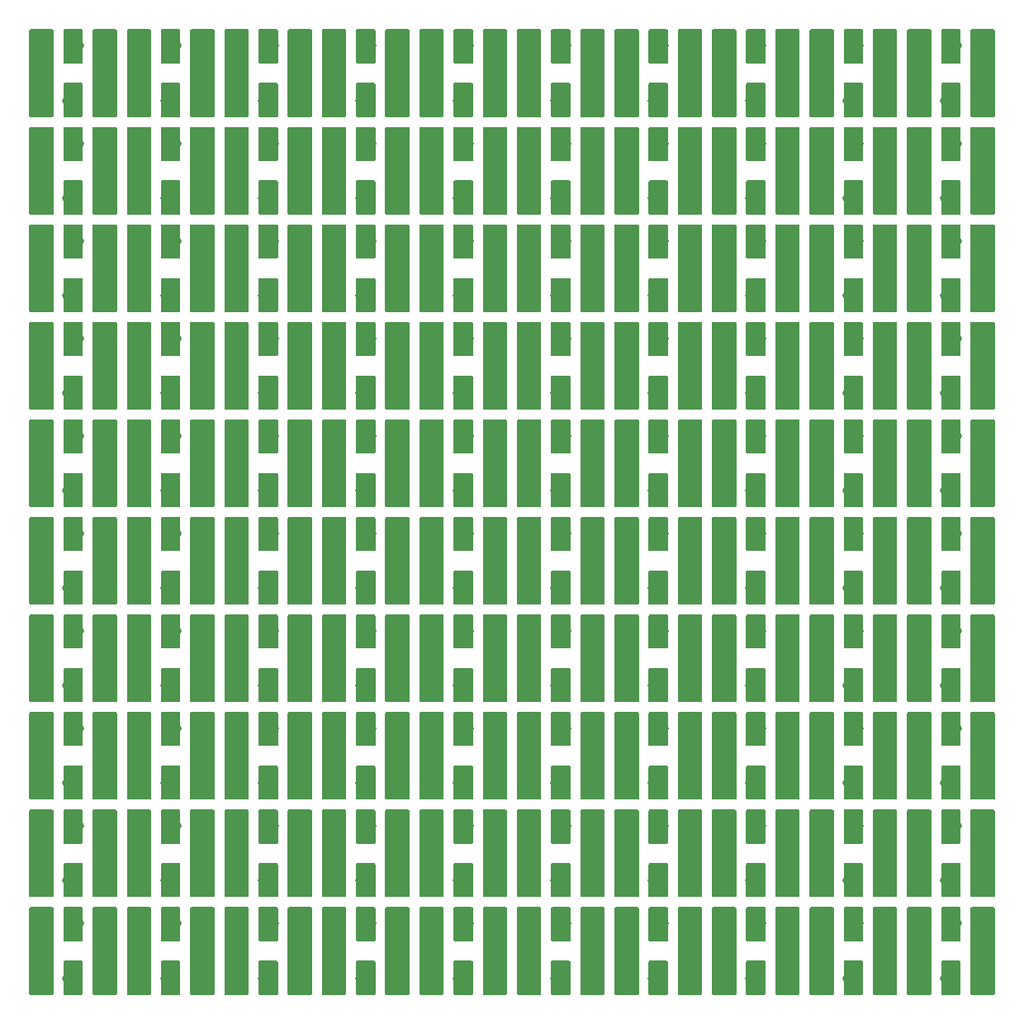
<source format=gbr>
%TF.GenerationSoftware,KiCad,Pcbnew,(6.0.7)*%
%TF.CreationDate,2022-09-25T18:43:39+08:00*%
%TF.ProjectId,WS2812bCricuitPanelization,57533238-3132-4624-9372-696375697450,rev?*%
%TF.SameCoordinates,Original*%
%TF.FileFunction,Copper,L2,Bot*%
%TF.FilePolarity,Positive*%
%FSLAX46Y46*%
G04 Gerber Fmt 4.6, Leading zero omitted, Abs format (unit mm)*
G04 Created by KiCad (PCBNEW (6.0.7)) date 2022-09-25 18:43:39*
%MOMM*%
%LPD*%
G01*
G04 APERTURE LIST*
%TA.AperFunction,ViaPad*%
%ADD10C,1.000000*%
%TD*%
G04 APERTURE END LIST*
D10*
%TO.N,Net-(C1-Pad2)*%
X202750000Y-156750000D03*
%TO.N,unconnected-(D1-Pad2)*%
X199350000Y-160150000D03*
%TO.N,unconnected-(D1-Pad4)*%
X200550000Y-154550000D03*
%TO.N,Net-(C1-Pad1)*%
X197150000Y-157950000D03*
%TO.N,Net-(C1-Pad2)*%
X192750000Y-156750000D03*
%TO.N,unconnected-(D1-Pad2)*%
X189350000Y-160150000D03*
%TO.N,unconnected-(D1-Pad4)*%
X190550000Y-154550000D03*
%TO.N,Net-(C1-Pad1)*%
X187150000Y-157950000D03*
%TO.N,Net-(C1-Pad2)*%
X182750000Y-156750000D03*
%TO.N,unconnected-(D1-Pad2)*%
X179350000Y-160150000D03*
%TO.N,unconnected-(D1-Pad4)*%
X180550000Y-154550000D03*
%TO.N,Net-(C1-Pad1)*%
X177150000Y-157950000D03*
%TO.N,Net-(C1-Pad2)*%
X172750000Y-156750000D03*
%TO.N,unconnected-(D1-Pad2)*%
X169350000Y-160150000D03*
%TO.N,unconnected-(D1-Pad4)*%
X170550000Y-154550000D03*
%TO.N,Net-(C1-Pad1)*%
X167150000Y-157950000D03*
%TO.N,Net-(C1-Pad2)*%
X162750000Y-156750000D03*
%TO.N,unconnected-(D1-Pad2)*%
X159350000Y-160150000D03*
%TO.N,unconnected-(D1-Pad4)*%
X160550000Y-154550000D03*
%TO.N,Net-(C1-Pad1)*%
X157150000Y-157950000D03*
%TO.N,Net-(C1-Pad2)*%
X152750000Y-156750000D03*
%TO.N,unconnected-(D1-Pad2)*%
X149350000Y-160150000D03*
%TO.N,unconnected-(D1-Pad4)*%
X150550000Y-154550000D03*
%TO.N,Net-(C1-Pad1)*%
X147150000Y-157950000D03*
%TO.N,Net-(C1-Pad2)*%
X142750000Y-156750000D03*
%TO.N,unconnected-(D1-Pad2)*%
X139350000Y-160150000D03*
%TO.N,unconnected-(D1-Pad4)*%
X140550000Y-154550000D03*
%TO.N,Net-(C1-Pad1)*%
X137150000Y-157950000D03*
%TO.N,Net-(C1-Pad2)*%
X132750000Y-156750000D03*
%TO.N,unconnected-(D1-Pad2)*%
X129350000Y-160150000D03*
%TO.N,unconnected-(D1-Pad4)*%
X130550000Y-154550000D03*
%TO.N,Net-(C1-Pad1)*%
X127150000Y-157950000D03*
%TO.N,Net-(C1-Pad2)*%
X122750000Y-156750000D03*
%TO.N,unconnected-(D1-Pad2)*%
X119350000Y-160150000D03*
%TO.N,unconnected-(D1-Pad4)*%
X120550000Y-154550000D03*
%TO.N,Net-(C1-Pad1)*%
X117150000Y-157950000D03*
%TO.N,Net-(C1-Pad2)*%
X112750000Y-156750000D03*
%TO.N,unconnected-(D1-Pad2)*%
X109350000Y-160150000D03*
%TO.N,unconnected-(D1-Pad4)*%
X110550000Y-154550000D03*
%TO.N,Net-(C1-Pad1)*%
X107150000Y-157950000D03*
%TO.N,Net-(C1-Pad2)*%
X202750000Y-146750000D03*
%TO.N,unconnected-(D1-Pad2)*%
X199350000Y-150150000D03*
%TO.N,unconnected-(D1-Pad4)*%
X200550000Y-144550000D03*
%TO.N,Net-(C1-Pad1)*%
X197150000Y-147950000D03*
%TO.N,Net-(C1-Pad2)*%
X192750000Y-146750000D03*
%TO.N,unconnected-(D1-Pad2)*%
X189350000Y-150150000D03*
%TO.N,unconnected-(D1-Pad4)*%
X190550000Y-144550000D03*
%TO.N,Net-(C1-Pad1)*%
X187150000Y-147950000D03*
%TO.N,Net-(C1-Pad2)*%
X182750000Y-146750000D03*
%TO.N,unconnected-(D1-Pad2)*%
X179350000Y-150150000D03*
%TO.N,unconnected-(D1-Pad4)*%
X180550000Y-144550000D03*
%TO.N,Net-(C1-Pad1)*%
X177150000Y-147950000D03*
%TO.N,Net-(C1-Pad2)*%
X172750000Y-146750000D03*
%TO.N,unconnected-(D1-Pad2)*%
X169350000Y-150150000D03*
%TO.N,unconnected-(D1-Pad4)*%
X170550000Y-144550000D03*
%TO.N,Net-(C1-Pad1)*%
X167150000Y-147950000D03*
%TO.N,Net-(C1-Pad2)*%
X162750000Y-146750000D03*
%TO.N,unconnected-(D1-Pad2)*%
X159350000Y-150150000D03*
%TO.N,unconnected-(D1-Pad4)*%
X160550000Y-144550000D03*
%TO.N,Net-(C1-Pad1)*%
X157150000Y-147950000D03*
%TO.N,Net-(C1-Pad2)*%
X152750000Y-146750000D03*
%TO.N,unconnected-(D1-Pad2)*%
X149350000Y-150150000D03*
%TO.N,unconnected-(D1-Pad4)*%
X150550000Y-144550000D03*
%TO.N,Net-(C1-Pad1)*%
X147150000Y-147950000D03*
%TO.N,Net-(C1-Pad2)*%
X142750000Y-146750000D03*
%TO.N,unconnected-(D1-Pad2)*%
X139350000Y-150150000D03*
%TO.N,unconnected-(D1-Pad4)*%
X140550000Y-144550000D03*
%TO.N,Net-(C1-Pad1)*%
X137150000Y-147950000D03*
%TO.N,Net-(C1-Pad2)*%
X132750000Y-146750000D03*
%TO.N,unconnected-(D1-Pad2)*%
X129350000Y-150150000D03*
%TO.N,unconnected-(D1-Pad4)*%
X130550000Y-144550000D03*
%TO.N,Net-(C1-Pad1)*%
X127150000Y-147950000D03*
%TO.N,Net-(C1-Pad2)*%
X122750000Y-146750000D03*
%TO.N,unconnected-(D1-Pad2)*%
X119350000Y-150150000D03*
%TO.N,unconnected-(D1-Pad4)*%
X120550000Y-144550000D03*
%TO.N,Net-(C1-Pad1)*%
X117150000Y-147950000D03*
%TO.N,Net-(C1-Pad2)*%
X112750000Y-146750000D03*
%TO.N,unconnected-(D1-Pad2)*%
X109350000Y-150150000D03*
%TO.N,unconnected-(D1-Pad4)*%
X110550000Y-144550000D03*
%TO.N,Net-(C1-Pad1)*%
X107150000Y-147950000D03*
%TO.N,Net-(C1-Pad2)*%
X202750000Y-136750000D03*
%TO.N,unconnected-(D1-Pad2)*%
X199350000Y-140150000D03*
%TO.N,unconnected-(D1-Pad4)*%
X200550000Y-134550000D03*
%TO.N,Net-(C1-Pad1)*%
X197150000Y-137950000D03*
%TO.N,Net-(C1-Pad2)*%
X192750000Y-136750000D03*
%TO.N,unconnected-(D1-Pad2)*%
X189350000Y-140150000D03*
%TO.N,unconnected-(D1-Pad4)*%
X190550000Y-134550000D03*
%TO.N,Net-(C1-Pad1)*%
X187150000Y-137950000D03*
%TO.N,Net-(C1-Pad2)*%
X182750000Y-136750000D03*
%TO.N,unconnected-(D1-Pad2)*%
X179350000Y-140150000D03*
%TO.N,unconnected-(D1-Pad4)*%
X180550000Y-134550000D03*
%TO.N,Net-(C1-Pad1)*%
X177150000Y-137950000D03*
%TO.N,Net-(C1-Pad2)*%
X172750000Y-136750000D03*
%TO.N,unconnected-(D1-Pad2)*%
X169350000Y-140150000D03*
%TO.N,unconnected-(D1-Pad4)*%
X170550000Y-134550000D03*
%TO.N,Net-(C1-Pad1)*%
X167150000Y-137950000D03*
%TO.N,Net-(C1-Pad2)*%
X162750000Y-136750000D03*
%TO.N,unconnected-(D1-Pad2)*%
X159350000Y-140150000D03*
%TO.N,unconnected-(D1-Pad4)*%
X160550000Y-134550000D03*
%TO.N,Net-(C1-Pad1)*%
X157150000Y-137950000D03*
%TO.N,Net-(C1-Pad2)*%
X152750000Y-136750000D03*
%TO.N,unconnected-(D1-Pad2)*%
X149350000Y-140150000D03*
%TO.N,unconnected-(D1-Pad4)*%
X150550000Y-134550000D03*
%TO.N,Net-(C1-Pad1)*%
X147150000Y-137950000D03*
%TO.N,Net-(C1-Pad2)*%
X142750000Y-136750000D03*
%TO.N,unconnected-(D1-Pad2)*%
X139350000Y-140150000D03*
%TO.N,unconnected-(D1-Pad4)*%
X140550000Y-134550000D03*
%TO.N,Net-(C1-Pad1)*%
X137150000Y-137950000D03*
%TO.N,Net-(C1-Pad2)*%
X132750000Y-136750000D03*
%TO.N,unconnected-(D1-Pad2)*%
X129350000Y-140150000D03*
%TO.N,unconnected-(D1-Pad4)*%
X130550000Y-134550000D03*
%TO.N,Net-(C1-Pad1)*%
X127150000Y-137950000D03*
%TO.N,Net-(C1-Pad2)*%
X122750000Y-136750000D03*
%TO.N,unconnected-(D1-Pad2)*%
X119350000Y-140150000D03*
%TO.N,unconnected-(D1-Pad4)*%
X120550000Y-134550000D03*
%TO.N,Net-(C1-Pad1)*%
X117150000Y-137950000D03*
%TO.N,Net-(C1-Pad2)*%
X112750000Y-136750000D03*
%TO.N,unconnected-(D1-Pad2)*%
X109350000Y-140150000D03*
%TO.N,unconnected-(D1-Pad4)*%
X110550000Y-134550000D03*
%TO.N,Net-(C1-Pad1)*%
X107150000Y-137950000D03*
%TO.N,Net-(C1-Pad2)*%
X202750000Y-126750000D03*
%TO.N,unconnected-(D1-Pad2)*%
X199350000Y-130150000D03*
%TO.N,unconnected-(D1-Pad4)*%
X200550000Y-124550000D03*
%TO.N,Net-(C1-Pad1)*%
X197150000Y-127950000D03*
%TO.N,Net-(C1-Pad2)*%
X192750000Y-126750000D03*
%TO.N,unconnected-(D1-Pad2)*%
X189350000Y-130150000D03*
%TO.N,unconnected-(D1-Pad4)*%
X190550000Y-124550000D03*
%TO.N,Net-(C1-Pad1)*%
X187150000Y-127950000D03*
%TO.N,Net-(C1-Pad2)*%
X182750000Y-126750000D03*
%TO.N,unconnected-(D1-Pad2)*%
X179350000Y-130150000D03*
%TO.N,unconnected-(D1-Pad4)*%
X180550000Y-124550000D03*
%TO.N,Net-(C1-Pad1)*%
X177150000Y-127950000D03*
%TO.N,Net-(C1-Pad2)*%
X172750000Y-126750000D03*
%TO.N,unconnected-(D1-Pad2)*%
X169350000Y-130150000D03*
%TO.N,unconnected-(D1-Pad4)*%
X170550000Y-124550000D03*
%TO.N,Net-(C1-Pad1)*%
X167150000Y-127950000D03*
%TO.N,Net-(C1-Pad2)*%
X162750000Y-126750000D03*
%TO.N,unconnected-(D1-Pad2)*%
X159350000Y-130150000D03*
%TO.N,unconnected-(D1-Pad4)*%
X160550000Y-124550000D03*
%TO.N,Net-(C1-Pad1)*%
X157150000Y-127950000D03*
%TO.N,Net-(C1-Pad2)*%
X152750000Y-126750000D03*
%TO.N,unconnected-(D1-Pad2)*%
X149350000Y-130150000D03*
%TO.N,unconnected-(D1-Pad4)*%
X150550000Y-124550000D03*
%TO.N,Net-(C1-Pad1)*%
X147150000Y-127950000D03*
%TO.N,Net-(C1-Pad2)*%
X142750000Y-126750000D03*
%TO.N,unconnected-(D1-Pad2)*%
X139350000Y-130150000D03*
%TO.N,unconnected-(D1-Pad4)*%
X140550000Y-124550000D03*
%TO.N,Net-(C1-Pad1)*%
X137150000Y-127950000D03*
%TO.N,Net-(C1-Pad2)*%
X132750000Y-126750000D03*
%TO.N,unconnected-(D1-Pad2)*%
X129350000Y-130150000D03*
%TO.N,unconnected-(D1-Pad4)*%
X130550000Y-124550000D03*
%TO.N,Net-(C1-Pad1)*%
X127150000Y-127950000D03*
%TO.N,Net-(C1-Pad2)*%
X122750000Y-126750000D03*
%TO.N,unconnected-(D1-Pad2)*%
X119350000Y-130150000D03*
%TO.N,unconnected-(D1-Pad4)*%
X120550000Y-124550000D03*
%TO.N,Net-(C1-Pad1)*%
X117150000Y-127950000D03*
%TO.N,Net-(C1-Pad2)*%
X112750000Y-126750000D03*
%TO.N,unconnected-(D1-Pad2)*%
X109350000Y-130150000D03*
%TO.N,unconnected-(D1-Pad4)*%
X110550000Y-124550000D03*
%TO.N,Net-(C1-Pad1)*%
X107150000Y-127950000D03*
%TO.N,Net-(C1-Pad2)*%
X202750000Y-116750000D03*
%TO.N,unconnected-(D1-Pad2)*%
X199350000Y-120150000D03*
%TO.N,unconnected-(D1-Pad4)*%
X200550000Y-114550000D03*
%TO.N,Net-(C1-Pad1)*%
X197150000Y-117950000D03*
%TO.N,Net-(C1-Pad2)*%
X192750000Y-116750000D03*
%TO.N,unconnected-(D1-Pad2)*%
X189350000Y-120150000D03*
%TO.N,unconnected-(D1-Pad4)*%
X190550000Y-114550000D03*
%TO.N,Net-(C1-Pad1)*%
X187150000Y-117950000D03*
%TO.N,Net-(C1-Pad2)*%
X182750000Y-116750000D03*
%TO.N,unconnected-(D1-Pad2)*%
X179350000Y-120150000D03*
%TO.N,unconnected-(D1-Pad4)*%
X180550000Y-114550000D03*
%TO.N,Net-(C1-Pad1)*%
X177150000Y-117950000D03*
%TO.N,Net-(C1-Pad2)*%
X172750000Y-116750000D03*
%TO.N,unconnected-(D1-Pad2)*%
X169350000Y-120150000D03*
%TO.N,unconnected-(D1-Pad4)*%
X170550000Y-114550000D03*
%TO.N,Net-(C1-Pad1)*%
X167150000Y-117950000D03*
%TO.N,Net-(C1-Pad2)*%
X162750000Y-116750000D03*
%TO.N,unconnected-(D1-Pad2)*%
X159350000Y-120150000D03*
%TO.N,unconnected-(D1-Pad4)*%
X160550000Y-114550000D03*
%TO.N,Net-(C1-Pad1)*%
X157150000Y-117950000D03*
%TO.N,Net-(C1-Pad2)*%
X152750000Y-116750000D03*
%TO.N,unconnected-(D1-Pad2)*%
X149350000Y-120150000D03*
%TO.N,unconnected-(D1-Pad4)*%
X150550000Y-114550000D03*
%TO.N,Net-(C1-Pad1)*%
X147150000Y-117950000D03*
%TO.N,Net-(C1-Pad2)*%
X142750000Y-116750000D03*
%TO.N,unconnected-(D1-Pad2)*%
X139350000Y-120150000D03*
%TO.N,unconnected-(D1-Pad4)*%
X140550000Y-114550000D03*
%TO.N,Net-(C1-Pad1)*%
X137150000Y-117950000D03*
%TO.N,Net-(C1-Pad2)*%
X132750000Y-116750000D03*
%TO.N,unconnected-(D1-Pad2)*%
X129350000Y-120150000D03*
%TO.N,unconnected-(D1-Pad4)*%
X130550000Y-114550000D03*
%TO.N,Net-(C1-Pad1)*%
X127150000Y-117950000D03*
%TO.N,Net-(C1-Pad2)*%
X122750000Y-116750000D03*
%TO.N,unconnected-(D1-Pad2)*%
X119350000Y-120150000D03*
%TO.N,unconnected-(D1-Pad4)*%
X120550000Y-114550000D03*
%TO.N,Net-(C1-Pad1)*%
X117150000Y-117950000D03*
%TO.N,Net-(C1-Pad2)*%
X112750000Y-116750000D03*
%TO.N,unconnected-(D1-Pad2)*%
X109350000Y-120150000D03*
%TO.N,unconnected-(D1-Pad4)*%
X110550000Y-114550000D03*
%TO.N,Net-(C1-Pad1)*%
X107150000Y-117950000D03*
%TO.N,Net-(C1-Pad2)*%
X202750000Y-106750000D03*
%TO.N,unconnected-(D1-Pad2)*%
X199350000Y-110150000D03*
%TO.N,unconnected-(D1-Pad4)*%
X200550000Y-104550000D03*
%TO.N,Net-(C1-Pad1)*%
X197150000Y-107950000D03*
%TO.N,Net-(C1-Pad2)*%
X192750000Y-106750000D03*
%TO.N,unconnected-(D1-Pad2)*%
X189350000Y-110150000D03*
%TO.N,unconnected-(D1-Pad4)*%
X190550000Y-104550000D03*
%TO.N,Net-(C1-Pad1)*%
X187150000Y-107950000D03*
%TO.N,Net-(C1-Pad2)*%
X182750000Y-106750000D03*
%TO.N,unconnected-(D1-Pad2)*%
X179350000Y-110150000D03*
%TO.N,unconnected-(D1-Pad4)*%
X180550000Y-104550000D03*
%TO.N,Net-(C1-Pad1)*%
X177150000Y-107950000D03*
%TO.N,Net-(C1-Pad2)*%
X172750000Y-106750000D03*
%TO.N,unconnected-(D1-Pad2)*%
X169350000Y-110150000D03*
%TO.N,unconnected-(D1-Pad4)*%
X170550000Y-104550000D03*
%TO.N,Net-(C1-Pad1)*%
X167150000Y-107950000D03*
%TO.N,Net-(C1-Pad2)*%
X162750000Y-106750000D03*
%TO.N,unconnected-(D1-Pad2)*%
X159350000Y-110150000D03*
%TO.N,unconnected-(D1-Pad4)*%
X160550000Y-104550000D03*
%TO.N,Net-(C1-Pad1)*%
X157150000Y-107950000D03*
%TO.N,Net-(C1-Pad2)*%
X152750000Y-106750000D03*
%TO.N,unconnected-(D1-Pad2)*%
X149350000Y-110150000D03*
%TO.N,unconnected-(D1-Pad4)*%
X150550000Y-104550000D03*
%TO.N,Net-(C1-Pad1)*%
X147150000Y-107950000D03*
%TO.N,Net-(C1-Pad2)*%
X142750000Y-106750000D03*
%TO.N,unconnected-(D1-Pad2)*%
X139350000Y-110150000D03*
%TO.N,unconnected-(D1-Pad4)*%
X140550000Y-104550000D03*
%TO.N,Net-(C1-Pad1)*%
X137150000Y-107950000D03*
%TO.N,Net-(C1-Pad2)*%
X132750000Y-106750000D03*
%TO.N,unconnected-(D1-Pad2)*%
X129350000Y-110150000D03*
%TO.N,unconnected-(D1-Pad4)*%
X130550000Y-104550000D03*
%TO.N,Net-(C1-Pad1)*%
X127150000Y-107950000D03*
%TO.N,Net-(C1-Pad2)*%
X122750000Y-106750000D03*
%TO.N,unconnected-(D1-Pad2)*%
X119350000Y-110150000D03*
%TO.N,unconnected-(D1-Pad4)*%
X120550000Y-104550000D03*
%TO.N,Net-(C1-Pad1)*%
X117150000Y-107950000D03*
%TO.N,Net-(C1-Pad2)*%
X112750000Y-106750000D03*
%TO.N,unconnected-(D1-Pad2)*%
X109350000Y-110150000D03*
%TO.N,unconnected-(D1-Pad4)*%
X110550000Y-104550000D03*
%TO.N,Net-(C1-Pad1)*%
X107150000Y-107950000D03*
%TO.N,Net-(C1-Pad2)*%
X202750000Y-96750000D03*
%TO.N,unconnected-(D1-Pad2)*%
X199350000Y-100150000D03*
%TO.N,unconnected-(D1-Pad4)*%
X200550000Y-94550000D03*
%TO.N,Net-(C1-Pad1)*%
X197150000Y-97950000D03*
%TO.N,Net-(C1-Pad2)*%
X192750000Y-96750000D03*
%TO.N,unconnected-(D1-Pad2)*%
X189350000Y-100150000D03*
%TO.N,unconnected-(D1-Pad4)*%
X190550000Y-94550000D03*
%TO.N,Net-(C1-Pad1)*%
X187150000Y-97950000D03*
%TO.N,Net-(C1-Pad2)*%
X182750000Y-96750000D03*
%TO.N,unconnected-(D1-Pad2)*%
X179350000Y-100150000D03*
%TO.N,unconnected-(D1-Pad4)*%
X180550000Y-94550000D03*
%TO.N,Net-(C1-Pad1)*%
X177150000Y-97950000D03*
%TO.N,Net-(C1-Pad2)*%
X172750000Y-96750000D03*
%TO.N,unconnected-(D1-Pad2)*%
X169350000Y-100150000D03*
%TO.N,unconnected-(D1-Pad4)*%
X170550000Y-94550000D03*
%TO.N,Net-(C1-Pad1)*%
X167150000Y-97950000D03*
%TO.N,Net-(C1-Pad2)*%
X162750000Y-96750000D03*
%TO.N,unconnected-(D1-Pad2)*%
X159350000Y-100150000D03*
%TO.N,unconnected-(D1-Pad4)*%
X160550000Y-94550000D03*
%TO.N,Net-(C1-Pad1)*%
X157150000Y-97950000D03*
%TO.N,Net-(C1-Pad2)*%
X152750000Y-96750000D03*
%TO.N,unconnected-(D1-Pad2)*%
X149350000Y-100150000D03*
%TO.N,unconnected-(D1-Pad4)*%
X150550000Y-94550000D03*
%TO.N,Net-(C1-Pad1)*%
X147150000Y-97950000D03*
%TO.N,Net-(C1-Pad2)*%
X142750000Y-96750000D03*
%TO.N,unconnected-(D1-Pad2)*%
X139350000Y-100150000D03*
%TO.N,unconnected-(D1-Pad4)*%
X140550000Y-94550000D03*
%TO.N,Net-(C1-Pad1)*%
X137150000Y-97950000D03*
%TO.N,Net-(C1-Pad2)*%
X132750000Y-96750000D03*
%TO.N,unconnected-(D1-Pad2)*%
X129350000Y-100150000D03*
%TO.N,unconnected-(D1-Pad4)*%
X130550000Y-94550000D03*
%TO.N,Net-(C1-Pad1)*%
X127150000Y-97950000D03*
%TO.N,Net-(C1-Pad2)*%
X122750000Y-96750000D03*
%TO.N,unconnected-(D1-Pad2)*%
X119350000Y-100150000D03*
%TO.N,unconnected-(D1-Pad4)*%
X120550000Y-94550000D03*
%TO.N,Net-(C1-Pad1)*%
X117150000Y-97950000D03*
%TO.N,Net-(C1-Pad2)*%
X112750000Y-96750000D03*
%TO.N,unconnected-(D1-Pad2)*%
X109350000Y-100150000D03*
%TO.N,unconnected-(D1-Pad4)*%
X110550000Y-94550000D03*
%TO.N,Net-(C1-Pad1)*%
X107150000Y-97950000D03*
%TO.N,Net-(C1-Pad2)*%
X202750000Y-86750000D03*
%TO.N,unconnected-(D1-Pad2)*%
X199350000Y-90150000D03*
%TO.N,unconnected-(D1-Pad4)*%
X200550000Y-84550000D03*
%TO.N,Net-(C1-Pad1)*%
X197150000Y-87950000D03*
%TO.N,Net-(C1-Pad2)*%
X192750000Y-86750000D03*
%TO.N,unconnected-(D1-Pad2)*%
X189350000Y-90150000D03*
%TO.N,unconnected-(D1-Pad4)*%
X190550000Y-84550000D03*
%TO.N,Net-(C1-Pad1)*%
X187150000Y-87950000D03*
%TO.N,Net-(C1-Pad2)*%
X182750000Y-86750000D03*
%TO.N,unconnected-(D1-Pad2)*%
X179350000Y-90150000D03*
%TO.N,unconnected-(D1-Pad4)*%
X180550000Y-84550000D03*
%TO.N,Net-(C1-Pad1)*%
X177150000Y-87950000D03*
%TO.N,Net-(C1-Pad2)*%
X172750000Y-86750000D03*
%TO.N,unconnected-(D1-Pad2)*%
X169350000Y-90150000D03*
%TO.N,unconnected-(D1-Pad4)*%
X170550000Y-84550000D03*
%TO.N,Net-(C1-Pad1)*%
X167150000Y-87950000D03*
%TO.N,Net-(C1-Pad2)*%
X162750000Y-86750000D03*
%TO.N,unconnected-(D1-Pad2)*%
X159350000Y-90150000D03*
%TO.N,unconnected-(D1-Pad4)*%
X160550000Y-84550000D03*
%TO.N,Net-(C1-Pad1)*%
X157150000Y-87950000D03*
%TO.N,Net-(C1-Pad2)*%
X152750000Y-86750000D03*
%TO.N,unconnected-(D1-Pad2)*%
X149350000Y-90150000D03*
%TO.N,unconnected-(D1-Pad4)*%
X150550000Y-84550000D03*
%TO.N,Net-(C1-Pad1)*%
X147150000Y-87950000D03*
%TO.N,Net-(C1-Pad2)*%
X142750000Y-86750000D03*
%TO.N,unconnected-(D1-Pad2)*%
X139350000Y-90150000D03*
%TO.N,unconnected-(D1-Pad4)*%
X140550000Y-84550000D03*
%TO.N,Net-(C1-Pad1)*%
X137150000Y-87950000D03*
%TO.N,Net-(C1-Pad2)*%
X132750000Y-86750000D03*
%TO.N,unconnected-(D1-Pad2)*%
X129350000Y-90150000D03*
%TO.N,unconnected-(D1-Pad4)*%
X130550000Y-84550000D03*
%TO.N,Net-(C1-Pad1)*%
X127150000Y-87950000D03*
%TO.N,Net-(C1-Pad2)*%
X122750000Y-86750000D03*
%TO.N,unconnected-(D1-Pad2)*%
X119350000Y-90150000D03*
%TO.N,unconnected-(D1-Pad4)*%
X120550000Y-84550000D03*
%TO.N,Net-(C1-Pad1)*%
X117150000Y-87950000D03*
%TO.N,Net-(C1-Pad2)*%
X112750000Y-86750000D03*
%TO.N,unconnected-(D1-Pad2)*%
X109350000Y-90150000D03*
%TO.N,unconnected-(D1-Pad4)*%
X110550000Y-84550000D03*
%TO.N,Net-(C1-Pad1)*%
X107150000Y-87950000D03*
%TO.N,Net-(C1-Pad2)*%
X202750000Y-76750000D03*
%TO.N,unconnected-(D1-Pad2)*%
X199350000Y-80150000D03*
%TO.N,unconnected-(D1-Pad4)*%
X200550000Y-74550000D03*
%TO.N,Net-(C1-Pad1)*%
X197150000Y-77950000D03*
%TO.N,Net-(C1-Pad2)*%
X192750000Y-76750000D03*
%TO.N,unconnected-(D1-Pad2)*%
X189350000Y-80150000D03*
%TO.N,unconnected-(D1-Pad4)*%
X190550000Y-74550000D03*
%TO.N,Net-(C1-Pad1)*%
X187150000Y-77950000D03*
%TO.N,Net-(C1-Pad2)*%
X182750000Y-76750000D03*
%TO.N,unconnected-(D1-Pad2)*%
X179350000Y-80150000D03*
%TO.N,unconnected-(D1-Pad4)*%
X180550000Y-74550000D03*
%TO.N,Net-(C1-Pad1)*%
X177150000Y-77950000D03*
%TO.N,Net-(C1-Pad2)*%
X172750000Y-76750000D03*
%TO.N,unconnected-(D1-Pad2)*%
X169350000Y-80150000D03*
%TO.N,unconnected-(D1-Pad4)*%
X170550000Y-74550000D03*
%TO.N,Net-(C1-Pad1)*%
X167150000Y-77950000D03*
%TO.N,Net-(C1-Pad2)*%
X162750000Y-76750000D03*
%TO.N,unconnected-(D1-Pad2)*%
X159350000Y-80150000D03*
%TO.N,unconnected-(D1-Pad4)*%
X160550000Y-74550000D03*
%TO.N,Net-(C1-Pad1)*%
X157150000Y-77950000D03*
%TO.N,Net-(C1-Pad2)*%
X152750000Y-76750000D03*
%TO.N,unconnected-(D1-Pad2)*%
X149350000Y-80150000D03*
%TO.N,unconnected-(D1-Pad4)*%
X150550000Y-74550000D03*
%TO.N,Net-(C1-Pad1)*%
X147150000Y-77950000D03*
%TO.N,Net-(C1-Pad2)*%
X142750000Y-76750000D03*
%TO.N,unconnected-(D1-Pad2)*%
X139350000Y-80150000D03*
%TO.N,unconnected-(D1-Pad4)*%
X140550000Y-74550000D03*
%TO.N,Net-(C1-Pad1)*%
X137150000Y-77950000D03*
%TO.N,Net-(C1-Pad2)*%
X132750000Y-76750000D03*
%TO.N,unconnected-(D1-Pad2)*%
X129350000Y-80150000D03*
%TO.N,unconnected-(D1-Pad4)*%
X130550000Y-74550000D03*
%TO.N,Net-(C1-Pad1)*%
X127150000Y-77950000D03*
%TO.N,Net-(C1-Pad2)*%
X122750000Y-76750000D03*
%TO.N,unconnected-(D1-Pad2)*%
X119350000Y-80150000D03*
%TO.N,unconnected-(D1-Pad4)*%
X120550000Y-74550000D03*
%TO.N,Net-(C1-Pad1)*%
X117150000Y-77950000D03*
%TO.N,Net-(C1-Pad2)*%
X112750000Y-76750000D03*
%TO.N,unconnected-(D1-Pad2)*%
X109350000Y-80150000D03*
%TO.N,unconnected-(D1-Pad4)*%
X110550000Y-74550000D03*
%TO.N,Net-(C1-Pad1)*%
X107150000Y-77950000D03*
%TO.N,Net-(C1-Pad2)*%
X202750000Y-66750000D03*
%TO.N,unconnected-(D1-Pad2)*%
X199350000Y-70150000D03*
%TO.N,unconnected-(D1-Pad4)*%
X200550000Y-64550000D03*
%TO.N,Net-(C1-Pad1)*%
X197150000Y-67950000D03*
%TO.N,Net-(C1-Pad2)*%
X192750000Y-66750000D03*
%TO.N,unconnected-(D1-Pad2)*%
X189350000Y-70150000D03*
%TO.N,unconnected-(D1-Pad4)*%
X190550000Y-64550000D03*
%TO.N,Net-(C1-Pad1)*%
X187150000Y-67950000D03*
%TO.N,Net-(C1-Pad2)*%
X182750000Y-66750000D03*
%TO.N,unconnected-(D1-Pad2)*%
X179350000Y-70150000D03*
%TO.N,unconnected-(D1-Pad4)*%
X180550000Y-64550000D03*
%TO.N,Net-(C1-Pad1)*%
X177150000Y-67950000D03*
%TO.N,Net-(C1-Pad2)*%
X172750000Y-66750000D03*
%TO.N,unconnected-(D1-Pad2)*%
X169350000Y-70150000D03*
%TO.N,unconnected-(D1-Pad4)*%
X170550000Y-64550000D03*
%TO.N,Net-(C1-Pad1)*%
X167150000Y-67950000D03*
%TO.N,Net-(C1-Pad2)*%
X162750000Y-66750000D03*
%TO.N,unconnected-(D1-Pad2)*%
X159350000Y-70150000D03*
%TO.N,unconnected-(D1-Pad4)*%
X160550000Y-64550000D03*
%TO.N,Net-(C1-Pad1)*%
X157150000Y-67950000D03*
%TO.N,Net-(C1-Pad2)*%
X152750000Y-66750000D03*
%TO.N,unconnected-(D1-Pad2)*%
X149350000Y-70150000D03*
%TO.N,unconnected-(D1-Pad4)*%
X150550000Y-64550000D03*
%TO.N,Net-(C1-Pad1)*%
X147150000Y-67950000D03*
%TO.N,Net-(C1-Pad2)*%
X142750000Y-66750000D03*
%TO.N,unconnected-(D1-Pad2)*%
X139350000Y-70150000D03*
%TO.N,unconnected-(D1-Pad4)*%
X140550000Y-64550000D03*
%TO.N,Net-(C1-Pad1)*%
X137150000Y-67950000D03*
%TO.N,Net-(C1-Pad2)*%
X132750000Y-66750000D03*
%TO.N,unconnected-(D1-Pad2)*%
X129350000Y-70150000D03*
%TO.N,unconnected-(D1-Pad4)*%
X130550000Y-64550000D03*
%TO.N,Net-(C1-Pad1)*%
X127150000Y-67950000D03*
%TO.N,Net-(C1-Pad2)*%
X122750000Y-66750000D03*
%TO.N,unconnected-(D1-Pad2)*%
X119350000Y-70150000D03*
%TO.N,unconnected-(D1-Pad4)*%
X120550000Y-64550000D03*
%TO.N,Net-(C1-Pad1)*%
X117150000Y-67950000D03*
X107150000Y-67950000D03*
%TO.N,unconnected-(D1-Pad2)*%
X109350000Y-70150000D03*
%TO.N,Net-(C1-Pad2)*%
X112750000Y-66750000D03*
%TO.N,unconnected-(D1-Pad4)*%
X110550000Y-64550000D03*
%TD*%
%TA.AperFunction,Conductor*%
%TO.N,Net-(C1-Pad2)*%
G36*
X114383621Y-62878502D02*
G01*
X114430114Y-62932158D01*
X114441500Y-62984500D01*
X114441500Y-71715500D01*
X114421498Y-71783621D01*
X114367842Y-71830114D01*
X114315500Y-71841500D01*
X112076000Y-71841500D01*
X112007879Y-71821498D01*
X111961386Y-71767842D01*
X111950000Y-71715500D01*
X111950000Y-62984500D01*
X111970002Y-62916379D01*
X112023658Y-62869886D01*
X112076000Y-62858500D01*
X114315500Y-62858500D01*
X114383621Y-62878502D01*
G37*
%TD.AperFunction*%
%TD*%
%TA.AperFunction,Conductor*%
%TO.N,unconnected-(D1-Pad4)*%
G36*
X110892121Y-62878502D02*
G01*
X110938614Y-62932158D01*
X110950000Y-62984500D01*
X110950000Y-66224000D01*
X110929998Y-66292121D01*
X110876342Y-66338614D01*
X110824000Y-66350000D01*
X109076000Y-66350000D01*
X109007879Y-66329998D01*
X108961386Y-66276342D01*
X108950000Y-66224000D01*
X108950000Y-62984500D01*
X108970002Y-62916379D01*
X109023658Y-62869886D01*
X109076000Y-62858500D01*
X110824000Y-62858500D01*
X110892121Y-62878502D01*
G37*
%TD.AperFunction*%
%TD*%
%TA.AperFunction,Conductor*%
%TO.N,unconnected-(D1-Pad2)*%
G36*
X110892121Y-68370002D02*
G01*
X110938614Y-68423658D01*
X110950000Y-68476000D01*
X110950000Y-71715500D01*
X110929998Y-71783621D01*
X110876342Y-71830114D01*
X110824000Y-71841500D01*
X109076000Y-71841500D01*
X109007879Y-71821498D01*
X108961386Y-71767842D01*
X108950000Y-71715500D01*
X108950000Y-68476000D01*
X108970002Y-68407879D01*
X109023658Y-68361386D01*
X109076000Y-68350000D01*
X110824000Y-68350000D01*
X110892121Y-68370002D01*
G37*
%TD.AperFunction*%
%TD*%
%TA.AperFunction,Conductor*%
%TO.N,Net-(C1-Pad1)*%
G36*
X107892121Y-62878502D02*
G01*
X107938614Y-62932158D01*
X107950000Y-62984500D01*
X107950000Y-71715500D01*
X107929998Y-71783621D01*
X107876342Y-71830114D01*
X107824000Y-71841500D01*
X105584500Y-71841500D01*
X105516379Y-71821498D01*
X105469886Y-71767842D01*
X105458500Y-71715500D01*
X105458500Y-62984500D01*
X105478502Y-62916379D01*
X105532158Y-62869886D01*
X105584500Y-62858500D01*
X107824000Y-62858500D01*
X107892121Y-62878502D01*
G37*
%TD.AperFunction*%
%TD*%
%TA.AperFunction,Conductor*%
%TO.N,unconnected-(D1-Pad2)*%
G36*
X120892121Y-68370002D02*
G01*
X120938614Y-68423658D01*
X120950000Y-68476000D01*
X120950000Y-71715500D01*
X120929998Y-71783621D01*
X120876342Y-71830114D01*
X120824000Y-71841500D01*
X119076000Y-71841500D01*
X119007879Y-71821498D01*
X118961386Y-71767842D01*
X118950000Y-71715500D01*
X118950000Y-68476000D01*
X118970002Y-68407879D01*
X119023658Y-68361386D01*
X119076000Y-68350000D01*
X120824000Y-68350000D01*
X120892121Y-68370002D01*
G37*
%TD.AperFunction*%
%TD*%
%TA.AperFunction,Conductor*%
%TO.N,Net-(C1-Pad2)*%
G36*
X124383621Y-62878502D02*
G01*
X124430114Y-62932158D01*
X124441500Y-62984500D01*
X124441500Y-71715500D01*
X124421498Y-71783621D01*
X124367842Y-71830114D01*
X124315500Y-71841500D01*
X122076000Y-71841500D01*
X122007879Y-71821498D01*
X121961386Y-71767842D01*
X121950000Y-71715500D01*
X121950000Y-62984500D01*
X121970002Y-62916379D01*
X122023658Y-62869886D01*
X122076000Y-62858500D01*
X124315500Y-62858500D01*
X124383621Y-62878502D01*
G37*
%TD.AperFunction*%
%TD*%
%TA.AperFunction,Conductor*%
%TO.N,Net-(C1-Pad1)*%
G36*
X117892121Y-62878502D02*
G01*
X117938614Y-62932158D01*
X117950000Y-62984500D01*
X117950000Y-71715500D01*
X117929998Y-71783621D01*
X117876342Y-71830114D01*
X117824000Y-71841500D01*
X115584500Y-71841500D01*
X115516379Y-71821498D01*
X115469886Y-71767842D01*
X115458500Y-71715500D01*
X115458500Y-62984500D01*
X115478502Y-62916379D01*
X115532158Y-62869886D01*
X115584500Y-62858500D01*
X117824000Y-62858500D01*
X117892121Y-62878502D01*
G37*
%TD.AperFunction*%
%TD*%
%TA.AperFunction,Conductor*%
%TO.N,unconnected-(D1-Pad4)*%
G36*
X120892121Y-62878502D02*
G01*
X120938614Y-62932158D01*
X120950000Y-62984500D01*
X120950000Y-66224000D01*
X120929998Y-66292121D01*
X120876342Y-66338614D01*
X120824000Y-66350000D01*
X119076000Y-66350000D01*
X119007879Y-66329998D01*
X118961386Y-66276342D01*
X118950000Y-66224000D01*
X118950000Y-62984500D01*
X118970002Y-62916379D01*
X119023658Y-62869886D01*
X119076000Y-62858500D01*
X120824000Y-62858500D01*
X120892121Y-62878502D01*
G37*
%TD.AperFunction*%
%TD*%
%TA.AperFunction,Conductor*%
%TO.N,unconnected-(D1-Pad2)*%
G36*
X130892121Y-68370002D02*
G01*
X130938614Y-68423658D01*
X130950000Y-68476000D01*
X130950000Y-71715500D01*
X130929998Y-71783621D01*
X130876342Y-71830114D01*
X130824000Y-71841500D01*
X129076000Y-71841500D01*
X129007879Y-71821498D01*
X128961386Y-71767842D01*
X128950000Y-71715500D01*
X128950000Y-68476000D01*
X128970002Y-68407879D01*
X129023658Y-68361386D01*
X129076000Y-68350000D01*
X130824000Y-68350000D01*
X130892121Y-68370002D01*
G37*
%TD.AperFunction*%
%TD*%
%TA.AperFunction,Conductor*%
%TO.N,Net-(C1-Pad2)*%
G36*
X134383621Y-62878502D02*
G01*
X134430114Y-62932158D01*
X134441500Y-62984500D01*
X134441500Y-71715500D01*
X134421498Y-71783621D01*
X134367842Y-71830114D01*
X134315500Y-71841500D01*
X132076000Y-71841500D01*
X132007879Y-71821498D01*
X131961386Y-71767842D01*
X131950000Y-71715500D01*
X131950000Y-62984500D01*
X131970002Y-62916379D01*
X132023658Y-62869886D01*
X132076000Y-62858500D01*
X134315500Y-62858500D01*
X134383621Y-62878502D01*
G37*
%TD.AperFunction*%
%TD*%
%TA.AperFunction,Conductor*%
%TO.N,Net-(C1-Pad1)*%
G36*
X127892121Y-62878502D02*
G01*
X127938614Y-62932158D01*
X127950000Y-62984500D01*
X127950000Y-71715500D01*
X127929998Y-71783621D01*
X127876342Y-71830114D01*
X127824000Y-71841500D01*
X125584500Y-71841500D01*
X125516379Y-71821498D01*
X125469886Y-71767842D01*
X125458500Y-71715500D01*
X125458500Y-62984500D01*
X125478502Y-62916379D01*
X125532158Y-62869886D01*
X125584500Y-62858500D01*
X127824000Y-62858500D01*
X127892121Y-62878502D01*
G37*
%TD.AperFunction*%
%TD*%
%TA.AperFunction,Conductor*%
%TO.N,unconnected-(D1-Pad4)*%
G36*
X130892121Y-62878502D02*
G01*
X130938614Y-62932158D01*
X130950000Y-62984500D01*
X130950000Y-66224000D01*
X130929998Y-66292121D01*
X130876342Y-66338614D01*
X130824000Y-66350000D01*
X129076000Y-66350000D01*
X129007879Y-66329998D01*
X128961386Y-66276342D01*
X128950000Y-66224000D01*
X128950000Y-62984500D01*
X128970002Y-62916379D01*
X129023658Y-62869886D01*
X129076000Y-62858500D01*
X130824000Y-62858500D01*
X130892121Y-62878502D01*
G37*
%TD.AperFunction*%
%TD*%
%TA.AperFunction,Conductor*%
%TO.N,unconnected-(D1-Pad2)*%
G36*
X140892121Y-68370002D02*
G01*
X140938614Y-68423658D01*
X140950000Y-68476000D01*
X140950000Y-71715500D01*
X140929998Y-71783621D01*
X140876342Y-71830114D01*
X140824000Y-71841500D01*
X139076000Y-71841500D01*
X139007879Y-71821498D01*
X138961386Y-71767842D01*
X138950000Y-71715500D01*
X138950000Y-68476000D01*
X138970002Y-68407879D01*
X139023658Y-68361386D01*
X139076000Y-68350000D01*
X140824000Y-68350000D01*
X140892121Y-68370002D01*
G37*
%TD.AperFunction*%
%TD*%
%TA.AperFunction,Conductor*%
%TO.N,Net-(C1-Pad2)*%
G36*
X144383621Y-62878502D02*
G01*
X144430114Y-62932158D01*
X144441500Y-62984500D01*
X144441500Y-71715500D01*
X144421498Y-71783621D01*
X144367842Y-71830114D01*
X144315500Y-71841500D01*
X142076000Y-71841500D01*
X142007879Y-71821498D01*
X141961386Y-71767842D01*
X141950000Y-71715500D01*
X141950000Y-62984500D01*
X141970002Y-62916379D01*
X142023658Y-62869886D01*
X142076000Y-62858500D01*
X144315500Y-62858500D01*
X144383621Y-62878502D01*
G37*
%TD.AperFunction*%
%TD*%
%TA.AperFunction,Conductor*%
%TO.N,Net-(C1-Pad1)*%
G36*
X137892121Y-62878502D02*
G01*
X137938614Y-62932158D01*
X137950000Y-62984500D01*
X137950000Y-71715500D01*
X137929998Y-71783621D01*
X137876342Y-71830114D01*
X137824000Y-71841500D01*
X135584500Y-71841500D01*
X135516379Y-71821498D01*
X135469886Y-71767842D01*
X135458500Y-71715500D01*
X135458500Y-62984500D01*
X135478502Y-62916379D01*
X135532158Y-62869886D01*
X135584500Y-62858500D01*
X137824000Y-62858500D01*
X137892121Y-62878502D01*
G37*
%TD.AperFunction*%
%TD*%
%TA.AperFunction,Conductor*%
%TO.N,unconnected-(D1-Pad4)*%
G36*
X140892121Y-62878502D02*
G01*
X140938614Y-62932158D01*
X140950000Y-62984500D01*
X140950000Y-66224000D01*
X140929998Y-66292121D01*
X140876342Y-66338614D01*
X140824000Y-66350000D01*
X139076000Y-66350000D01*
X139007879Y-66329998D01*
X138961386Y-66276342D01*
X138950000Y-66224000D01*
X138950000Y-62984500D01*
X138970002Y-62916379D01*
X139023658Y-62869886D01*
X139076000Y-62858500D01*
X140824000Y-62858500D01*
X140892121Y-62878502D01*
G37*
%TD.AperFunction*%
%TD*%
%TA.AperFunction,Conductor*%
%TO.N,unconnected-(D1-Pad2)*%
G36*
X150892121Y-68370002D02*
G01*
X150938614Y-68423658D01*
X150950000Y-68476000D01*
X150950000Y-71715500D01*
X150929998Y-71783621D01*
X150876342Y-71830114D01*
X150824000Y-71841500D01*
X149076000Y-71841500D01*
X149007879Y-71821498D01*
X148961386Y-71767842D01*
X148950000Y-71715500D01*
X148950000Y-68476000D01*
X148970002Y-68407879D01*
X149023658Y-68361386D01*
X149076000Y-68350000D01*
X150824000Y-68350000D01*
X150892121Y-68370002D01*
G37*
%TD.AperFunction*%
%TD*%
%TA.AperFunction,Conductor*%
%TO.N,Net-(C1-Pad2)*%
G36*
X154383621Y-62878502D02*
G01*
X154430114Y-62932158D01*
X154441500Y-62984500D01*
X154441500Y-71715500D01*
X154421498Y-71783621D01*
X154367842Y-71830114D01*
X154315500Y-71841500D01*
X152076000Y-71841500D01*
X152007879Y-71821498D01*
X151961386Y-71767842D01*
X151950000Y-71715500D01*
X151950000Y-62984500D01*
X151970002Y-62916379D01*
X152023658Y-62869886D01*
X152076000Y-62858500D01*
X154315500Y-62858500D01*
X154383621Y-62878502D01*
G37*
%TD.AperFunction*%
%TD*%
%TA.AperFunction,Conductor*%
%TO.N,Net-(C1-Pad1)*%
G36*
X147892121Y-62878502D02*
G01*
X147938614Y-62932158D01*
X147950000Y-62984500D01*
X147950000Y-71715500D01*
X147929998Y-71783621D01*
X147876342Y-71830114D01*
X147824000Y-71841500D01*
X145584500Y-71841500D01*
X145516379Y-71821498D01*
X145469886Y-71767842D01*
X145458500Y-71715500D01*
X145458500Y-62984500D01*
X145478502Y-62916379D01*
X145532158Y-62869886D01*
X145584500Y-62858500D01*
X147824000Y-62858500D01*
X147892121Y-62878502D01*
G37*
%TD.AperFunction*%
%TD*%
%TA.AperFunction,Conductor*%
%TO.N,unconnected-(D1-Pad4)*%
G36*
X150892121Y-62878502D02*
G01*
X150938614Y-62932158D01*
X150950000Y-62984500D01*
X150950000Y-66224000D01*
X150929998Y-66292121D01*
X150876342Y-66338614D01*
X150824000Y-66350000D01*
X149076000Y-66350000D01*
X149007879Y-66329998D01*
X148961386Y-66276342D01*
X148950000Y-66224000D01*
X148950000Y-62984500D01*
X148970002Y-62916379D01*
X149023658Y-62869886D01*
X149076000Y-62858500D01*
X150824000Y-62858500D01*
X150892121Y-62878502D01*
G37*
%TD.AperFunction*%
%TD*%
%TA.AperFunction,Conductor*%
%TO.N,unconnected-(D1-Pad2)*%
G36*
X160892121Y-68370002D02*
G01*
X160938614Y-68423658D01*
X160950000Y-68476000D01*
X160950000Y-71715500D01*
X160929998Y-71783621D01*
X160876342Y-71830114D01*
X160824000Y-71841500D01*
X159076000Y-71841500D01*
X159007879Y-71821498D01*
X158961386Y-71767842D01*
X158950000Y-71715500D01*
X158950000Y-68476000D01*
X158970002Y-68407879D01*
X159023658Y-68361386D01*
X159076000Y-68350000D01*
X160824000Y-68350000D01*
X160892121Y-68370002D01*
G37*
%TD.AperFunction*%
%TD*%
%TA.AperFunction,Conductor*%
%TO.N,Net-(C1-Pad2)*%
G36*
X164383621Y-62878502D02*
G01*
X164430114Y-62932158D01*
X164441500Y-62984500D01*
X164441500Y-71715500D01*
X164421498Y-71783621D01*
X164367842Y-71830114D01*
X164315500Y-71841500D01*
X162076000Y-71841500D01*
X162007879Y-71821498D01*
X161961386Y-71767842D01*
X161950000Y-71715500D01*
X161950000Y-62984500D01*
X161970002Y-62916379D01*
X162023658Y-62869886D01*
X162076000Y-62858500D01*
X164315500Y-62858500D01*
X164383621Y-62878502D01*
G37*
%TD.AperFunction*%
%TD*%
%TA.AperFunction,Conductor*%
%TO.N,Net-(C1-Pad1)*%
G36*
X157892121Y-62878502D02*
G01*
X157938614Y-62932158D01*
X157950000Y-62984500D01*
X157950000Y-71715500D01*
X157929998Y-71783621D01*
X157876342Y-71830114D01*
X157824000Y-71841500D01*
X155584500Y-71841500D01*
X155516379Y-71821498D01*
X155469886Y-71767842D01*
X155458500Y-71715500D01*
X155458500Y-62984500D01*
X155478502Y-62916379D01*
X155532158Y-62869886D01*
X155584500Y-62858500D01*
X157824000Y-62858500D01*
X157892121Y-62878502D01*
G37*
%TD.AperFunction*%
%TD*%
%TA.AperFunction,Conductor*%
%TO.N,unconnected-(D1-Pad4)*%
G36*
X160892121Y-62878502D02*
G01*
X160938614Y-62932158D01*
X160950000Y-62984500D01*
X160950000Y-66224000D01*
X160929998Y-66292121D01*
X160876342Y-66338614D01*
X160824000Y-66350000D01*
X159076000Y-66350000D01*
X159007879Y-66329998D01*
X158961386Y-66276342D01*
X158950000Y-66224000D01*
X158950000Y-62984500D01*
X158970002Y-62916379D01*
X159023658Y-62869886D01*
X159076000Y-62858500D01*
X160824000Y-62858500D01*
X160892121Y-62878502D01*
G37*
%TD.AperFunction*%
%TD*%
%TA.AperFunction,Conductor*%
%TO.N,unconnected-(D1-Pad2)*%
G36*
X170892121Y-68370002D02*
G01*
X170938614Y-68423658D01*
X170950000Y-68476000D01*
X170950000Y-71715500D01*
X170929998Y-71783621D01*
X170876342Y-71830114D01*
X170824000Y-71841500D01*
X169076000Y-71841500D01*
X169007879Y-71821498D01*
X168961386Y-71767842D01*
X168950000Y-71715500D01*
X168950000Y-68476000D01*
X168970002Y-68407879D01*
X169023658Y-68361386D01*
X169076000Y-68350000D01*
X170824000Y-68350000D01*
X170892121Y-68370002D01*
G37*
%TD.AperFunction*%
%TD*%
%TA.AperFunction,Conductor*%
%TO.N,Net-(C1-Pad2)*%
G36*
X174383621Y-62878502D02*
G01*
X174430114Y-62932158D01*
X174441500Y-62984500D01*
X174441500Y-71715500D01*
X174421498Y-71783621D01*
X174367842Y-71830114D01*
X174315500Y-71841500D01*
X172076000Y-71841500D01*
X172007879Y-71821498D01*
X171961386Y-71767842D01*
X171950000Y-71715500D01*
X171950000Y-62984500D01*
X171970002Y-62916379D01*
X172023658Y-62869886D01*
X172076000Y-62858500D01*
X174315500Y-62858500D01*
X174383621Y-62878502D01*
G37*
%TD.AperFunction*%
%TD*%
%TA.AperFunction,Conductor*%
%TO.N,Net-(C1-Pad1)*%
G36*
X167892121Y-62878502D02*
G01*
X167938614Y-62932158D01*
X167950000Y-62984500D01*
X167950000Y-71715500D01*
X167929998Y-71783621D01*
X167876342Y-71830114D01*
X167824000Y-71841500D01*
X165584500Y-71841500D01*
X165516379Y-71821498D01*
X165469886Y-71767842D01*
X165458500Y-71715500D01*
X165458500Y-62984500D01*
X165478502Y-62916379D01*
X165532158Y-62869886D01*
X165584500Y-62858500D01*
X167824000Y-62858500D01*
X167892121Y-62878502D01*
G37*
%TD.AperFunction*%
%TD*%
%TA.AperFunction,Conductor*%
%TO.N,unconnected-(D1-Pad4)*%
G36*
X170892121Y-62878502D02*
G01*
X170938614Y-62932158D01*
X170950000Y-62984500D01*
X170950000Y-66224000D01*
X170929998Y-66292121D01*
X170876342Y-66338614D01*
X170824000Y-66350000D01*
X169076000Y-66350000D01*
X169007879Y-66329998D01*
X168961386Y-66276342D01*
X168950000Y-66224000D01*
X168950000Y-62984500D01*
X168970002Y-62916379D01*
X169023658Y-62869886D01*
X169076000Y-62858500D01*
X170824000Y-62858500D01*
X170892121Y-62878502D01*
G37*
%TD.AperFunction*%
%TD*%
%TA.AperFunction,Conductor*%
%TO.N,unconnected-(D1-Pad2)*%
G36*
X180892121Y-68370002D02*
G01*
X180938614Y-68423658D01*
X180950000Y-68476000D01*
X180950000Y-71715500D01*
X180929998Y-71783621D01*
X180876342Y-71830114D01*
X180824000Y-71841500D01*
X179076000Y-71841500D01*
X179007879Y-71821498D01*
X178961386Y-71767842D01*
X178950000Y-71715500D01*
X178950000Y-68476000D01*
X178970002Y-68407879D01*
X179023658Y-68361386D01*
X179076000Y-68350000D01*
X180824000Y-68350000D01*
X180892121Y-68370002D01*
G37*
%TD.AperFunction*%
%TD*%
%TA.AperFunction,Conductor*%
%TO.N,Net-(C1-Pad2)*%
G36*
X184383621Y-62878502D02*
G01*
X184430114Y-62932158D01*
X184441500Y-62984500D01*
X184441500Y-71715500D01*
X184421498Y-71783621D01*
X184367842Y-71830114D01*
X184315500Y-71841500D01*
X182076000Y-71841500D01*
X182007879Y-71821498D01*
X181961386Y-71767842D01*
X181950000Y-71715500D01*
X181950000Y-62984500D01*
X181970002Y-62916379D01*
X182023658Y-62869886D01*
X182076000Y-62858500D01*
X184315500Y-62858500D01*
X184383621Y-62878502D01*
G37*
%TD.AperFunction*%
%TD*%
%TA.AperFunction,Conductor*%
%TO.N,Net-(C1-Pad1)*%
G36*
X177892121Y-62878502D02*
G01*
X177938614Y-62932158D01*
X177950000Y-62984500D01*
X177950000Y-71715500D01*
X177929998Y-71783621D01*
X177876342Y-71830114D01*
X177824000Y-71841500D01*
X175584500Y-71841500D01*
X175516379Y-71821498D01*
X175469886Y-71767842D01*
X175458500Y-71715500D01*
X175458500Y-62984500D01*
X175478502Y-62916379D01*
X175532158Y-62869886D01*
X175584500Y-62858500D01*
X177824000Y-62858500D01*
X177892121Y-62878502D01*
G37*
%TD.AperFunction*%
%TD*%
%TA.AperFunction,Conductor*%
%TO.N,unconnected-(D1-Pad4)*%
G36*
X180892121Y-62878502D02*
G01*
X180938614Y-62932158D01*
X180950000Y-62984500D01*
X180950000Y-66224000D01*
X180929998Y-66292121D01*
X180876342Y-66338614D01*
X180824000Y-66350000D01*
X179076000Y-66350000D01*
X179007879Y-66329998D01*
X178961386Y-66276342D01*
X178950000Y-66224000D01*
X178950000Y-62984500D01*
X178970002Y-62916379D01*
X179023658Y-62869886D01*
X179076000Y-62858500D01*
X180824000Y-62858500D01*
X180892121Y-62878502D01*
G37*
%TD.AperFunction*%
%TD*%
%TA.AperFunction,Conductor*%
%TO.N,unconnected-(D1-Pad2)*%
G36*
X190892121Y-68370002D02*
G01*
X190938614Y-68423658D01*
X190950000Y-68476000D01*
X190950000Y-71715500D01*
X190929998Y-71783621D01*
X190876342Y-71830114D01*
X190824000Y-71841500D01*
X189076000Y-71841500D01*
X189007879Y-71821498D01*
X188961386Y-71767842D01*
X188950000Y-71715500D01*
X188950000Y-68476000D01*
X188970002Y-68407879D01*
X189023658Y-68361386D01*
X189076000Y-68350000D01*
X190824000Y-68350000D01*
X190892121Y-68370002D01*
G37*
%TD.AperFunction*%
%TD*%
%TA.AperFunction,Conductor*%
%TO.N,Net-(C1-Pad2)*%
G36*
X194383621Y-62878502D02*
G01*
X194430114Y-62932158D01*
X194441500Y-62984500D01*
X194441500Y-71715500D01*
X194421498Y-71783621D01*
X194367842Y-71830114D01*
X194315500Y-71841500D01*
X192076000Y-71841500D01*
X192007879Y-71821498D01*
X191961386Y-71767842D01*
X191950000Y-71715500D01*
X191950000Y-62984500D01*
X191970002Y-62916379D01*
X192023658Y-62869886D01*
X192076000Y-62858500D01*
X194315500Y-62858500D01*
X194383621Y-62878502D01*
G37*
%TD.AperFunction*%
%TD*%
%TA.AperFunction,Conductor*%
%TO.N,Net-(C1-Pad1)*%
G36*
X187892121Y-62878502D02*
G01*
X187938614Y-62932158D01*
X187950000Y-62984500D01*
X187950000Y-71715500D01*
X187929998Y-71783621D01*
X187876342Y-71830114D01*
X187824000Y-71841500D01*
X185584500Y-71841500D01*
X185516379Y-71821498D01*
X185469886Y-71767842D01*
X185458500Y-71715500D01*
X185458500Y-62984500D01*
X185478502Y-62916379D01*
X185532158Y-62869886D01*
X185584500Y-62858500D01*
X187824000Y-62858500D01*
X187892121Y-62878502D01*
G37*
%TD.AperFunction*%
%TD*%
%TA.AperFunction,Conductor*%
%TO.N,unconnected-(D1-Pad4)*%
G36*
X190892121Y-62878502D02*
G01*
X190938614Y-62932158D01*
X190950000Y-62984500D01*
X190950000Y-66224000D01*
X190929998Y-66292121D01*
X190876342Y-66338614D01*
X190824000Y-66350000D01*
X189076000Y-66350000D01*
X189007879Y-66329998D01*
X188961386Y-66276342D01*
X188950000Y-66224000D01*
X188950000Y-62984500D01*
X188970002Y-62916379D01*
X189023658Y-62869886D01*
X189076000Y-62858500D01*
X190824000Y-62858500D01*
X190892121Y-62878502D01*
G37*
%TD.AperFunction*%
%TD*%
%TA.AperFunction,Conductor*%
%TO.N,unconnected-(D1-Pad2)*%
G36*
X200892121Y-68370002D02*
G01*
X200938614Y-68423658D01*
X200950000Y-68476000D01*
X200950000Y-71715500D01*
X200929998Y-71783621D01*
X200876342Y-71830114D01*
X200824000Y-71841500D01*
X199076000Y-71841500D01*
X199007879Y-71821498D01*
X198961386Y-71767842D01*
X198950000Y-71715500D01*
X198950000Y-68476000D01*
X198970002Y-68407879D01*
X199023658Y-68361386D01*
X199076000Y-68350000D01*
X200824000Y-68350000D01*
X200892121Y-68370002D01*
G37*
%TD.AperFunction*%
%TD*%
%TA.AperFunction,Conductor*%
%TO.N,Net-(C1-Pad2)*%
G36*
X204383621Y-62878502D02*
G01*
X204430114Y-62932158D01*
X204441500Y-62984500D01*
X204441500Y-71715500D01*
X204421498Y-71783621D01*
X204367842Y-71830114D01*
X204315500Y-71841500D01*
X202076000Y-71841500D01*
X202007879Y-71821498D01*
X201961386Y-71767842D01*
X201950000Y-71715500D01*
X201950000Y-62984500D01*
X201970002Y-62916379D01*
X202023658Y-62869886D01*
X202076000Y-62858500D01*
X204315500Y-62858500D01*
X204383621Y-62878502D01*
G37*
%TD.AperFunction*%
%TD*%
%TA.AperFunction,Conductor*%
%TO.N,Net-(C1-Pad1)*%
G36*
X197892121Y-62878502D02*
G01*
X197938614Y-62932158D01*
X197950000Y-62984500D01*
X197950000Y-71715500D01*
X197929998Y-71783621D01*
X197876342Y-71830114D01*
X197824000Y-71841500D01*
X195584500Y-71841500D01*
X195516379Y-71821498D01*
X195469886Y-71767842D01*
X195458500Y-71715500D01*
X195458500Y-62984500D01*
X195478502Y-62916379D01*
X195532158Y-62869886D01*
X195584500Y-62858500D01*
X197824000Y-62858500D01*
X197892121Y-62878502D01*
G37*
%TD.AperFunction*%
%TD*%
%TA.AperFunction,Conductor*%
%TO.N,unconnected-(D1-Pad4)*%
G36*
X200892121Y-62878502D02*
G01*
X200938614Y-62932158D01*
X200950000Y-62984500D01*
X200950000Y-66224000D01*
X200929998Y-66292121D01*
X200876342Y-66338614D01*
X200824000Y-66350000D01*
X199076000Y-66350000D01*
X199007879Y-66329998D01*
X198961386Y-66276342D01*
X198950000Y-66224000D01*
X198950000Y-62984500D01*
X198970002Y-62916379D01*
X199023658Y-62869886D01*
X199076000Y-62858500D01*
X200824000Y-62858500D01*
X200892121Y-62878502D01*
G37*
%TD.AperFunction*%
%TD*%
%TA.AperFunction,Conductor*%
%TO.N,unconnected-(D1-Pad2)*%
G36*
X110892121Y-78370002D02*
G01*
X110938614Y-78423658D01*
X110950000Y-78476000D01*
X110950000Y-81715500D01*
X110929998Y-81783621D01*
X110876342Y-81830114D01*
X110824000Y-81841500D01*
X109076000Y-81841500D01*
X109007879Y-81821498D01*
X108961386Y-81767842D01*
X108950000Y-81715500D01*
X108950000Y-78476000D01*
X108970002Y-78407879D01*
X109023658Y-78361386D01*
X109076000Y-78350000D01*
X110824000Y-78350000D01*
X110892121Y-78370002D01*
G37*
%TD.AperFunction*%
%TD*%
%TA.AperFunction,Conductor*%
%TO.N,Net-(C1-Pad2)*%
G36*
X114383621Y-72878502D02*
G01*
X114430114Y-72932158D01*
X114441500Y-72984500D01*
X114441500Y-81715500D01*
X114421498Y-81783621D01*
X114367842Y-81830114D01*
X114315500Y-81841500D01*
X112076000Y-81841500D01*
X112007879Y-81821498D01*
X111961386Y-81767842D01*
X111950000Y-81715500D01*
X111950000Y-72984500D01*
X111970002Y-72916379D01*
X112023658Y-72869886D01*
X112076000Y-72858500D01*
X114315500Y-72858500D01*
X114383621Y-72878502D01*
G37*
%TD.AperFunction*%
%TD*%
%TA.AperFunction,Conductor*%
%TO.N,Net-(C1-Pad1)*%
G36*
X107892121Y-72878502D02*
G01*
X107938614Y-72932158D01*
X107950000Y-72984500D01*
X107950000Y-81715500D01*
X107929998Y-81783621D01*
X107876342Y-81830114D01*
X107824000Y-81841500D01*
X105584500Y-81841500D01*
X105516379Y-81821498D01*
X105469886Y-81767842D01*
X105458500Y-81715500D01*
X105458500Y-72984500D01*
X105478502Y-72916379D01*
X105532158Y-72869886D01*
X105584500Y-72858500D01*
X107824000Y-72858500D01*
X107892121Y-72878502D01*
G37*
%TD.AperFunction*%
%TD*%
%TA.AperFunction,Conductor*%
%TO.N,unconnected-(D1-Pad4)*%
G36*
X110892121Y-72878502D02*
G01*
X110938614Y-72932158D01*
X110950000Y-72984500D01*
X110950000Y-76224000D01*
X110929998Y-76292121D01*
X110876342Y-76338614D01*
X110824000Y-76350000D01*
X109076000Y-76350000D01*
X109007879Y-76329998D01*
X108961386Y-76276342D01*
X108950000Y-76224000D01*
X108950000Y-72984500D01*
X108970002Y-72916379D01*
X109023658Y-72869886D01*
X109076000Y-72858500D01*
X110824000Y-72858500D01*
X110892121Y-72878502D01*
G37*
%TD.AperFunction*%
%TD*%
%TA.AperFunction,Conductor*%
%TO.N,unconnected-(D1-Pad2)*%
G36*
X120892121Y-78370002D02*
G01*
X120938614Y-78423658D01*
X120950000Y-78476000D01*
X120950000Y-81715500D01*
X120929998Y-81783621D01*
X120876342Y-81830114D01*
X120824000Y-81841500D01*
X119076000Y-81841500D01*
X119007879Y-81821498D01*
X118961386Y-81767842D01*
X118950000Y-81715500D01*
X118950000Y-78476000D01*
X118970002Y-78407879D01*
X119023658Y-78361386D01*
X119076000Y-78350000D01*
X120824000Y-78350000D01*
X120892121Y-78370002D01*
G37*
%TD.AperFunction*%
%TD*%
%TA.AperFunction,Conductor*%
%TO.N,Net-(C1-Pad2)*%
G36*
X124383621Y-72878502D02*
G01*
X124430114Y-72932158D01*
X124441500Y-72984500D01*
X124441500Y-81715500D01*
X124421498Y-81783621D01*
X124367842Y-81830114D01*
X124315500Y-81841500D01*
X122076000Y-81841500D01*
X122007879Y-81821498D01*
X121961386Y-81767842D01*
X121950000Y-81715500D01*
X121950000Y-72984500D01*
X121970002Y-72916379D01*
X122023658Y-72869886D01*
X122076000Y-72858500D01*
X124315500Y-72858500D01*
X124383621Y-72878502D01*
G37*
%TD.AperFunction*%
%TD*%
%TA.AperFunction,Conductor*%
%TO.N,Net-(C1-Pad1)*%
G36*
X117892121Y-72878502D02*
G01*
X117938614Y-72932158D01*
X117950000Y-72984500D01*
X117950000Y-81715500D01*
X117929998Y-81783621D01*
X117876342Y-81830114D01*
X117824000Y-81841500D01*
X115584500Y-81841500D01*
X115516379Y-81821498D01*
X115469886Y-81767842D01*
X115458500Y-81715500D01*
X115458500Y-72984500D01*
X115478502Y-72916379D01*
X115532158Y-72869886D01*
X115584500Y-72858500D01*
X117824000Y-72858500D01*
X117892121Y-72878502D01*
G37*
%TD.AperFunction*%
%TD*%
%TA.AperFunction,Conductor*%
%TO.N,unconnected-(D1-Pad4)*%
G36*
X120892121Y-72878502D02*
G01*
X120938614Y-72932158D01*
X120950000Y-72984500D01*
X120950000Y-76224000D01*
X120929998Y-76292121D01*
X120876342Y-76338614D01*
X120824000Y-76350000D01*
X119076000Y-76350000D01*
X119007879Y-76329998D01*
X118961386Y-76276342D01*
X118950000Y-76224000D01*
X118950000Y-72984500D01*
X118970002Y-72916379D01*
X119023658Y-72869886D01*
X119076000Y-72858500D01*
X120824000Y-72858500D01*
X120892121Y-72878502D01*
G37*
%TD.AperFunction*%
%TD*%
%TA.AperFunction,Conductor*%
%TO.N,unconnected-(D1-Pad2)*%
G36*
X130892121Y-78370002D02*
G01*
X130938614Y-78423658D01*
X130950000Y-78476000D01*
X130950000Y-81715500D01*
X130929998Y-81783621D01*
X130876342Y-81830114D01*
X130824000Y-81841500D01*
X129076000Y-81841500D01*
X129007879Y-81821498D01*
X128961386Y-81767842D01*
X128950000Y-81715500D01*
X128950000Y-78476000D01*
X128970002Y-78407879D01*
X129023658Y-78361386D01*
X129076000Y-78350000D01*
X130824000Y-78350000D01*
X130892121Y-78370002D01*
G37*
%TD.AperFunction*%
%TD*%
%TA.AperFunction,Conductor*%
%TO.N,Net-(C1-Pad2)*%
G36*
X134383621Y-72878502D02*
G01*
X134430114Y-72932158D01*
X134441500Y-72984500D01*
X134441500Y-81715500D01*
X134421498Y-81783621D01*
X134367842Y-81830114D01*
X134315500Y-81841500D01*
X132076000Y-81841500D01*
X132007879Y-81821498D01*
X131961386Y-81767842D01*
X131950000Y-81715500D01*
X131950000Y-72984500D01*
X131970002Y-72916379D01*
X132023658Y-72869886D01*
X132076000Y-72858500D01*
X134315500Y-72858500D01*
X134383621Y-72878502D01*
G37*
%TD.AperFunction*%
%TD*%
%TA.AperFunction,Conductor*%
%TO.N,Net-(C1-Pad1)*%
G36*
X127892121Y-72878502D02*
G01*
X127938614Y-72932158D01*
X127950000Y-72984500D01*
X127950000Y-81715500D01*
X127929998Y-81783621D01*
X127876342Y-81830114D01*
X127824000Y-81841500D01*
X125584500Y-81841500D01*
X125516379Y-81821498D01*
X125469886Y-81767842D01*
X125458500Y-81715500D01*
X125458500Y-72984500D01*
X125478502Y-72916379D01*
X125532158Y-72869886D01*
X125584500Y-72858500D01*
X127824000Y-72858500D01*
X127892121Y-72878502D01*
G37*
%TD.AperFunction*%
%TD*%
%TA.AperFunction,Conductor*%
%TO.N,unconnected-(D1-Pad4)*%
G36*
X130892121Y-72878502D02*
G01*
X130938614Y-72932158D01*
X130950000Y-72984500D01*
X130950000Y-76224000D01*
X130929998Y-76292121D01*
X130876342Y-76338614D01*
X130824000Y-76350000D01*
X129076000Y-76350000D01*
X129007879Y-76329998D01*
X128961386Y-76276342D01*
X128950000Y-76224000D01*
X128950000Y-72984500D01*
X128970002Y-72916379D01*
X129023658Y-72869886D01*
X129076000Y-72858500D01*
X130824000Y-72858500D01*
X130892121Y-72878502D01*
G37*
%TD.AperFunction*%
%TD*%
%TA.AperFunction,Conductor*%
%TO.N,unconnected-(D1-Pad2)*%
G36*
X140892121Y-78370002D02*
G01*
X140938614Y-78423658D01*
X140950000Y-78476000D01*
X140950000Y-81715500D01*
X140929998Y-81783621D01*
X140876342Y-81830114D01*
X140824000Y-81841500D01*
X139076000Y-81841500D01*
X139007879Y-81821498D01*
X138961386Y-81767842D01*
X138950000Y-81715500D01*
X138950000Y-78476000D01*
X138970002Y-78407879D01*
X139023658Y-78361386D01*
X139076000Y-78350000D01*
X140824000Y-78350000D01*
X140892121Y-78370002D01*
G37*
%TD.AperFunction*%
%TD*%
%TA.AperFunction,Conductor*%
%TO.N,Net-(C1-Pad2)*%
G36*
X144383621Y-72878502D02*
G01*
X144430114Y-72932158D01*
X144441500Y-72984500D01*
X144441500Y-81715500D01*
X144421498Y-81783621D01*
X144367842Y-81830114D01*
X144315500Y-81841500D01*
X142076000Y-81841500D01*
X142007879Y-81821498D01*
X141961386Y-81767842D01*
X141950000Y-81715500D01*
X141950000Y-72984500D01*
X141970002Y-72916379D01*
X142023658Y-72869886D01*
X142076000Y-72858500D01*
X144315500Y-72858500D01*
X144383621Y-72878502D01*
G37*
%TD.AperFunction*%
%TD*%
%TA.AperFunction,Conductor*%
%TO.N,Net-(C1-Pad1)*%
G36*
X137892121Y-72878502D02*
G01*
X137938614Y-72932158D01*
X137950000Y-72984500D01*
X137950000Y-81715500D01*
X137929998Y-81783621D01*
X137876342Y-81830114D01*
X137824000Y-81841500D01*
X135584500Y-81841500D01*
X135516379Y-81821498D01*
X135469886Y-81767842D01*
X135458500Y-81715500D01*
X135458500Y-72984500D01*
X135478502Y-72916379D01*
X135532158Y-72869886D01*
X135584500Y-72858500D01*
X137824000Y-72858500D01*
X137892121Y-72878502D01*
G37*
%TD.AperFunction*%
%TD*%
%TA.AperFunction,Conductor*%
%TO.N,unconnected-(D1-Pad4)*%
G36*
X140892121Y-72878502D02*
G01*
X140938614Y-72932158D01*
X140950000Y-72984500D01*
X140950000Y-76224000D01*
X140929998Y-76292121D01*
X140876342Y-76338614D01*
X140824000Y-76350000D01*
X139076000Y-76350000D01*
X139007879Y-76329998D01*
X138961386Y-76276342D01*
X138950000Y-76224000D01*
X138950000Y-72984500D01*
X138970002Y-72916379D01*
X139023658Y-72869886D01*
X139076000Y-72858500D01*
X140824000Y-72858500D01*
X140892121Y-72878502D01*
G37*
%TD.AperFunction*%
%TD*%
%TA.AperFunction,Conductor*%
%TO.N,unconnected-(D1-Pad2)*%
G36*
X150892121Y-78370002D02*
G01*
X150938614Y-78423658D01*
X150950000Y-78476000D01*
X150950000Y-81715500D01*
X150929998Y-81783621D01*
X150876342Y-81830114D01*
X150824000Y-81841500D01*
X149076000Y-81841500D01*
X149007879Y-81821498D01*
X148961386Y-81767842D01*
X148950000Y-81715500D01*
X148950000Y-78476000D01*
X148970002Y-78407879D01*
X149023658Y-78361386D01*
X149076000Y-78350000D01*
X150824000Y-78350000D01*
X150892121Y-78370002D01*
G37*
%TD.AperFunction*%
%TD*%
%TA.AperFunction,Conductor*%
%TO.N,Net-(C1-Pad2)*%
G36*
X154383621Y-72878502D02*
G01*
X154430114Y-72932158D01*
X154441500Y-72984500D01*
X154441500Y-81715500D01*
X154421498Y-81783621D01*
X154367842Y-81830114D01*
X154315500Y-81841500D01*
X152076000Y-81841500D01*
X152007879Y-81821498D01*
X151961386Y-81767842D01*
X151950000Y-81715500D01*
X151950000Y-72984500D01*
X151970002Y-72916379D01*
X152023658Y-72869886D01*
X152076000Y-72858500D01*
X154315500Y-72858500D01*
X154383621Y-72878502D01*
G37*
%TD.AperFunction*%
%TD*%
%TA.AperFunction,Conductor*%
%TO.N,Net-(C1-Pad1)*%
G36*
X147892121Y-72878502D02*
G01*
X147938614Y-72932158D01*
X147950000Y-72984500D01*
X147950000Y-81715500D01*
X147929998Y-81783621D01*
X147876342Y-81830114D01*
X147824000Y-81841500D01*
X145584500Y-81841500D01*
X145516379Y-81821498D01*
X145469886Y-81767842D01*
X145458500Y-81715500D01*
X145458500Y-72984500D01*
X145478502Y-72916379D01*
X145532158Y-72869886D01*
X145584500Y-72858500D01*
X147824000Y-72858500D01*
X147892121Y-72878502D01*
G37*
%TD.AperFunction*%
%TD*%
%TA.AperFunction,Conductor*%
%TO.N,unconnected-(D1-Pad4)*%
G36*
X150892121Y-72878502D02*
G01*
X150938614Y-72932158D01*
X150950000Y-72984500D01*
X150950000Y-76224000D01*
X150929998Y-76292121D01*
X150876342Y-76338614D01*
X150824000Y-76350000D01*
X149076000Y-76350000D01*
X149007879Y-76329998D01*
X148961386Y-76276342D01*
X148950000Y-76224000D01*
X148950000Y-72984500D01*
X148970002Y-72916379D01*
X149023658Y-72869886D01*
X149076000Y-72858500D01*
X150824000Y-72858500D01*
X150892121Y-72878502D01*
G37*
%TD.AperFunction*%
%TD*%
%TA.AperFunction,Conductor*%
%TO.N,unconnected-(D1-Pad2)*%
G36*
X160892121Y-78370002D02*
G01*
X160938614Y-78423658D01*
X160950000Y-78476000D01*
X160950000Y-81715500D01*
X160929998Y-81783621D01*
X160876342Y-81830114D01*
X160824000Y-81841500D01*
X159076000Y-81841500D01*
X159007879Y-81821498D01*
X158961386Y-81767842D01*
X158950000Y-81715500D01*
X158950000Y-78476000D01*
X158970002Y-78407879D01*
X159023658Y-78361386D01*
X159076000Y-78350000D01*
X160824000Y-78350000D01*
X160892121Y-78370002D01*
G37*
%TD.AperFunction*%
%TD*%
%TA.AperFunction,Conductor*%
%TO.N,Net-(C1-Pad2)*%
G36*
X164383621Y-72878502D02*
G01*
X164430114Y-72932158D01*
X164441500Y-72984500D01*
X164441500Y-81715500D01*
X164421498Y-81783621D01*
X164367842Y-81830114D01*
X164315500Y-81841500D01*
X162076000Y-81841500D01*
X162007879Y-81821498D01*
X161961386Y-81767842D01*
X161950000Y-81715500D01*
X161950000Y-72984500D01*
X161970002Y-72916379D01*
X162023658Y-72869886D01*
X162076000Y-72858500D01*
X164315500Y-72858500D01*
X164383621Y-72878502D01*
G37*
%TD.AperFunction*%
%TD*%
%TA.AperFunction,Conductor*%
%TO.N,Net-(C1-Pad1)*%
G36*
X157892121Y-72878502D02*
G01*
X157938614Y-72932158D01*
X157950000Y-72984500D01*
X157950000Y-81715500D01*
X157929998Y-81783621D01*
X157876342Y-81830114D01*
X157824000Y-81841500D01*
X155584500Y-81841500D01*
X155516379Y-81821498D01*
X155469886Y-81767842D01*
X155458500Y-81715500D01*
X155458500Y-72984500D01*
X155478502Y-72916379D01*
X155532158Y-72869886D01*
X155584500Y-72858500D01*
X157824000Y-72858500D01*
X157892121Y-72878502D01*
G37*
%TD.AperFunction*%
%TD*%
%TA.AperFunction,Conductor*%
%TO.N,unconnected-(D1-Pad4)*%
G36*
X160892121Y-72878502D02*
G01*
X160938614Y-72932158D01*
X160950000Y-72984500D01*
X160950000Y-76224000D01*
X160929998Y-76292121D01*
X160876342Y-76338614D01*
X160824000Y-76350000D01*
X159076000Y-76350000D01*
X159007879Y-76329998D01*
X158961386Y-76276342D01*
X158950000Y-76224000D01*
X158950000Y-72984500D01*
X158970002Y-72916379D01*
X159023658Y-72869886D01*
X159076000Y-72858500D01*
X160824000Y-72858500D01*
X160892121Y-72878502D01*
G37*
%TD.AperFunction*%
%TD*%
%TA.AperFunction,Conductor*%
%TO.N,unconnected-(D1-Pad2)*%
G36*
X170892121Y-78370002D02*
G01*
X170938614Y-78423658D01*
X170950000Y-78476000D01*
X170950000Y-81715500D01*
X170929998Y-81783621D01*
X170876342Y-81830114D01*
X170824000Y-81841500D01*
X169076000Y-81841500D01*
X169007879Y-81821498D01*
X168961386Y-81767842D01*
X168950000Y-81715500D01*
X168950000Y-78476000D01*
X168970002Y-78407879D01*
X169023658Y-78361386D01*
X169076000Y-78350000D01*
X170824000Y-78350000D01*
X170892121Y-78370002D01*
G37*
%TD.AperFunction*%
%TD*%
%TA.AperFunction,Conductor*%
%TO.N,Net-(C1-Pad2)*%
G36*
X174383621Y-72878502D02*
G01*
X174430114Y-72932158D01*
X174441500Y-72984500D01*
X174441500Y-81715500D01*
X174421498Y-81783621D01*
X174367842Y-81830114D01*
X174315500Y-81841500D01*
X172076000Y-81841500D01*
X172007879Y-81821498D01*
X171961386Y-81767842D01*
X171950000Y-81715500D01*
X171950000Y-72984500D01*
X171970002Y-72916379D01*
X172023658Y-72869886D01*
X172076000Y-72858500D01*
X174315500Y-72858500D01*
X174383621Y-72878502D01*
G37*
%TD.AperFunction*%
%TD*%
%TA.AperFunction,Conductor*%
%TO.N,Net-(C1-Pad1)*%
G36*
X167892121Y-72878502D02*
G01*
X167938614Y-72932158D01*
X167950000Y-72984500D01*
X167950000Y-81715500D01*
X167929998Y-81783621D01*
X167876342Y-81830114D01*
X167824000Y-81841500D01*
X165584500Y-81841500D01*
X165516379Y-81821498D01*
X165469886Y-81767842D01*
X165458500Y-81715500D01*
X165458500Y-72984500D01*
X165478502Y-72916379D01*
X165532158Y-72869886D01*
X165584500Y-72858500D01*
X167824000Y-72858500D01*
X167892121Y-72878502D01*
G37*
%TD.AperFunction*%
%TD*%
%TA.AperFunction,Conductor*%
%TO.N,unconnected-(D1-Pad4)*%
G36*
X170892121Y-72878502D02*
G01*
X170938614Y-72932158D01*
X170950000Y-72984500D01*
X170950000Y-76224000D01*
X170929998Y-76292121D01*
X170876342Y-76338614D01*
X170824000Y-76350000D01*
X169076000Y-76350000D01*
X169007879Y-76329998D01*
X168961386Y-76276342D01*
X168950000Y-76224000D01*
X168950000Y-72984500D01*
X168970002Y-72916379D01*
X169023658Y-72869886D01*
X169076000Y-72858500D01*
X170824000Y-72858500D01*
X170892121Y-72878502D01*
G37*
%TD.AperFunction*%
%TD*%
%TA.AperFunction,Conductor*%
%TO.N,unconnected-(D1-Pad2)*%
G36*
X180892121Y-78370002D02*
G01*
X180938614Y-78423658D01*
X180950000Y-78476000D01*
X180950000Y-81715500D01*
X180929998Y-81783621D01*
X180876342Y-81830114D01*
X180824000Y-81841500D01*
X179076000Y-81841500D01*
X179007879Y-81821498D01*
X178961386Y-81767842D01*
X178950000Y-81715500D01*
X178950000Y-78476000D01*
X178970002Y-78407879D01*
X179023658Y-78361386D01*
X179076000Y-78350000D01*
X180824000Y-78350000D01*
X180892121Y-78370002D01*
G37*
%TD.AperFunction*%
%TD*%
%TA.AperFunction,Conductor*%
%TO.N,Net-(C1-Pad2)*%
G36*
X184383621Y-72878502D02*
G01*
X184430114Y-72932158D01*
X184441500Y-72984500D01*
X184441500Y-81715500D01*
X184421498Y-81783621D01*
X184367842Y-81830114D01*
X184315500Y-81841500D01*
X182076000Y-81841500D01*
X182007879Y-81821498D01*
X181961386Y-81767842D01*
X181950000Y-81715500D01*
X181950000Y-72984500D01*
X181970002Y-72916379D01*
X182023658Y-72869886D01*
X182076000Y-72858500D01*
X184315500Y-72858500D01*
X184383621Y-72878502D01*
G37*
%TD.AperFunction*%
%TD*%
%TA.AperFunction,Conductor*%
%TO.N,Net-(C1-Pad1)*%
G36*
X177892121Y-72878502D02*
G01*
X177938614Y-72932158D01*
X177950000Y-72984500D01*
X177950000Y-81715500D01*
X177929998Y-81783621D01*
X177876342Y-81830114D01*
X177824000Y-81841500D01*
X175584500Y-81841500D01*
X175516379Y-81821498D01*
X175469886Y-81767842D01*
X175458500Y-81715500D01*
X175458500Y-72984500D01*
X175478502Y-72916379D01*
X175532158Y-72869886D01*
X175584500Y-72858500D01*
X177824000Y-72858500D01*
X177892121Y-72878502D01*
G37*
%TD.AperFunction*%
%TD*%
%TA.AperFunction,Conductor*%
%TO.N,unconnected-(D1-Pad4)*%
G36*
X180892121Y-72878502D02*
G01*
X180938614Y-72932158D01*
X180950000Y-72984500D01*
X180950000Y-76224000D01*
X180929998Y-76292121D01*
X180876342Y-76338614D01*
X180824000Y-76350000D01*
X179076000Y-76350000D01*
X179007879Y-76329998D01*
X178961386Y-76276342D01*
X178950000Y-76224000D01*
X178950000Y-72984500D01*
X178970002Y-72916379D01*
X179023658Y-72869886D01*
X179076000Y-72858500D01*
X180824000Y-72858500D01*
X180892121Y-72878502D01*
G37*
%TD.AperFunction*%
%TD*%
%TA.AperFunction,Conductor*%
%TO.N,unconnected-(D1-Pad2)*%
G36*
X190892121Y-78370002D02*
G01*
X190938614Y-78423658D01*
X190950000Y-78476000D01*
X190950000Y-81715500D01*
X190929998Y-81783621D01*
X190876342Y-81830114D01*
X190824000Y-81841500D01*
X189076000Y-81841500D01*
X189007879Y-81821498D01*
X188961386Y-81767842D01*
X188950000Y-81715500D01*
X188950000Y-78476000D01*
X188970002Y-78407879D01*
X189023658Y-78361386D01*
X189076000Y-78350000D01*
X190824000Y-78350000D01*
X190892121Y-78370002D01*
G37*
%TD.AperFunction*%
%TD*%
%TA.AperFunction,Conductor*%
%TO.N,Net-(C1-Pad2)*%
G36*
X194383621Y-72878502D02*
G01*
X194430114Y-72932158D01*
X194441500Y-72984500D01*
X194441500Y-81715500D01*
X194421498Y-81783621D01*
X194367842Y-81830114D01*
X194315500Y-81841500D01*
X192076000Y-81841500D01*
X192007879Y-81821498D01*
X191961386Y-81767842D01*
X191950000Y-81715500D01*
X191950000Y-72984500D01*
X191970002Y-72916379D01*
X192023658Y-72869886D01*
X192076000Y-72858500D01*
X194315500Y-72858500D01*
X194383621Y-72878502D01*
G37*
%TD.AperFunction*%
%TD*%
%TA.AperFunction,Conductor*%
%TO.N,Net-(C1-Pad1)*%
G36*
X187892121Y-72878502D02*
G01*
X187938614Y-72932158D01*
X187950000Y-72984500D01*
X187950000Y-81715500D01*
X187929998Y-81783621D01*
X187876342Y-81830114D01*
X187824000Y-81841500D01*
X185584500Y-81841500D01*
X185516379Y-81821498D01*
X185469886Y-81767842D01*
X185458500Y-81715500D01*
X185458500Y-72984500D01*
X185478502Y-72916379D01*
X185532158Y-72869886D01*
X185584500Y-72858500D01*
X187824000Y-72858500D01*
X187892121Y-72878502D01*
G37*
%TD.AperFunction*%
%TD*%
%TA.AperFunction,Conductor*%
%TO.N,unconnected-(D1-Pad4)*%
G36*
X190892121Y-72878502D02*
G01*
X190938614Y-72932158D01*
X190950000Y-72984500D01*
X190950000Y-76224000D01*
X190929998Y-76292121D01*
X190876342Y-76338614D01*
X190824000Y-76350000D01*
X189076000Y-76350000D01*
X189007879Y-76329998D01*
X188961386Y-76276342D01*
X188950000Y-76224000D01*
X188950000Y-72984500D01*
X188970002Y-72916379D01*
X189023658Y-72869886D01*
X189076000Y-72858500D01*
X190824000Y-72858500D01*
X190892121Y-72878502D01*
G37*
%TD.AperFunction*%
%TD*%
%TA.AperFunction,Conductor*%
%TO.N,unconnected-(D1-Pad2)*%
G36*
X200892121Y-78370002D02*
G01*
X200938614Y-78423658D01*
X200950000Y-78476000D01*
X200950000Y-81715500D01*
X200929998Y-81783621D01*
X200876342Y-81830114D01*
X200824000Y-81841500D01*
X199076000Y-81841500D01*
X199007879Y-81821498D01*
X198961386Y-81767842D01*
X198950000Y-81715500D01*
X198950000Y-78476000D01*
X198970002Y-78407879D01*
X199023658Y-78361386D01*
X199076000Y-78350000D01*
X200824000Y-78350000D01*
X200892121Y-78370002D01*
G37*
%TD.AperFunction*%
%TD*%
%TA.AperFunction,Conductor*%
%TO.N,Net-(C1-Pad2)*%
G36*
X204383621Y-72878502D02*
G01*
X204430114Y-72932158D01*
X204441500Y-72984500D01*
X204441500Y-81715500D01*
X204421498Y-81783621D01*
X204367842Y-81830114D01*
X204315500Y-81841500D01*
X202076000Y-81841500D01*
X202007879Y-81821498D01*
X201961386Y-81767842D01*
X201950000Y-81715500D01*
X201950000Y-72984500D01*
X201970002Y-72916379D01*
X202023658Y-72869886D01*
X202076000Y-72858500D01*
X204315500Y-72858500D01*
X204383621Y-72878502D01*
G37*
%TD.AperFunction*%
%TD*%
%TA.AperFunction,Conductor*%
%TO.N,Net-(C1-Pad1)*%
G36*
X197892121Y-72878502D02*
G01*
X197938614Y-72932158D01*
X197950000Y-72984500D01*
X197950000Y-81715500D01*
X197929998Y-81783621D01*
X197876342Y-81830114D01*
X197824000Y-81841500D01*
X195584500Y-81841500D01*
X195516379Y-81821498D01*
X195469886Y-81767842D01*
X195458500Y-81715500D01*
X195458500Y-72984500D01*
X195478502Y-72916379D01*
X195532158Y-72869886D01*
X195584500Y-72858500D01*
X197824000Y-72858500D01*
X197892121Y-72878502D01*
G37*
%TD.AperFunction*%
%TD*%
%TA.AperFunction,Conductor*%
%TO.N,unconnected-(D1-Pad4)*%
G36*
X200892121Y-72878502D02*
G01*
X200938614Y-72932158D01*
X200950000Y-72984500D01*
X200950000Y-76224000D01*
X200929998Y-76292121D01*
X200876342Y-76338614D01*
X200824000Y-76350000D01*
X199076000Y-76350000D01*
X199007879Y-76329998D01*
X198961386Y-76276342D01*
X198950000Y-76224000D01*
X198950000Y-72984500D01*
X198970002Y-72916379D01*
X199023658Y-72869886D01*
X199076000Y-72858500D01*
X200824000Y-72858500D01*
X200892121Y-72878502D01*
G37*
%TD.AperFunction*%
%TD*%
%TA.AperFunction,Conductor*%
%TO.N,unconnected-(D1-Pad2)*%
G36*
X110892121Y-88370002D02*
G01*
X110938614Y-88423658D01*
X110950000Y-88476000D01*
X110950000Y-91715500D01*
X110929998Y-91783621D01*
X110876342Y-91830114D01*
X110824000Y-91841500D01*
X109076000Y-91841500D01*
X109007879Y-91821498D01*
X108961386Y-91767842D01*
X108950000Y-91715500D01*
X108950000Y-88476000D01*
X108970002Y-88407879D01*
X109023658Y-88361386D01*
X109076000Y-88350000D01*
X110824000Y-88350000D01*
X110892121Y-88370002D01*
G37*
%TD.AperFunction*%
%TD*%
%TA.AperFunction,Conductor*%
%TO.N,Net-(C1-Pad2)*%
G36*
X114383621Y-82878502D02*
G01*
X114430114Y-82932158D01*
X114441500Y-82984500D01*
X114441500Y-91715500D01*
X114421498Y-91783621D01*
X114367842Y-91830114D01*
X114315500Y-91841500D01*
X112076000Y-91841500D01*
X112007879Y-91821498D01*
X111961386Y-91767842D01*
X111950000Y-91715500D01*
X111950000Y-82984500D01*
X111970002Y-82916379D01*
X112023658Y-82869886D01*
X112076000Y-82858500D01*
X114315500Y-82858500D01*
X114383621Y-82878502D01*
G37*
%TD.AperFunction*%
%TD*%
%TA.AperFunction,Conductor*%
%TO.N,Net-(C1-Pad1)*%
G36*
X107892121Y-82878502D02*
G01*
X107938614Y-82932158D01*
X107950000Y-82984500D01*
X107950000Y-91715500D01*
X107929998Y-91783621D01*
X107876342Y-91830114D01*
X107824000Y-91841500D01*
X105584500Y-91841500D01*
X105516379Y-91821498D01*
X105469886Y-91767842D01*
X105458500Y-91715500D01*
X105458500Y-82984500D01*
X105478502Y-82916379D01*
X105532158Y-82869886D01*
X105584500Y-82858500D01*
X107824000Y-82858500D01*
X107892121Y-82878502D01*
G37*
%TD.AperFunction*%
%TD*%
%TA.AperFunction,Conductor*%
%TO.N,unconnected-(D1-Pad4)*%
G36*
X110892121Y-82878502D02*
G01*
X110938614Y-82932158D01*
X110950000Y-82984500D01*
X110950000Y-86224000D01*
X110929998Y-86292121D01*
X110876342Y-86338614D01*
X110824000Y-86350000D01*
X109076000Y-86350000D01*
X109007879Y-86329998D01*
X108961386Y-86276342D01*
X108950000Y-86224000D01*
X108950000Y-82984500D01*
X108970002Y-82916379D01*
X109023658Y-82869886D01*
X109076000Y-82858500D01*
X110824000Y-82858500D01*
X110892121Y-82878502D01*
G37*
%TD.AperFunction*%
%TD*%
%TA.AperFunction,Conductor*%
%TO.N,unconnected-(D1-Pad2)*%
G36*
X120892121Y-88370002D02*
G01*
X120938614Y-88423658D01*
X120950000Y-88476000D01*
X120950000Y-91715500D01*
X120929998Y-91783621D01*
X120876342Y-91830114D01*
X120824000Y-91841500D01*
X119076000Y-91841500D01*
X119007879Y-91821498D01*
X118961386Y-91767842D01*
X118950000Y-91715500D01*
X118950000Y-88476000D01*
X118970002Y-88407879D01*
X119023658Y-88361386D01*
X119076000Y-88350000D01*
X120824000Y-88350000D01*
X120892121Y-88370002D01*
G37*
%TD.AperFunction*%
%TD*%
%TA.AperFunction,Conductor*%
%TO.N,Net-(C1-Pad2)*%
G36*
X124383621Y-82878502D02*
G01*
X124430114Y-82932158D01*
X124441500Y-82984500D01*
X124441500Y-91715500D01*
X124421498Y-91783621D01*
X124367842Y-91830114D01*
X124315500Y-91841500D01*
X122076000Y-91841500D01*
X122007879Y-91821498D01*
X121961386Y-91767842D01*
X121950000Y-91715500D01*
X121950000Y-82984500D01*
X121970002Y-82916379D01*
X122023658Y-82869886D01*
X122076000Y-82858500D01*
X124315500Y-82858500D01*
X124383621Y-82878502D01*
G37*
%TD.AperFunction*%
%TD*%
%TA.AperFunction,Conductor*%
%TO.N,Net-(C1-Pad1)*%
G36*
X117892121Y-82878502D02*
G01*
X117938614Y-82932158D01*
X117950000Y-82984500D01*
X117950000Y-91715500D01*
X117929998Y-91783621D01*
X117876342Y-91830114D01*
X117824000Y-91841500D01*
X115584500Y-91841500D01*
X115516379Y-91821498D01*
X115469886Y-91767842D01*
X115458500Y-91715500D01*
X115458500Y-82984500D01*
X115478502Y-82916379D01*
X115532158Y-82869886D01*
X115584500Y-82858500D01*
X117824000Y-82858500D01*
X117892121Y-82878502D01*
G37*
%TD.AperFunction*%
%TD*%
%TA.AperFunction,Conductor*%
%TO.N,unconnected-(D1-Pad4)*%
G36*
X120892121Y-82878502D02*
G01*
X120938614Y-82932158D01*
X120950000Y-82984500D01*
X120950000Y-86224000D01*
X120929998Y-86292121D01*
X120876342Y-86338614D01*
X120824000Y-86350000D01*
X119076000Y-86350000D01*
X119007879Y-86329998D01*
X118961386Y-86276342D01*
X118950000Y-86224000D01*
X118950000Y-82984500D01*
X118970002Y-82916379D01*
X119023658Y-82869886D01*
X119076000Y-82858500D01*
X120824000Y-82858500D01*
X120892121Y-82878502D01*
G37*
%TD.AperFunction*%
%TD*%
%TA.AperFunction,Conductor*%
%TO.N,unconnected-(D1-Pad2)*%
G36*
X130892121Y-88370002D02*
G01*
X130938614Y-88423658D01*
X130950000Y-88476000D01*
X130950000Y-91715500D01*
X130929998Y-91783621D01*
X130876342Y-91830114D01*
X130824000Y-91841500D01*
X129076000Y-91841500D01*
X129007879Y-91821498D01*
X128961386Y-91767842D01*
X128950000Y-91715500D01*
X128950000Y-88476000D01*
X128970002Y-88407879D01*
X129023658Y-88361386D01*
X129076000Y-88350000D01*
X130824000Y-88350000D01*
X130892121Y-88370002D01*
G37*
%TD.AperFunction*%
%TD*%
%TA.AperFunction,Conductor*%
%TO.N,Net-(C1-Pad2)*%
G36*
X134383621Y-82878502D02*
G01*
X134430114Y-82932158D01*
X134441500Y-82984500D01*
X134441500Y-91715500D01*
X134421498Y-91783621D01*
X134367842Y-91830114D01*
X134315500Y-91841500D01*
X132076000Y-91841500D01*
X132007879Y-91821498D01*
X131961386Y-91767842D01*
X131950000Y-91715500D01*
X131950000Y-82984500D01*
X131970002Y-82916379D01*
X132023658Y-82869886D01*
X132076000Y-82858500D01*
X134315500Y-82858500D01*
X134383621Y-82878502D01*
G37*
%TD.AperFunction*%
%TD*%
%TA.AperFunction,Conductor*%
%TO.N,Net-(C1-Pad1)*%
G36*
X127892121Y-82878502D02*
G01*
X127938614Y-82932158D01*
X127950000Y-82984500D01*
X127950000Y-91715500D01*
X127929998Y-91783621D01*
X127876342Y-91830114D01*
X127824000Y-91841500D01*
X125584500Y-91841500D01*
X125516379Y-91821498D01*
X125469886Y-91767842D01*
X125458500Y-91715500D01*
X125458500Y-82984500D01*
X125478502Y-82916379D01*
X125532158Y-82869886D01*
X125584500Y-82858500D01*
X127824000Y-82858500D01*
X127892121Y-82878502D01*
G37*
%TD.AperFunction*%
%TD*%
%TA.AperFunction,Conductor*%
%TO.N,unconnected-(D1-Pad4)*%
G36*
X130892121Y-82878502D02*
G01*
X130938614Y-82932158D01*
X130950000Y-82984500D01*
X130950000Y-86224000D01*
X130929998Y-86292121D01*
X130876342Y-86338614D01*
X130824000Y-86350000D01*
X129076000Y-86350000D01*
X129007879Y-86329998D01*
X128961386Y-86276342D01*
X128950000Y-86224000D01*
X128950000Y-82984500D01*
X128970002Y-82916379D01*
X129023658Y-82869886D01*
X129076000Y-82858500D01*
X130824000Y-82858500D01*
X130892121Y-82878502D01*
G37*
%TD.AperFunction*%
%TD*%
%TA.AperFunction,Conductor*%
%TO.N,unconnected-(D1-Pad2)*%
G36*
X140892121Y-88370002D02*
G01*
X140938614Y-88423658D01*
X140950000Y-88476000D01*
X140950000Y-91715500D01*
X140929998Y-91783621D01*
X140876342Y-91830114D01*
X140824000Y-91841500D01*
X139076000Y-91841500D01*
X139007879Y-91821498D01*
X138961386Y-91767842D01*
X138950000Y-91715500D01*
X138950000Y-88476000D01*
X138970002Y-88407879D01*
X139023658Y-88361386D01*
X139076000Y-88350000D01*
X140824000Y-88350000D01*
X140892121Y-88370002D01*
G37*
%TD.AperFunction*%
%TD*%
%TA.AperFunction,Conductor*%
%TO.N,Net-(C1-Pad2)*%
G36*
X144383621Y-82878502D02*
G01*
X144430114Y-82932158D01*
X144441500Y-82984500D01*
X144441500Y-91715500D01*
X144421498Y-91783621D01*
X144367842Y-91830114D01*
X144315500Y-91841500D01*
X142076000Y-91841500D01*
X142007879Y-91821498D01*
X141961386Y-91767842D01*
X141950000Y-91715500D01*
X141950000Y-82984500D01*
X141970002Y-82916379D01*
X142023658Y-82869886D01*
X142076000Y-82858500D01*
X144315500Y-82858500D01*
X144383621Y-82878502D01*
G37*
%TD.AperFunction*%
%TD*%
%TA.AperFunction,Conductor*%
%TO.N,Net-(C1-Pad1)*%
G36*
X137892121Y-82878502D02*
G01*
X137938614Y-82932158D01*
X137950000Y-82984500D01*
X137950000Y-91715500D01*
X137929998Y-91783621D01*
X137876342Y-91830114D01*
X137824000Y-91841500D01*
X135584500Y-91841500D01*
X135516379Y-91821498D01*
X135469886Y-91767842D01*
X135458500Y-91715500D01*
X135458500Y-82984500D01*
X135478502Y-82916379D01*
X135532158Y-82869886D01*
X135584500Y-82858500D01*
X137824000Y-82858500D01*
X137892121Y-82878502D01*
G37*
%TD.AperFunction*%
%TD*%
%TA.AperFunction,Conductor*%
%TO.N,unconnected-(D1-Pad4)*%
G36*
X140892121Y-82878502D02*
G01*
X140938614Y-82932158D01*
X140950000Y-82984500D01*
X140950000Y-86224000D01*
X140929998Y-86292121D01*
X140876342Y-86338614D01*
X140824000Y-86350000D01*
X139076000Y-86350000D01*
X139007879Y-86329998D01*
X138961386Y-86276342D01*
X138950000Y-86224000D01*
X138950000Y-82984500D01*
X138970002Y-82916379D01*
X139023658Y-82869886D01*
X139076000Y-82858500D01*
X140824000Y-82858500D01*
X140892121Y-82878502D01*
G37*
%TD.AperFunction*%
%TD*%
%TA.AperFunction,Conductor*%
%TO.N,unconnected-(D1-Pad2)*%
G36*
X150892121Y-88370002D02*
G01*
X150938614Y-88423658D01*
X150950000Y-88476000D01*
X150950000Y-91715500D01*
X150929998Y-91783621D01*
X150876342Y-91830114D01*
X150824000Y-91841500D01*
X149076000Y-91841500D01*
X149007879Y-91821498D01*
X148961386Y-91767842D01*
X148950000Y-91715500D01*
X148950000Y-88476000D01*
X148970002Y-88407879D01*
X149023658Y-88361386D01*
X149076000Y-88350000D01*
X150824000Y-88350000D01*
X150892121Y-88370002D01*
G37*
%TD.AperFunction*%
%TD*%
%TA.AperFunction,Conductor*%
%TO.N,Net-(C1-Pad2)*%
G36*
X154383621Y-82878502D02*
G01*
X154430114Y-82932158D01*
X154441500Y-82984500D01*
X154441500Y-91715500D01*
X154421498Y-91783621D01*
X154367842Y-91830114D01*
X154315500Y-91841500D01*
X152076000Y-91841500D01*
X152007879Y-91821498D01*
X151961386Y-91767842D01*
X151950000Y-91715500D01*
X151950000Y-82984500D01*
X151970002Y-82916379D01*
X152023658Y-82869886D01*
X152076000Y-82858500D01*
X154315500Y-82858500D01*
X154383621Y-82878502D01*
G37*
%TD.AperFunction*%
%TD*%
%TA.AperFunction,Conductor*%
%TO.N,Net-(C1-Pad1)*%
G36*
X147892121Y-82878502D02*
G01*
X147938614Y-82932158D01*
X147950000Y-82984500D01*
X147950000Y-91715500D01*
X147929998Y-91783621D01*
X147876342Y-91830114D01*
X147824000Y-91841500D01*
X145584500Y-91841500D01*
X145516379Y-91821498D01*
X145469886Y-91767842D01*
X145458500Y-91715500D01*
X145458500Y-82984500D01*
X145478502Y-82916379D01*
X145532158Y-82869886D01*
X145584500Y-82858500D01*
X147824000Y-82858500D01*
X147892121Y-82878502D01*
G37*
%TD.AperFunction*%
%TD*%
%TA.AperFunction,Conductor*%
%TO.N,unconnected-(D1-Pad4)*%
G36*
X150892121Y-82878502D02*
G01*
X150938614Y-82932158D01*
X150950000Y-82984500D01*
X150950000Y-86224000D01*
X150929998Y-86292121D01*
X150876342Y-86338614D01*
X150824000Y-86350000D01*
X149076000Y-86350000D01*
X149007879Y-86329998D01*
X148961386Y-86276342D01*
X148950000Y-86224000D01*
X148950000Y-82984500D01*
X148970002Y-82916379D01*
X149023658Y-82869886D01*
X149076000Y-82858500D01*
X150824000Y-82858500D01*
X150892121Y-82878502D01*
G37*
%TD.AperFunction*%
%TD*%
%TA.AperFunction,Conductor*%
%TO.N,unconnected-(D1-Pad2)*%
G36*
X160892121Y-88370002D02*
G01*
X160938614Y-88423658D01*
X160950000Y-88476000D01*
X160950000Y-91715500D01*
X160929998Y-91783621D01*
X160876342Y-91830114D01*
X160824000Y-91841500D01*
X159076000Y-91841500D01*
X159007879Y-91821498D01*
X158961386Y-91767842D01*
X158950000Y-91715500D01*
X158950000Y-88476000D01*
X158970002Y-88407879D01*
X159023658Y-88361386D01*
X159076000Y-88350000D01*
X160824000Y-88350000D01*
X160892121Y-88370002D01*
G37*
%TD.AperFunction*%
%TD*%
%TA.AperFunction,Conductor*%
%TO.N,Net-(C1-Pad2)*%
G36*
X164383621Y-82878502D02*
G01*
X164430114Y-82932158D01*
X164441500Y-82984500D01*
X164441500Y-91715500D01*
X164421498Y-91783621D01*
X164367842Y-91830114D01*
X164315500Y-91841500D01*
X162076000Y-91841500D01*
X162007879Y-91821498D01*
X161961386Y-91767842D01*
X161950000Y-91715500D01*
X161950000Y-82984500D01*
X161970002Y-82916379D01*
X162023658Y-82869886D01*
X162076000Y-82858500D01*
X164315500Y-82858500D01*
X164383621Y-82878502D01*
G37*
%TD.AperFunction*%
%TD*%
%TA.AperFunction,Conductor*%
%TO.N,Net-(C1-Pad1)*%
G36*
X157892121Y-82878502D02*
G01*
X157938614Y-82932158D01*
X157950000Y-82984500D01*
X157950000Y-91715500D01*
X157929998Y-91783621D01*
X157876342Y-91830114D01*
X157824000Y-91841500D01*
X155584500Y-91841500D01*
X155516379Y-91821498D01*
X155469886Y-91767842D01*
X155458500Y-91715500D01*
X155458500Y-82984500D01*
X155478502Y-82916379D01*
X155532158Y-82869886D01*
X155584500Y-82858500D01*
X157824000Y-82858500D01*
X157892121Y-82878502D01*
G37*
%TD.AperFunction*%
%TD*%
%TA.AperFunction,Conductor*%
%TO.N,unconnected-(D1-Pad4)*%
G36*
X160892121Y-82878502D02*
G01*
X160938614Y-82932158D01*
X160950000Y-82984500D01*
X160950000Y-86224000D01*
X160929998Y-86292121D01*
X160876342Y-86338614D01*
X160824000Y-86350000D01*
X159076000Y-86350000D01*
X159007879Y-86329998D01*
X158961386Y-86276342D01*
X158950000Y-86224000D01*
X158950000Y-82984500D01*
X158970002Y-82916379D01*
X159023658Y-82869886D01*
X159076000Y-82858500D01*
X160824000Y-82858500D01*
X160892121Y-82878502D01*
G37*
%TD.AperFunction*%
%TD*%
%TA.AperFunction,Conductor*%
%TO.N,unconnected-(D1-Pad2)*%
G36*
X170892121Y-88370002D02*
G01*
X170938614Y-88423658D01*
X170950000Y-88476000D01*
X170950000Y-91715500D01*
X170929998Y-91783621D01*
X170876342Y-91830114D01*
X170824000Y-91841500D01*
X169076000Y-91841500D01*
X169007879Y-91821498D01*
X168961386Y-91767842D01*
X168950000Y-91715500D01*
X168950000Y-88476000D01*
X168970002Y-88407879D01*
X169023658Y-88361386D01*
X169076000Y-88350000D01*
X170824000Y-88350000D01*
X170892121Y-88370002D01*
G37*
%TD.AperFunction*%
%TD*%
%TA.AperFunction,Conductor*%
%TO.N,Net-(C1-Pad2)*%
G36*
X174383621Y-82878502D02*
G01*
X174430114Y-82932158D01*
X174441500Y-82984500D01*
X174441500Y-91715500D01*
X174421498Y-91783621D01*
X174367842Y-91830114D01*
X174315500Y-91841500D01*
X172076000Y-91841500D01*
X172007879Y-91821498D01*
X171961386Y-91767842D01*
X171950000Y-91715500D01*
X171950000Y-82984500D01*
X171970002Y-82916379D01*
X172023658Y-82869886D01*
X172076000Y-82858500D01*
X174315500Y-82858500D01*
X174383621Y-82878502D01*
G37*
%TD.AperFunction*%
%TD*%
%TA.AperFunction,Conductor*%
%TO.N,Net-(C1-Pad1)*%
G36*
X167892121Y-82878502D02*
G01*
X167938614Y-82932158D01*
X167950000Y-82984500D01*
X167950000Y-91715500D01*
X167929998Y-91783621D01*
X167876342Y-91830114D01*
X167824000Y-91841500D01*
X165584500Y-91841500D01*
X165516379Y-91821498D01*
X165469886Y-91767842D01*
X165458500Y-91715500D01*
X165458500Y-82984500D01*
X165478502Y-82916379D01*
X165532158Y-82869886D01*
X165584500Y-82858500D01*
X167824000Y-82858500D01*
X167892121Y-82878502D01*
G37*
%TD.AperFunction*%
%TD*%
%TA.AperFunction,Conductor*%
%TO.N,unconnected-(D1-Pad4)*%
G36*
X170892121Y-82878502D02*
G01*
X170938614Y-82932158D01*
X170950000Y-82984500D01*
X170950000Y-86224000D01*
X170929998Y-86292121D01*
X170876342Y-86338614D01*
X170824000Y-86350000D01*
X169076000Y-86350000D01*
X169007879Y-86329998D01*
X168961386Y-86276342D01*
X168950000Y-86224000D01*
X168950000Y-82984500D01*
X168970002Y-82916379D01*
X169023658Y-82869886D01*
X169076000Y-82858500D01*
X170824000Y-82858500D01*
X170892121Y-82878502D01*
G37*
%TD.AperFunction*%
%TD*%
%TA.AperFunction,Conductor*%
%TO.N,unconnected-(D1-Pad2)*%
G36*
X180892121Y-88370002D02*
G01*
X180938614Y-88423658D01*
X180950000Y-88476000D01*
X180950000Y-91715500D01*
X180929998Y-91783621D01*
X180876342Y-91830114D01*
X180824000Y-91841500D01*
X179076000Y-91841500D01*
X179007879Y-91821498D01*
X178961386Y-91767842D01*
X178950000Y-91715500D01*
X178950000Y-88476000D01*
X178970002Y-88407879D01*
X179023658Y-88361386D01*
X179076000Y-88350000D01*
X180824000Y-88350000D01*
X180892121Y-88370002D01*
G37*
%TD.AperFunction*%
%TD*%
%TA.AperFunction,Conductor*%
%TO.N,Net-(C1-Pad2)*%
G36*
X184383621Y-82878502D02*
G01*
X184430114Y-82932158D01*
X184441500Y-82984500D01*
X184441500Y-91715500D01*
X184421498Y-91783621D01*
X184367842Y-91830114D01*
X184315500Y-91841500D01*
X182076000Y-91841500D01*
X182007879Y-91821498D01*
X181961386Y-91767842D01*
X181950000Y-91715500D01*
X181950000Y-82984500D01*
X181970002Y-82916379D01*
X182023658Y-82869886D01*
X182076000Y-82858500D01*
X184315500Y-82858500D01*
X184383621Y-82878502D01*
G37*
%TD.AperFunction*%
%TD*%
%TA.AperFunction,Conductor*%
%TO.N,Net-(C1-Pad1)*%
G36*
X177892121Y-82878502D02*
G01*
X177938614Y-82932158D01*
X177950000Y-82984500D01*
X177950000Y-91715500D01*
X177929998Y-91783621D01*
X177876342Y-91830114D01*
X177824000Y-91841500D01*
X175584500Y-91841500D01*
X175516379Y-91821498D01*
X175469886Y-91767842D01*
X175458500Y-91715500D01*
X175458500Y-82984500D01*
X175478502Y-82916379D01*
X175532158Y-82869886D01*
X175584500Y-82858500D01*
X177824000Y-82858500D01*
X177892121Y-82878502D01*
G37*
%TD.AperFunction*%
%TD*%
%TA.AperFunction,Conductor*%
%TO.N,unconnected-(D1-Pad4)*%
G36*
X180892121Y-82878502D02*
G01*
X180938614Y-82932158D01*
X180950000Y-82984500D01*
X180950000Y-86224000D01*
X180929998Y-86292121D01*
X180876342Y-86338614D01*
X180824000Y-86350000D01*
X179076000Y-86350000D01*
X179007879Y-86329998D01*
X178961386Y-86276342D01*
X178950000Y-86224000D01*
X178950000Y-82984500D01*
X178970002Y-82916379D01*
X179023658Y-82869886D01*
X179076000Y-82858500D01*
X180824000Y-82858500D01*
X180892121Y-82878502D01*
G37*
%TD.AperFunction*%
%TD*%
%TA.AperFunction,Conductor*%
%TO.N,unconnected-(D1-Pad2)*%
G36*
X190892121Y-88370002D02*
G01*
X190938614Y-88423658D01*
X190950000Y-88476000D01*
X190950000Y-91715500D01*
X190929998Y-91783621D01*
X190876342Y-91830114D01*
X190824000Y-91841500D01*
X189076000Y-91841500D01*
X189007879Y-91821498D01*
X188961386Y-91767842D01*
X188950000Y-91715500D01*
X188950000Y-88476000D01*
X188970002Y-88407879D01*
X189023658Y-88361386D01*
X189076000Y-88350000D01*
X190824000Y-88350000D01*
X190892121Y-88370002D01*
G37*
%TD.AperFunction*%
%TD*%
%TA.AperFunction,Conductor*%
%TO.N,Net-(C1-Pad2)*%
G36*
X194383621Y-82878502D02*
G01*
X194430114Y-82932158D01*
X194441500Y-82984500D01*
X194441500Y-91715500D01*
X194421498Y-91783621D01*
X194367842Y-91830114D01*
X194315500Y-91841500D01*
X192076000Y-91841500D01*
X192007879Y-91821498D01*
X191961386Y-91767842D01*
X191950000Y-91715500D01*
X191950000Y-82984500D01*
X191970002Y-82916379D01*
X192023658Y-82869886D01*
X192076000Y-82858500D01*
X194315500Y-82858500D01*
X194383621Y-82878502D01*
G37*
%TD.AperFunction*%
%TD*%
%TA.AperFunction,Conductor*%
%TO.N,Net-(C1-Pad1)*%
G36*
X187892121Y-82878502D02*
G01*
X187938614Y-82932158D01*
X187950000Y-82984500D01*
X187950000Y-91715500D01*
X187929998Y-91783621D01*
X187876342Y-91830114D01*
X187824000Y-91841500D01*
X185584500Y-91841500D01*
X185516379Y-91821498D01*
X185469886Y-91767842D01*
X185458500Y-91715500D01*
X185458500Y-82984500D01*
X185478502Y-82916379D01*
X185532158Y-82869886D01*
X185584500Y-82858500D01*
X187824000Y-82858500D01*
X187892121Y-82878502D01*
G37*
%TD.AperFunction*%
%TD*%
%TA.AperFunction,Conductor*%
%TO.N,unconnected-(D1-Pad4)*%
G36*
X190892121Y-82878502D02*
G01*
X190938614Y-82932158D01*
X190950000Y-82984500D01*
X190950000Y-86224000D01*
X190929998Y-86292121D01*
X190876342Y-86338614D01*
X190824000Y-86350000D01*
X189076000Y-86350000D01*
X189007879Y-86329998D01*
X188961386Y-86276342D01*
X188950000Y-86224000D01*
X188950000Y-82984500D01*
X188970002Y-82916379D01*
X189023658Y-82869886D01*
X189076000Y-82858500D01*
X190824000Y-82858500D01*
X190892121Y-82878502D01*
G37*
%TD.AperFunction*%
%TD*%
%TA.AperFunction,Conductor*%
%TO.N,unconnected-(D1-Pad2)*%
G36*
X200892121Y-88370002D02*
G01*
X200938614Y-88423658D01*
X200950000Y-88476000D01*
X200950000Y-91715500D01*
X200929998Y-91783621D01*
X200876342Y-91830114D01*
X200824000Y-91841500D01*
X199076000Y-91841500D01*
X199007879Y-91821498D01*
X198961386Y-91767842D01*
X198950000Y-91715500D01*
X198950000Y-88476000D01*
X198970002Y-88407879D01*
X199023658Y-88361386D01*
X199076000Y-88350000D01*
X200824000Y-88350000D01*
X200892121Y-88370002D01*
G37*
%TD.AperFunction*%
%TD*%
%TA.AperFunction,Conductor*%
%TO.N,Net-(C1-Pad2)*%
G36*
X204383621Y-82878502D02*
G01*
X204430114Y-82932158D01*
X204441500Y-82984500D01*
X204441500Y-91715500D01*
X204421498Y-91783621D01*
X204367842Y-91830114D01*
X204315500Y-91841500D01*
X202076000Y-91841500D01*
X202007879Y-91821498D01*
X201961386Y-91767842D01*
X201950000Y-91715500D01*
X201950000Y-82984500D01*
X201970002Y-82916379D01*
X202023658Y-82869886D01*
X202076000Y-82858500D01*
X204315500Y-82858500D01*
X204383621Y-82878502D01*
G37*
%TD.AperFunction*%
%TD*%
%TA.AperFunction,Conductor*%
%TO.N,Net-(C1-Pad1)*%
G36*
X197892121Y-82878502D02*
G01*
X197938614Y-82932158D01*
X197950000Y-82984500D01*
X197950000Y-91715500D01*
X197929998Y-91783621D01*
X197876342Y-91830114D01*
X197824000Y-91841500D01*
X195584500Y-91841500D01*
X195516379Y-91821498D01*
X195469886Y-91767842D01*
X195458500Y-91715500D01*
X195458500Y-82984500D01*
X195478502Y-82916379D01*
X195532158Y-82869886D01*
X195584500Y-82858500D01*
X197824000Y-82858500D01*
X197892121Y-82878502D01*
G37*
%TD.AperFunction*%
%TD*%
%TA.AperFunction,Conductor*%
%TO.N,unconnected-(D1-Pad4)*%
G36*
X200892121Y-82878502D02*
G01*
X200938614Y-82932158D01*
X200950000Y-82984500D01*
X200950000Y-86224000D01*
X200929998Y-86292121D01*
X200876342Y-86338614D01*
X200824000Y-86350000D01*
X199076000Y-86350000D01*
X199007879Y-86329998D01*
X198961386Y-86276342D01*
X198950000Y-86224000D01*
X198950000Y-82984500D01*
X198970002Y-82916379D01*
X199023658Y-82869886D01*
X199076000Y-82858500D01*
X200824000Y-82858500D01*
X200892121Y-82878502D01*
G37*
%TD.AperFunction*%
%TD*%
%TA.AperFunction,Conductor*%
%TO.N,unconnected-(D1-Pad2)*%
G36*
X110892121Y-98370002D02*
G01*
X110938614Y-98423658D01*
X110950000Y-98476000D01*
X110950000Y-101715500D01*
X110929998Y-101783621D01*
X110876342Y-101830114D01*
X110824000Y-101841500D01*
X109076000Y-101841500D01*
X109007879Y-101821498D01*
X108961386Y-101767842D01*
X108950000Y-101715500D01*
X108950000Y-98476000D01*
X108970002Y-98407879D01*
X109023658Y-98361386D01*
X109076000Y-98350000D01*
X110824000Y-98350000D01*
X110892121Y-98370002D01*
G37*
%TD.AperFunction*%
%TD*%
%TA.AperFunction,Conductor*%
%TO.N,Net-(C1-Pad2)*%
G36*
X114383621Y-92878502D02*
G01*
X114430114Y-92932158D01*
X114441500Y-92984500D01*
X114441500Y-101715500D01*
X114421498Y-101783621D01*
X114367842Y-101830114D01*
X114315500Y-101841500D01*
X112076000Y-101841500D01*
X112007879Y-101821498D01*
X111961386Y-101767842D01*
X111950000Y-101715500D01*
X111950000Y-92984500D01*
X111970002Y-92916379D01*
X112023658Y-92869886D01*
X112076000Y-92858500D01*
X114315500Y-92858500D01*
X114383621Y-92878502D01*
G37*
%TD.AperFunction*%
%TD*%
%TA.AperFunction,Conductor*%
%TO.N,Net-(C1-Pad1)*%
G36*
X107892121Y-92878502D02*
G01*
X107938614Y-92932158D01*
X107950000Y-92984500D01*
X107950000Y-101715500D01*
X107929998Y-101783621D01*
X107876342Y-101830114D01*
X107824000Y-101841500D01*
X105584500Y-101841500D01*
X105516379Y-101821498D01*
X105469886Y-101767842D01*
X105458500Y-101715500D01*
X105458500Y-92984500D01*
X105478502Y-92916379D01*
X105532158Y-92869886D01*
X105584500Y-92858500D01*
X107824000Y-92858500D01*
X107892121Y-92878502D01*
G37*
%TD.AperFunction*%
%TD*%
%TA.AperFunction,Conductor*%
%TO.N,unconnected-(D1-Pad4)*%
G36*
X110892121Y-92878502D02*
G01*
X110938614Y-92932158D01*
X110950000Y-92984500D01*
X110950000Y-96224000D01*
X110929998Y-96292121D01*
X110876342Y-96338614D01*
X110824000Y-96350000D01*
X109076000Y-96350000D01*
X109007879Y-96329998D01*
X108961386Y-96276342D01*
X108950000Y-96224000D01*
X108950000Y-92984500D01*
X108970002Y-92916379D01*
X109023658Y-92869886D01*
X109076000Y-92858500D01*
X110824000Y-92858500D01*
X110892121Y-92878502D01*
G37*
%TD.AperFunction*%
%TD*%
%TA.AperFunction,Conductor*%
%TO.N,unconnected-(D1-Pad2)*%
G36*
X120892121Y-98370002D02*
G01*
X120938614Y-98423658D01*
X120950000Y-98476000D01*
X120950000Y-101715500D01*
X120929998Y-101783621D01*
X120876342Y-101830114D01*
X120824000Y-101841500D01*
X119076000Y-101841500D01*
X119007879Y-101821498D01*
X118961386Y-101767842D01*
X118950000Y-101715500D01*
X118950000Y-98476000D01*
X118970002Y-98407879D01*
X119023658Y-98361386D01*
X119076000Y-98350000D01*
X120824000Y-98350000D01*
X120892121Y-98370002D01*
G37*
%TD.AperFunction*%
%TD*%
%TA.AperFunction,Conductor*%
%TO.N,Net-(C1-Pad2)*%
G36*
X124383621Y-92878502D02*
G01*
X124430114Y-92932158D01*
X124441500Y-92984500D01*
X124441500Y-101715500D01*
X124421498Y-101783621D01*
X124367842Y-101830114D01*
X124315500Y-101841500D01*
X122076000Y-101841500D01*
X122007879Y-101821498D01*
X121961386Y-101767842D01*
X121950000Y-101715500D01*
X121950000Y-92984500D01*
X121970002Y-92916379D01*
X122023658Y-92869886D01*
X122076000Y-92858500D01*
X124315500Y-92858500D01*
X124383621Y-92878502D01*
G37*
%TD.AperFunction*%
%TD*%
%TA.AperFunction,Conductor*%
%TO.N,Net-(C1-Pad1)*%
G36*
X117892121Y-92878502D02*
G01*
X117938614Y-92932158D01*
X117950000Y-92984500D01*
X117950000Y-101715500D01*
X117929998Y-101783621D01*
X117876342Y-101830114D01*
X117824000Y-101841500D01*
X115584500Y-101841500D01*
X115516379Y-101821498D01*
X115469886Y-101767842D01*
X115458500Y-101715500D01*
X115458500Y-92984500D01*
X115478502Y-92916379D01*
X115532158Y-92869886D01*
X115584500Y-92858500D01*
X117824000Y-92858500D01*
X117892121Y-92878502D01*
G37*
%TD.AperFunction*%
%TD*%
%TA.AperFunction,Conductor*%
%TO.N,unconnected-(D1-Pad4)*%
G36*
X120892121Y-92878502D02*
G01*
X120938614Y-92932158D01*
X120950000Y-92984500D01*
X120950000Y-96224000D01*
X120929998Y-96292121D01*
X120876342Y-96338614D01*
X120824000Y-96350000D01*
X119076000Y-96350000D01*
X119007879Y-96329998D01*
X118961386Y-96276342D01*
X118950000Y-96224000D01*
X118950000Y-92984500D01*
X118970002Y-92916379D01*
X119023658Y-92869886D01*
X119076000Y-92858500D01*
X120824000Y-92858500D01*
X120892121Y-92878502D01*
G37*
%TD.AperFunction*%
%TD*%
%TA.AperFunction,Conductor*%
%TO.N,unconnected-(D1-Pad2)*%
G36*
X130892121Y-98370002D02*
G01*
X130938614Y-98423658D01*
X130950000Y-98476000D01*
X130950000Y-101715500D01*
X130929998Y-101783621D01*
X130876342Y-101830114D01*
X130824000Y-101841500D01*
X129076000Y-101841500D01*
X129007879Y-101821498D01*
X128961386Y-101767842D01*
X128950000Y-101715500D01*
X128950000Y-98476000D01*
X128970002Y-98407879D01*
X129023658Y-98361386D01*
X129076000Y-98350000D01*
X130824000Y-98350000D01*
X130892121Y-98370002D01*
G37*
%TD.AperFunction*%
%TD*%
%TA.AperFunction,Conductor*%
%TO.N,Net-(C1-Pad2)*%
G36*
X134383621Y-92878502D02*
G01*
X134430114Y-92932158D01*
X134441500Y-92984500D01*
X134441500Y-101715500D01*
X134421498Y-101783621D01*
X134367842Y-101830114D01*
X134315500Y-101841500D01*
X132076000Y-101841500D01*
X132007879Y-101821498D01*
X131961386Y-101767842D01*
X131950000Y-101715500D01*
X131950000Y-92984500D01*
X131970002Y-92916379D01*
X132023658Y-92869886D01*
X132076000Y-92858500D01*
X134315500Y-92858500D01*
X134383621Y-92878502D01*
G37*
%TD.AperFunction*%
%TD*%
%TA.AperFunction,Conductor*%
%TO.N,Net-(C1-Pad1)*%
G36*
X127892121Y-92878502D02*
G01*
X127938614Y-92932158D01*
X127950000Y-92984500D01*
X127950000Y-101715500D01*
X127929998Y-101783621D01*
X127876342Y-101830114D01*
X127824000Y-101841500D01*
X125584500Y-101841500D01*
X125516379Y-101821498D01*
X125469886Y-101767842D01*
X125458500Y-101715500D01*
X125458500Y-92984500D01*
X125478502Y-92916379D01*
X125532158Y-92869886D01*
X125584500Y-92858500D01*
X127824000Y-92858500D01*
X127892121Y-92878502D01*
G37*
%TD.AperFunction*%
%TD*%
%TA.AperFunction,Conductor*%
%TO.N,unconnected-(D1-Pad4)*%
G36*
X130892121Y-92878502D02*
G01*
X130938614Y-92932158D01*
X130950000Y-92984500D01*
X130950000Y-96224000D01*
X130929998Y-96292121D01*
X130876342Y-96338614D01*
X130824000Y-96350000D01*
X129076000Y-96350000D01*
X129007879Y-96329998D01*
X128961386Y-96276342D01*
X128950000Y-96224000D01*
X128950000Y-92984500D01*
X128970002Y-92916379D01*
X129023658Y-92869886D01*
X129076000Y-92858500D01*
X130824000Y-92858500D01*
X130892121Y-92878502D01*
G37*
%TD.AperFunction*%
%TD*%
%TA.AperFunction,Conductor*%
%TO.N,unconnected-(D1-Pad2)*%
G36*
X140892121Y-98370002D02*
G01*
X140938614Y-98423658D01*
X140950000Y-98476000D01*
X140950000Y-101715500D01*
X140929998Y-101783621D01*
X140876342Y-101830114D01*
X140824000Y-101841500D01*
X139076000Y-101841500D01*
X139007879Y-101821498D01*
X138961386Y-101767842D01*
X138950000Y-101715500D01*
X138950000Y-98476000D01*
X138970002Y-98407879D01*
X139023658Y-98361386D01*
X139076000Y-98350000D01*
X140824000Y-98350000D01*
X140892121Y-98370002D01*
G37*
%TD.AperFunction*%
%TD*%
%TA.AperFunction,Conductor*%
%TO.N,Net-(C1-Pad2)*%
G36*
X144383621Y-92878502D02*
G01*
X144430114Y-92932158D01*
X144441500Y-92984500D01*
X144441500Y-101715500D01*
X144421498Y-101783621D01*
X144367842Y-101830114D01*
X144315500Y-101841500D01*
X142076000Y-101841500D01*
X142007879Y-101821498D01*
X141961386Y-101767842D01*
X141950000Y-101715500D01*
X141950000Y-92984500D01*
X141970002Y-92916379D01*
X142023658Y-92869886D01*
X142076000Y-92858500D01*
X144315500Y-92858500D01*
X144383621Y-92878502D01*
G37*
%TD.AperFunction*%
%TD*%
%TA.AperFunction,Conductor*%
%TO.N,Net-(C1-Pad1)*%
G36*
X137892121Y-92878502D02*
G01*
X137938614Y-92932158D01*
X137950000Y-92984500D01*
X137950000Y-101715500D01*
X137929998Y-101783621D01*
X137876342Y-101830114D01*
X137824000Y-101841500D01*
X135584500Y-101841500D01*
X135516379Y-101821498D01*
X135469886Y-101767842D01*
X135458500Y-101715500D01*
X135458500Y-92984500D01*
X135478502Y-92916379D01*
X135532158Y-92869886D01*
X135584500Y-92858500D01*
X137824000Y-92858500D01*
X137892121Y-92878502D01*
G37*
%TD.AperFunction*%
%TD*%
%TA.AperFunction,Conductor*%
%TO.N,unconnected-(D1-Pad4)*%
G36*
X140892121Y-92878502D02*
G01*
X140938614Y-92932158D01*
X140950000Y-92984500D01*
X140950000Y-96224000D01*
X140929998Y-96292121D01*
X140876342Y-96338614D01*
X140824000Y-96350000D01*
X139076000Y-96350000D01*
X139007879Y-96329998D01*
X138961386Y-96276342D01*
X138950000Y-96224000D01*
X138950000Y-92984500D01*
X138970002Y-92916379D01*
X139023658Y-92869886D01*
X139076000Y-92858500D01*
X140824000Y-92858500D01*
X140892121Y-92878502D01*
G37*
%TD.AperFunction*%
%TD*%
%TA.AperFunction,Conductor*%
%TO.N,unconnected-(D1-Pad2)*%
G36*
X150892121Y-98370002D02*
G01*
X150938614Y-98423658D01*
X150950000Y-98476000D01*
X150950000Y-101715500D01*
X150929998Y-101783621D01*
X150876342Y-101830114D01*
X150824000Y-101841500D01*
X149076000Y-101841500D01*
X149007879Y-101821498D01*
X148961386Y-101767842D01*
X148950000Y-101715500D01*
X148950000Y-98476000D01*
X148970002Y-98407879D01*
X149023658Y-98361386D01*
X149076000Y-98350000D01*
X150824000Y-98350000D01*
X150892121Y-98370002D01*
G37*
%TD.AperFunction*%
%TD*%
%TA.AperFunction,Conductor*%
%TO.N,Net-(C1-Pad2)*%
G36*
X154383621Y-92878502D02*
G01*
X154430114Y-92932158D01*
X154441500Y-92984500D01*
X154441500Y-101715500D01*
X154421498Y-101783621D01*
X154367842Y-101830114D01*
X154315500Y-101841500D01*
X152076000Y-101841500D01*
X152007879Y-101821498D01*
X151961386Y-101767842D01*
X151950000Y-101715500D01*
X151950000Y-92984500D01*
X151970002Y-92916379D01*
X152023658Y-92869886D01*
X152076000Y-92858500D01*
X154315500Y-92858500D01*
X154383621Y-92878502D01*
G37*
%TD.AperFunction*%
%TD*%
%TA.AperFunction,Conductor*%
%TO.N,Net-(C1-Pad1)*%
G36*
X147892121Y-92878502D02*
G01*
X147938614Y-92932158D01*
X147950000Y-92984500D01*
X147950000Y-101715500D01*
X147929998Y-101783621D01*
X147876342Y-101830114D01*
X147824000Y-101841500D01*
X145584500Y-101841500D01*
X145516379Y-101821498D01*
X145469886Y-101767842D01*
X145458500Y-101715500D01*
X145458500Y-92984500D01*
X145478502Y-92916379D01*
X145532158Y-92869886D01*
X145584500Y-92858500D01*
X147824000Y-92858500D01*
X147892121Y-92878502D01*
G37*
%TD.AperFunction*%
%TD*%
%TA.AperFunction,Conductor*%
%TO.N,unconnected-(D1-Pad4)*%
G36*
X150892121Y-92878502D02*
G01*
X150938614Y-92932158D01*
X150950000Y-92984500D01*
X150950000Y-96224000D01*
X150929998Y-96292121D01*
X150876342Y-96338614D01*
X150824000Y-96350000D01*
X149076000Y-96350000D01*
X149007879Y-96329998D01*
X148961386Y-96276342D01*
X148950000Y-96224000D01*
X148950000Y-92984500D01*
X148970002Y-92916379D01*
X149023658Y-92869886D01*
X149076000Y-92858500D01*
X150824000Y-92858500D01*
X150892121Y-92878502D01*
G37*
%TD.AperFunction*%
%TD*%
%TA.AperFunction,Conductor*%
%TO.N,unconnected-(D1-Pad2)*%
G36*
X160892121Y-98370002D02*
G01*
X160938614Y-98423658D01*
X160950000Y-98476000D01*
X160950000Y-101715500D01*
X160929998Y-101783621D01*
X160876342Y-101830114D01*
X160824000Y-101841500D01*
X159076000Y-101841500D01*
X159007879Y-101821498D01*
X158961386Y-101767842D01*
X158950000Y-101715500D01*
X158950000Y-98476000D01*
X158970002Y-98407879D01*
X159023658Y-98361386D01*
X159076000Y-98350000D01*
X160824000Y-98350000D01*
X160892121Y-98370002D01*
G37*
%TD.AperFunction*%
%TD*%
%TA.AperFunction,Conductor*%
%TO.N,Net-(C1-Pad2)*%
G36*
X164383621Y-92878502D02*
G01*
X164430114Y-92932158D01*
X164441500Y-92984500D01*
X164441500Y-101715500D01*
X164421498Y-101783621D01*
X164367842Y-101830114D01*
X164315500Y-101841500D01*
X162076000Y-101841500D01*
X162007879Y-101821498D01*
X161961386Y-101767842D01*
X161950000Y-101715500D01*
X161950000Y-92984500D01*
X161970002Y-92916379D01*
X162023658Y-92869886D01*
X162076000Y-92858500D01*
X164315500Y-92858500D01*
X164383621Y-92878502D01*
G37*
%TD.AperFunction*%
%TD*%
%TA.AperFunction,Conductor*%
%TO.N,Net-(C1-Pad1)*%
G36*
X157892121Y-92878502D02*
G01*
X157938614Y-92932158D01*
X157950000Y-92984500D01*
X157950000Y-101715500D01*
X157929998Y-101783621D01*
X157876342Y-101830114D01*
X157824000Y-101841500D01*
X155584500Y-101841500D01*
X155516379Y-101821498D01*
X155469886Y-101767842D01*
X155458500Y-101715500D01*
X155458500Y-92984500D01*
X155478502Y-92916379D01*
X155532158Y-92869886D01*
X155584500Y-92858500D01*
X157824000Y-92858500D01*
X157892121Y-92878502D01*
G37*
%TD.AperFunction*%
%TD*%
%TA.AperFunction,Conductor*%
%TO.N,unconnected-(D1-Pad4)*%
G36*
X160892121Y-92878502D02*
G01*
X160938614Y-92932158D01*
X160950000Y-92984500D01*
X160950000Y-96224000D01*
X160929998Y-96292121D01*
X160876342Y-96338614D01*
X160824000Y-96350000D01*
X159076000Y-96350000D01*
X159007879Y-96329998D01*
X158961386Y-96276342D01*
X158950000Y-96224000D01*
X158950000Y-92984500D01*
X158970002Y-92916379D01*
X159023658Y-92869886D01*
X159076000Y-92858500D01*
X160824000Y-92858500D01*
X160892121Y-92878502D01*
G37*
%TD.AperFunction*%
%TD*%
%TA.AperFunction,Conductor*%
%TO.N,unconnected-(D1-Pad2)*%
G36*
X170892121Y-98370002D02*
G01*
X170938614Y-98423658D01*
X170950000Y-98476000D01*
X170950000Y-101715500D01*
X170929998Y-101783621D01*
X170876342Y-101830114D01*
X170824000Y-101841500D01*
X169076000Y-101841500D01*
X169007879Y-101821498D01*
X168961386Y-101767842D01*
X168950000Y-101715500D01*
X168950000Y-98476000D01*
X168970002Y-98407879D01*
X169023658Y-98361386D01*
X169076000Y-98350000D01*
X170824000Y-98350000D01*
X170892121Y-98370002D01*
G37*
%TD.AperFunction*%
%TD*%
%TA.AperFunction,Conductor*%
%TO.N,Net-(C1-Pad2)*%
G36*
X174383621Y-92878502D02*
G01*
X174430114Y-92932158D01*
X174441500Y-92984500D01*
X174441500Y-101715500D01*
X174421498Y-101783621D01*
X174367842Y-101830114D01*
X174315500Y-101841500D01*
X172076000Y-101841500D01*
X172007879Y-101821498D01*
X171961386Y-101767842D01*
X171950000Y-101715500D01*
X171950000Y-92984500D01*
X171970002Y-92916379D01*
X172023658Y-92869886D01*
X172076000Y-92858500D01*
X174315500Y-92858500D01*
X174383621Y-92878502D01*
G37*
%TD.AperFunction*%
%TD*%
%TA.AperFunction,Conductor*%
%TO.N,Net-(C1-Pad1)*%
G36*
X167892121Y-92878502D02*
G01*
X167938614Y-92932158D01*
X167950000Y-92984500D01*
X167950000Y-101715500D01*
X167929998Y-101783621D01*
X167876342Y-101830114D01*
X167824000Y-101841500D01*
X165584500Y-101841500D01*
X165516379Y-101821498D01*
X165469886Y-101767842D01*
X165458500Y-101715500D01*
X165458500Y-92984500D01*
X165478502Y-92916379D01*
X165532158Y-92869886D01*
X165584500Y-92858500D01*
X167824000Y-92858500D01*
X167892121Y-92878502D01*
G37*
%TD.AperFunction*%
%TD*%
%TA.AperFunction,Conductor*%
%TO.N,unconnected-(D1-Pad4)*%
G36*
X170892121Y-92878502D02*
G01*
X170938614Y-92932158D01*
X170950000Y-92984500D01*
X170950000Y-96224000D01*
X170929998Y-96292121D01*
X170876342Y-96338614D01*
X170824000Y-96350000D01*
X169076000Y-96350000D01*
X169007879Y-96329998D01*
X168961386Y-96276342D01*
X168950000Y-96224000D01*
X168950000Y-92984500D01*
X168970002Y-92916379D01*
X169023658Y-92869886D01*
X169076000Y-92858500D01*
X170824000Y-92858500D01*
X170892121Y-92878502D01*
G37*
%TD.AperFunction*%
%TD*%
%TA.AperFunction,Conductor*%
%TO.N,unconnected-(D1-Pad2)*%
G36*
X180892121Y-98370002D02*
G01*
X180938614Y-98423658D01*
X180950000Y-98476000D01*
X180950000Y-101715500D01*
X180929998Y-101783621D01*
X180876342Y-101830114D01*
X180824000Y-101841500D01*
X179076000Y-101841500D01*
X179007879Y-101821498D01*
X178961386Y-101767842D01*
X178950000Y-101715500D01*
X178950000Y-98476000D01*
X178970002Y-98407879D01*
X179023658Y-98361386D01*
X179076000Y-98350000D01*
X180824000Y-98350000D01*
X180892121Y-98370002D01*
G37*
%TD.AperFunction*%
%TD*%
%TA.AperFunction,Conductor*%
%TO.N,Net-(C1-Pad2)*%
G36*
X184383621Y-92878502D02*
G01*
X184430114Y-92932158D01*
X184441500Y-92984500D01*
X184441500Y-101715500D01*
X184421498Y-101783621D01*
X184367842Y-101830114D01*
X184315500Y-101841500D01*
X182076000Y-101841500D01*
X182007879Y-101821498D01*
X181961386Y-101767842D01*
X181950000Y-101715500D01*
X181950000Y-92984500D01*
X181970002Y-92916379D01*
X182023658Y-92869886D01*
X182076000Y-92858500D01*
X184315500Y-92858500D01*
X184383621Y-92878502D01*
G37*
%TD.AperFunction*%
%TD*%
%TA.AperFunction,Conductor*%
%TO.N,Net-(C1-Pad1)*%
G36*
X177892121Y-92878502D02*
G01*
X177938614Y-92932158D01*
X177950000Y-92984500D01*
X177950000Y-101715500D01*
X177929998Y-101783621D01*
X177876342Y-101830114D01*
X177824000Y-101841500D01*
X175584500Y-101841500D01*
X175516379Y-101821498D01*
X175469886Y-101767842D01*
X175458500Y-101715500D01*
X175458500Y-92984500D01*
X175478502Y-92916379D01*
X175532158Y-92869886D01*
X175584500Y-92858500D01*
X177824000Y-92858500D01*
X177892121Y-92878502D01*
G37*
%TD.AperFunction*%
%TD*%
%TA.AperFunction,Conductor*%
%TO.N,unconnected-(D1-Pad4)*%
G36*
X180892121Y-92878502D02*
G01*
X180938614Y-92932158D01*
X180950000Y-92984500D01*
X180950000Y-96224000D01*
X180929998Y-96292121D01*
X180876342Y-96338614D01*
X180824000Y-96350000D01*
X179076000Y-96350000D01*
X179007879Y-96329998D01*
X178961386Y-96276342D01*
X178950000Y-96224000D01*
X178950000Y-92984500D01*
X178970002Y-92916379D01*
X179023658Y-92869886D01*
X179076000Y-92858500D01*
X180824000Y-92858500D01*
X180892121Y-92878502D01*
G37*
%TD.AperFunction*%
%TD*%
%TA.AperFunction,Conductor*%
%TO.N,unconnected-(D1-Pad2)*%
G36*
X190892121Y-98370002D02*
G01*
X190938614Y-98423658D01*
X190950000Y-98476000D01*
X190950000Y-101715500D01*
X190929998Y-101783621D01*
X190876342Y-101830114D01*
X190824000Y-101841500D01*
X189076000Y-101841500D01*
X189007879Y-101821498D01*
X188961386Y-101767842D01*
X188950000Y-101715500D01*
X188950000Y-98476000D01*
X188970002Y-98407879D01*
X189023658Y-98361386D01*
X189076000Y-98350000D01*
X190824000Y-98350000D01*
X190892121Y-98370002D01*
G37*
%TD.AperFunction*%
%TD*%
%TA.AperFunction,Conductor*%
%TO.N,Net-(C1-Pad2)*%
G36*
X194383621Y-92878502D02*
G01*
X194430114Y-92932158D01*
X194441500Y-92984500D01*
X194441500Y-101715500D01*
X194421498Y-101783621D01*
X194367842Y-101830114D01*
X194315500Y-101841500D01*
X192076000Y-101841500D01*
X192007879Y-101821498D01*
X191961386Y-101767842D01*
X191950000Y-101715500D01*
X191950000Y-92984500D01*
X191970002Y-92916379D01*
X192023658Y-92869886D01*
X192076000Y-92858500D01*
X194315500Y-92858500D01*
X194383621Y-92878502D01*
G37*
%TD.AperFunction*%
%TD*%
%TA.AperFunction,Conductor*%
%TO.N,Net-(C1-Pad1)*%
G36*
X187892121Y-92878502D02*
G01*
X187938614Y-92932158D01*
X187950000Y-92984500D01*
X187950000Y-101715500D01*
X187929998Y-101783621D01*
X187876342Y-101830114D01*
X187824000Y-101841500D01*
X185584500Y-101841500D01*
X185516379Y-101821498D01*
X185469886Y-101767842D01*
X185458500Y-101715500D01*
X185458500Y-92984500D01*
X185478502Y-92916379D01*
X185532158Y-92869886D01*
X185584500Y-92858500D01*
X187824000Y-92858500D01*
X187892121Y-92878502D01*
G37*
%TD.AperFunction*%
%TD*%
%TA.AperFunction,Conductor*%
%TO.N,unconnected-(D1-Pad4)*%
G36*
X190892121Y-92878502D02*
G01*
X190938614Y-92932158D01*
X190950000Y-92984500D01*
X190950000Y-96224000D01*
X190929998Y-96292121D01*
X190876342Y-96338614D01*
X190824000Y-96350000D01*
X189076000Y-96350000D01*
X189007879Y-96329998D01*
X188961386Y-96276342D01*
X188950000Y-96224000D01*
X188950000Y-92984500D01*
X188970002Y-92916379D01*
X189023658Y-92869886D01*
X189076000Y-92858500D01*
X190824000Y-92858500D01*
X190892121Y-92878502D01*
G37*
%TD.AperFunction*%
%TD*%
%TA.AperFunction,Conductor*%
%TO.N,unconnected-(D1-Pad2)*%
G36*
X200892121Y-98370002D02*
G01*
X200938614Y-98423658D01*
X200950000Y-98476000D01*
X200950000Y-101715500D01*
X200929998Y-101783621D01*
X200876342Y-101830114D01*
X200824000Y-101841500D01*
X199076000Y-101841500D01*
X199007879Y-101821498D01*
X198961386Y-101767842D01*
X198950000Y-101715500D01*
X198950000Y-98476000D01*
X198970002Y-98407879D01*
X199023658Y-98361386D01*
X199076000Y-98350000D01*
X200824000Y-98350000D01*
X200892121Y-98370002D01*
G37*
%TD.AperFunction*%
%TD*%
%TA.AperFunction,Conductor*%
%TO.N,Net-(C1-Pad2)*%
G36*
X204383621Y-92878502D02*
G01*
X204430114Y-92932158D01*
X204441500Y-92984500D01*
X204441500Y-101715500D01*
X204421498Y-101783621D01*
X204367842Y-101830114D01*
X204315500Y-101841500D01*
X202076000Y-101841500D01*
X202007879Y-101821498D01*
X201961386Y-101767842D01*
X201950000Y-101715500D01*
X201950000Y-92984500D01*
X201970002Y-92916379D01*
X202023658Y-92869886D01*
X202076000Y-92858500D01*
X204315500Y-92858500D01*
X204383621Y-92878502D01*
G37*
%TD.AperFunction*%
%TD*%
%TA.AperFunction,Conductor*%
%TO.N,Net-(C1-Pad1)*%
G36*
X197892121Y-92878502D02*
G01*
X197938614Y-92932158D01*
X197950000Y-92984500D01*
X197950000Y-101715500D01*
X197929998Y-101783621D01*
X197876342Y-101830114D01*
X197824000Y-101841500D01*
X195584500Y-101841500D01*
X195516379Y-101821498D01*
X195469886Y-101767842D01*
X195458500Y-101715500D01*
X195458500Y-92984500D01*
X195478502Y-92916379D01*
X195532158Y-92869886D01*
X195584500Y-92858500D01*
X197824000Y-92858500D01*
X197892121Y-92878502D01*
G37*
%TD.AperFunction*%
%TD*%
%TA.AperFunction,Conductor*%
%TO.N,unconnected-(D1-Pad4)*%
G36*
X200892121Y-92878502D02*
G01*
X200938614Y-92932158D01*
X200950000Y-92984500D01*
X200950000Y-96224000D01*
X200929998Y-96292121D01*
X200876342Y-96338614D01*
X200824000Y-96350000D01*
X199076000Y-96350000D01*
X199007879Y-96329998D01*
X198961386Y-96276342D01*
X198950000Y-96224000D01*
X198950000Y-92984500D01*
X198970002Y-92916379D01*
X199023658Y-92869886D01*
X199076000Y-92858500D01*
X200824000Y-92858500D01*
X200892121Y-92878502D01*
G37*
%TD.AperFunction*%
%TD*%
%TA.AperFunction,Conductor*%
%TO.N,unconnected-(D1-Pad2)*%
G36*
X110892121Y-108370002D02*
G01*
X110938614Y-108423658D01*
X110950000Y-108476000D01*
X110950000Y-111715500D01*
X110929998Y-111783621D01*
X110876342Y-111830114D01*
X110824000Y-111841500D01*
X109076000Y-111841500D01*
X109007879Y-111821498D01*
X108961386Y-111767842D01*
X108950000Y-111715500D01*
X108950000Y-108476000D01*
X108970002Y-108407879D01*
X109023658Y-108361386D01*
X109076000Y-108350000D01*
X110824000Y-108350000D01*
X110892121Y-108370002D01*
G37*
%TD.AperFunction*%
%TD*%
%TA.AperFunction,Conductor*%
%TO.N,Net-(C1-Pad2)*%
G36*
X114383621Y-102878502D02*
G01*
X114430114Y-102932158D01*
X114441500Y-102984500D01*
X114441500Y-111715500D01*
X114421498Y-111783621D01*
X114367842Y-111830114D01*
X114315500Y-111841500D01*
X112076000Y-111841500D01*
X112007879Y-111821498D01*
X111961386Y-111767842D01*
X111950000Y-111715500D01*
X111950000Y-102984500D01*
X111970002Y-102916379D01*
X112023658Y-102869886D01*
X112076000Y-102858500D01*
X114315500Y-102858500D01*
X114383621Y-102878502D01*
G37*
%TD.AperFunction*%
%TD*%
%TA.AperFunction,Conductor*%
%TO.N,Net-(C1-Pad1)*%
G36*
X107892121Y-102878502D02*
G01*
X107938614Y-102932158D01*
X107950000Y-102984500D01*
X107950000Y-111715500D01*
X107929998Y-111783621D01*
X107876342Y-111830114D01*
X107824000Y-111841500D01*
X105584500Y-111841500D01*
X105516379Y-111821498D01*
X105469886Y-111767842D01*
X105458500Y-111715500D01*
X105458500Y-102984500D01*
X105478502Y-102916379D01*
X105532158Y-102869886D01*
X105584500Y-102858500D01*
X107824000Y-102858500D01*
X107892121Y-102878502D01*
G37*
%TD.AperFunction*%
%TD*%
%TA.AperFunction,Conductor*%
%TO.N,unconnected-(D1-Pad4)*%
G36*
X110892121Y-102878502D02*
G01*
X110938614Y-102932158D01*
X110950000Y-102984500D01*
X110950000Y-106224000D01*
X110929998Y-106292121D01*
X110876342Y-106338614D01*
X110824000Y-106350000D01*
X109076000Y-106350000D01*
X109007879Y-106329998D01*
X108961386Y-106276342D01*
X108950000Y-106224000D01*
X108950000Y-102984500D01*
X108970002Y-102916379D01*
X109023658Y-102869886D01*
X109076000Y-102858500D01*
X110824000Y-102858500D01*
X110892121Y-102878502D01*
G37*
%TD.AperFunction*%
%TD*%
%TA.AperFunction,Conductor*%
%TO.N,unconnected-(D1-Pad2)*%
G36*
X120892121Y-108370002D02*
G01*
X120938614Y-108423658D01*
X120950000Y-108476000D01*
X120950000Y-111715500D01*
X120929998Y-111783621D01*
X120876342Y-111830114D01*
X120824000Y-111841500D01*
X119076000Y-111841500D01*
X119007879Y-111821498D01*
X118961386Y-111767842D01*
X118950000Y-111715500D01*
X118950000Y-108476000D01*
X118970002Y-108407879D01*
X119023658Y-108361386D01*
X119076000Y-108350000D01*
X120824000Y-108350000D01*
X120892121Y-108370002D01*
G37*
%TD.AperFunction*%
%TD*%
%TA.AperFunction,Conductor*%
%TO.N,Net-(C1-Pad2)*%
G36*
X124383621Y-102878502D02*
G01*
X124430114Y-102932158D01*
X124441500Y-102984500D01*
X124441500Y-111715500D01*
X124421498Y-111783621D01*
X124367842Y-111830114D01*
X124315500Y-111841500D01*
X122076000Y-111841500D01*
X122007879Y-111821498D01*
X121961386Y-111767842D01*
X121950000Y-111715500D01*
X121950000Y-102984500D01*
X121970002Y-102916379D01*
X122023658Y-102869886D01*
X122076000Y-102858500D01*
X124315500Y-102858500D01*
X124383621Y-102878502D01*
G37*
%TD.AperFunction*%
%TD*%
%TA.AperFunction,Conductor*%
%TO.N,Net-(C1-Pad1)*%
G36*
X117892121Y-102878502D02*
G01*
X117938614Y-102932158D01*
X117950000Y-102984500D01*
X117950000Y-111715500D01*
X117929998Y-111783621D01*
X117876342Y-111830114D01*
X117824000Y-111841500D01*
X115584500Y-111841500D01*
X115516379Y-111821498D01*
X115469886Y-111767842D01*
X115458500Y-111715500D01*
X115458500Y-102984500D01*
X115478502Y-102916379D01*
X115532158Y-102869886D01*
X115584500Y-102858500D01*
X117824000Y-102858500D01*
X117892121Y-102878502D01*
G37*
%TD.AperFunction*%
%TD*%
%TA.AperFunction,Conductor*%
%TO.N,unconnected-(D1-Pad4)*%
G36*
X120892121Y-102878502D02*
G01*
X120938614Y-102932158D01*
X120950000Y-102984500D01*
X120950000Y-106224000D01*
X120929998Y-106292121D01*
X120876342Y-106338614D01*
X120824000Y-106350000D01*
X119076000Y-106350000D01*
X119007879Y-106329998D01*
X118961386Y-106276342D01*
X118950000Y-106224000D01*
X118950000Y-102984500D01*
X118970002Y-102916379D01*
X119023658Y-102869886D01*
X119076000Y-102858500D01*
X120824000Y-102858500D01*
X120892121Y-102878502D01*
G37*
%TD.AperFunction*%
%TD*%
%TA.AperFunction,Conductor*%
%TO.N,unconnected-(D1-Pad2)*%
G36*
X130892121Y-108370002D02*
G01*
X130938614Y-108423658D01*
X130950000Y-108476000D01*
X130950000Y-111715500D01*
X130929998Y-111783621D01*
X130876342Y-111830114D01*
X130824000Y-111841500D01*
X129076000Y-111841500D01*
X129007879Y-111821498D01*
X128961386Y-111767842D01*
X128950000Y-111715500D01*
X128950000Y-108476000D01*
X128970002Y-108407879D01*
X129023658Y-108361386D01*
X129076000Y-108350000D01*
X130824000Y-108350000D01*
X130892121Y-108370002D01*
G37*
%TD.AperFunction*%
%TD*%
%TA.AperFunction,Conductor*%
%TO.N,Net-(C1-Pad2)*%
G36*
X134383621Y-102878502D02*
G01*
X134430114Y-102932158D01*
X134441500Y-102984500D01*
X134441500Y-111715500D01*
X134421498Y-111783621D01*
X134367842Y-111830114D01*
X134315500Y-111841500D01*
X132076000Y-111841500D01*
X132007879Y-111821498D01*
X131961386Y-111767842D01*
X131950000Y-111715500D01*
X131950000Y-102984500D01*
X131970002Y-102916379D01*
X132023658Y-102869886D01*
X132076000Y-102858500D01*
X134315500Y-102858500D01*
X134383621Y-102878502D01*
G37*
%TD.AperFunction*%
%TD*%
%TA.AperFunction,Conductor*%
%TO.N,Net-(C1-Pad1)*%
G36*
X127892121Y-102878502D02*
G01*
X127938614Y-102932158D01*
X127950000Y-102984500D01*
X127950000Y-111715500D01*
X127929998Y-111783621D01*
X127876342Y-111830114D01*
X127824000Y-111841500D01*
X125584500Y-111841500D01*
X125516379Y-111821498D01*
X125469886Y-111767842D01*
X125458500Y-111715500D01*
X125458500Y-102984500D01*
X125478502Y-102916379D01*
X125532158Y-102869886D01*
X125584500Y-102858500D01*
X127824000Y-102858500D01*
X127892121Y-102878502D01*
G37*
%TD.AperFunction*%
%TD*%
%TA.AperFunction,Conductor*%
%TO.N,unconnected-(D1-Pad4)*%
G36*
X130892121Y-102878502D02*
G01*
X130938614Y-102932158D01*
X130950000Y-102984500D01*
X130950000Y-106224000D01*
X130929998Y-106292121D01*
X130876342Y-106338614D01*
X130824000Y-106350000D01*
X129076000Y-106350000D01*
X129007879Y-106329998D01*
X128961386Y-106276342D01*
X128950000Y-106224000D01*
X128950000Y-102984500D01*
X128970002Y-102916379D01*
X129023658Y-102869886D01*
X129076000Y-102858500D01*
X130824000Y-102858500D01*
X130892121Y-102878502D01*
G37*
%TD.AperFunction*%
%TD*%
%TA.AperFunction,Conductor*%
%TO.N,unconnected-(D1-Pad2)*%
G36*
X140892121Y-108370002D02*
G01*
X140938614Y-108423658D01*
X140950000Y-108476000D01*
X140950000Y-111715500D01*
X140929998Y-111783621D01*
X140876342Y-111830114D01*
X140824000Y-111841500D01*
X139076000Y-111841500D01*
X139007879Y-111821498D01*
X138961386Y-111767842D01*
X138950000Y-111715500D01*
X138950000Y-108476000D01*
X138970002Y-108407879D01*
X139023658Y-108361386D01*
X139076000Y-108350000D01*
X140824000Y-108350000D01*
X140892121Y-108370002D01*
G37*
%TD.AperFunction*%
%TD*%
%TA.AperFunction,Conductor*%
%TO.N,Net-(C1-Pad2)*%
G36*
X144383621Y-102878502D02*
G01*
X144430114Y-102932158D01*
X144441500Y-102984500D01*
X144441500Y-111715500D01*
X144421498Y-111783621D01*
X144367842Y-111830114D01*
X144315500Y-111841500D01*
X142076000Y-111841500D01*
X142007879Y-111821498D01*
X141961386Y-111767842D01*
X141950000Y-111715500D01*
X141950000Y-102984500D01*
X141970002Y-102916379D01*
X142023658Y-102869886D01*
X142076000Y-102858500D01*
X144315500Y-102858500D01*
X144383621Y-102878502D01*
G37*
%TD.AperFunction*%
%TD*%
%TA.AperFunction,Conductor*%
%TO.N,Net-(C1-Pad1)*%
G36*
X137892121Y-102878502D02*
G01*
X137938614Y-102932158D01*
X137950000Y-102984500D01*
X137950000Y-111715500D01*
X137929998Y-111783621D01*
X137876342Y-111830114D01*
X137824000Y-111841500D01*
X135584500Y-111841500D01*
X135516379Y-111821498D01*
X135469886Y-111767842D01*
X135458500Y-111715500D01*
X135458500Y-102984500D01*
X135478502Y-102916379D01*
X135532158Y-102869886D01*
X135584500Y-102858500D01*
X137824000Y-102858500D01*
X137892121Y-102878502D01*
G37*
%TD.AperFunction*%
%TD*%
%TA.AperFunction,Conductor*%
%TO.N,unconnected-(D1-Pad4)*%
G36*
X140892121Y-102878502D02*
G01*
X140938614Y-102932158D01*
X140950000Y-102984500D01*
X140950000Y-106224000D01*
X140929998Y-106292121D01*
X140876342Y-106338614D01*
X140824000Y-106350000D01*
X139076000Y-106350000D01*
X139007879Y-106329998D01*
X138961386Y-106276342D01*
X138950000Y-106224000D01*
X138950000Y-102984500D01*
X138970002Y-102916379D01*
X139023658Y-102869886D01*
X139076000Y-102858500D01*
X140824000Y-102858500D01*
X140892121Y-102878502D01*
G37*
%TD.AperFunction*%
%TD*%
%TA.AperFunction,Conductor*%
%TO.N,unconnected-(D1-Pad2)*%
G36*
X150892121Y-108370002D02*
G01*
X150938614Y-108423658D01*
X150950000Y-108476000D01*
X150950000Y-111715500D01*
X150929998Y-111783621D01*
X150876342Y-111830114D01*
X150824000Y-111841500D01*
X149076000Y-111841500D01*
X149007879Y-111821498D01*
X148961386Y-111767842D01*
X148950000Y-111715500D01*
X148950000Y-108476000D01*
X148970002Y-108407879D01*
X149023658Y-108361386D01*
X149076000Y-108350000D01*
X150824000Y-108350000D01*
X150892121Y-108370002D01*
G37*
%TD.AperFunction*%
%TD*%
%TA.AperFunction,Conductor*%
%TO.N,Net-(C1-Pad2)*%
G36*
X154383621Y-102878502D02*
G01*
X154430114Y-102932158D01*
X154441500Y-102984500D01*
X154441500Y-111715500D01*
X154421498Y-111783621D01*
X154367842Y-111830114D01*
X154315500Y-111841500D01*
X152076000Y-111841500D01*
X152007879Y-111821498D01*
X151961386Y-111767842D01*
X151950000Y-111715500D01*
X151950000Y-102984500D01*
X151970002Y-102916379D01*
X152023658Y-102869886D01*
X152076000Y-102858500D01*
X154315500Y-102858500D01*
X154383621Y-102878502D01*
G37*
%TD.AperFunction*%
%TD*%
%TA.AperFunction,Conductor*%
%TO.N,Net-(C1-Pad1)*%
G36*
X147892121Y-102878502D02*
G01*
X147938614Y-102932158D01*
X147950000Y-102984500D01*
X147950000Y-111715500D01*
X147929998Y-111783621D01*
X147876342Y-111830114D01*
X147824000Y-111841500D01*
X145584500Y-111841500D01*
X145516379Y-111821498D01*
X145469886Y-111767842D01*
X145458500Y-111715500D01*
X145458500Y-102984500D01*
X145478502Y-102916379D01*
X145532158Y-102869886D01*
X145584500Y-102858500D01*
X147824000Y-102858500D01*
X147892121Y-102878502D01*
G37*
%TD.AperFunction*%
%TD*%
%TA.AperFunction,Conductor*%
%TO.N,unconnected-(D1-Pad4)*%
G36*
X150892121Y-102878502D02*
G01*
X150938614Y-102932158D01*
X150950000Y-102984500D01*
X150950000Y-106224000D01*
X150929998Y-106292121D01*
X150876342Y-106338614D01*
X150824000Y-106350000D01*
X149076000Y-106350000D01*
X149007879Y-106329998D01*
X148961386Y-106276342D01*
X148950000Y-106224000D01*
X148950000Y-102984500D01*
X148970002Y-102916379D01*
X149023658Y-102869886D01*
X149076000Y-102858500D01*
X150824000Y-102858500D01*
X150892121Y-102878502D01*
G37*
%TD.AperFunction*%
%TD*%
%TA.AperFunction,Conductor*%
%TO.N,unconnected-(D1-Pad2)*%
G36*
X160892121Y-108370002D02*
G01*
X160938614Y-108423658D01*
X160950000Y-108476000D01*
X160950000Y-111715500D01*
X160929998Y-111783621D01*
X160876342Y-111830114D01*
X160824000Y-111841500D01*
X159076000Y-111841500D01*
X159007879Y-111821498D01*
X158961386Y-111767842D01*
X158950000Y-111715500D01*
X158950000Y-108476000D01*
X158970002Y-108407879D01*
X159023658Y-108361386D01*
X159076000Y-108350000D01*
X160824000Y-108350000D01*
X160892121Y-108370002D01*
G37*
%TD.AperFunction*%
%TD*%
%TA.AperFunction,Conductor*%
%TO.N,Net-(C1-Pad2)*%
G36*
X164383621Y-102878502D02*
G01*
X164430114Y-102932158D01*
X164441500Y-102984500D01*
X164441500Y-111715500D01*
X164421498Y-111783621D01*
X164367842Y-111830114D01*
X164315500Y-111841500D01*
X162076000Y-111841500D01*
X162007879Y-111821498D01*
X161961386Y-111767842D01*
X161950000Y-111715500D01*
X161950000Y-102984500D01*
X161970002Y-102916379D01*
X162023658Y-102869886D01*
X162076000Y-102858500D01*
X164315500Y-102858500D01*
X164383621Y-102878502D01*
G37*
%TD.AperFunction*%
%TD*%
%TA.AperFunction,Conductor*%
%TO.N,Net-(C1-Pad1)*%
G36*
X157892121Y-102878502D02*
G01*
X157938614Y-102932158D01*
X157950000Y-102984500D01*
X157950000Y-111715500D01*
X157929998Y-111783621D01*
X157876342Y-111830114D01*
X157824000Y-111841500D01*
X155584500Y-111841500D01*
X155516379Y-111821498D01*
X155469886Y-111767842D01*
X155458500Y-111715500D01*
X155458500Y-102984500D01*
X155478502Y-102916379D01*
X155532158Y-102869886D01*
X155584500Y-102858500D01*
X157824000Y-102858500D01*
X157892121Y-102878502D01*
G37*
%TD.AperFunction*%
%TD*%
%TA.AperFunction,Conductor*%
%TO.N,unconnected-(D1-Pad4)*%
G36*
X160892121Y-102878502D02*
G01*
X160938614Y-102932158D01*
X160950000Y-102984500D01*
X160950000Y-106224000D01*
X160929998Y-106292121D01*
X160876342Y-106338614D01*
X160824000Y-106350000D01*
X159076000Y-106350000D01*
X159007879Y-106329998D01*
X158961386Y-106276342D01*
X158950000Y-106224000D01*
X158950000Y-102984500D01*
X158970002Y-102916379D01*
X159023658Y-102869886D01*
X159076000Y-102858500D01*
X160824000Y-102858500D01*
X160892121Y-102878502D01*
G37*
%TD.AperFunction*%
%TD*%
%TA.AperFunction,Conductor*%
%TO.N,unconnected-(D1-Pad2)*%
G36*
X170892121Y-108370002D02*
G01*
X170938614Y-108423658D01*
X170950000Y-108476000D01*
X170950000Y-111715500D01*
X170929998Y-111783621D01*
X170876342Y-111830114D01*
X170824000Y-111841500D01*
X169076000Y-111841500D01*
X169007879Y-111821498D01*
X168961386Y-111767842D01*
X168950000Y-111715500D01*
X168950000Y-108476000D01*
X168970002Y-108407879D01*
X169023658Y-108361386D01*
X169076000Y-108350000D01*
X170824000Y-108350000D01*
X170892121Y-108370002D01*
G37*
%TD.AperFunction*%
%TD*%
%TA.AperFunction,Conductor*%
%TO.N,Net-(C1-Pad2)*%
G36*
X174383621Y-102878502D02*
G01*
X174430114Y-102932158D01*
X174441500Y-102984500D01*
X174441500Y-111715500D01*
X174421498Y-111783621D01*
X174367842Y-111830114D01*
X174315500Y-111841500D01*
X172076000Y-111841500D01*
X172007879Y-111821498D01*
X171961386Y-111767842D01*
X171950000Y-111715500D01*
X171950000Y-102984500D01*
X171970002Y-102916379D01*
X172023658Y-102869886D01*
X172076000Y-102858500D01*
X174315500Y-102858500D01*
X174383621Y-102878502D01*
G37*
%TD.AperFunction*%
%TD*%
%TA.AperFunction,Conductor*%
%TO.N,Net-(C1-Pad1)*%
G36*
X167892121Y-102878502D02*
G01*
X167938614Y-102932158D01*
X167950000Y-102984500D01*
X167950000Y-111715500D01*
X167929998Y-111783621D01*
X167876342Y-111830114D01*
X167824000Y-111841500D01*
X165584500Y-111841500D01*
X165516379Y-111821498D01*
X165469886Y-111767842D01*
X165458500Y-111715500D01*
X165458500Y-102984500D01*
X165478502Y-102916379D01*
X165532158Y-102869886D01*
X165584500Y-102858500D01*
X167824000Y-102858500D01*
X167892121Y-102878502D01*
G37*
%TD.AperFunction*%
%TD*%
%TA.AperFunction,Conductor*%
%TO.N,unconnected-(D1-Pad4)*%
G36*
X170892121Y-102878502D02*
G01*
X170938614Y-102932158D01*
X170950000Y-102984500D01*
X170950000Y-106224000D01*
X170929998Y-106292121D01*
X170876342Y-106338614D01*
X170824000Y-106350000D01*
X169076000Y-106350000D01*
X169007879Y-106329998D01*
X168961386Y-106276342D01*
X168950000Y-106224000D01*
X168950000Y-102984500D01*
X168970002Y-102916379D01*
X169023658Y-102869886D01*
X169076000Y-102858500D01*
X170824000Y-102858500D01*
X170892121Y-102878502D01*
G37*
%TD.AperFunction*%
%TD*%
%TA.AperFunction,Conductor*%
%TO.N,unconnected-(D1-Pad2)*%
G36*
X180892121Y-108370002D02*
G01*
X180938614Y-108423658D01*
X180950000Y-108476000D01*
X180950000Y-111715500D01*
X180929998Y-111783621D01*
X180876342Y-111830114D01*
X180824000Y-111841500D01*
X179076000Y-111841500D01*
X179007879Y-111821498D01*
X178961386Y-111767842D01*
X178950000Y-111715500D01*
X178950000Y-108476000D01*
X178970002Y-108407879D01*
X179023658Y-108361386D01*
X179076000Y-108350000D01*
X180824000Y-108350000D01*
X180892121Y-108370002D01*
G37*
%TD.AperFunction*%
%TD*%
%TA.AperFunction,Conductor*%
%TO.N,Net-(C1-Pad2)*%
G36*
X184383621Y-102878502D02*
G01*
X184430114Y-102932158D01*
X184441500Y-102984500D01*
X184441500Y-111715500D01*
X184421498Y-111783621D01*
X184367842Y-111830114D01*
X184315500Y-111841500D01*
X182076000Y-111841500D01*
X182007879Y-111821498D01*
X181961386Y-111767842D01*
X181950000Y-111715500D01*
X181950000Y-102984500D01*
X181970002Y-102916379D01*
X182023658Y-102869886D01*
X182076000Y-102858500D01*
X184315500Y-102858500D01*
X184383621Y-102878502D01*
G37*
%TD.AperFunction*%
%TD*%
%TA.AperFunction,Conductor*%
%TO.N,Net-(C1-Pad1)*%
G36*
X177892121Y-102878502D02*
G01*
X177938614Y-102932158D01*
X177950000Y-102984500D01*
X177950000Y-111715500D01*
X177929998Y-111783621D01*
X177876342Y-111830114D01*
X177824000Y-111841500D01*
X175584500Y-111841500D01*
X175516379Y-111821498D01*
X175469886Y-111767842D01*
X175458500Y-111715500D01*
X175458500Y-102984500D01*
X175478502Y-102916379D01*
X175532158Y-102869886D01*
X175584500Y-102858500D01*
X177824000Y-102858500D01*
X177892121Y-102878502D01*
G37*
%TD.AperFunction*%
%TD*%
%TA.AperFunction,Conductor*%
%TO.N,unconnected-(D1-Pad4)*%
G36*
X180892121Y-102878502D02*
G01*
X180938614Y-102932158D01*
X180950000Y-102984500D01*
X180950000Y-106224000D01*
X180929998Y-106292121D01*
X180876342Y-106338614D01*
X180824000Y-106350000D01*
X179076000Y-106350000D01*
X179007879Y-106329998D01*
X178961386Y-106276342D01*
X178950000Y-106224000D01*
X178950000Y-102984500D01*
X178970002Y-102916379D01*
X179023658Y-102869886D01*
X179076000Y-102858500D01*
X180824000Y-102858500D01*
X180892121Y-102878502D01*
G37*
%TD.AperFunction*%
%TD*%
%TA.AperFunction,Conductor*%
%TO.N,unconnected-(D1-Pad2)*%
G36*
X190892121Y-108370002D02*
G01*
X190938614Y-108423658D01*
X190950000Y-108476000D01*
X190950000Y-111715500D01*
X190929998Y-111783621D01*
X190876342Y-111830114D01*
X190824000Y-111841500D01*
X189076000Y-111841500D01*
X189007879Y-111821498D01*
X188961386Y-111767842D01*
X188950000Y-111715500D01*
X188950000Y-108476000D01*
X188970002Y-108407879D01*
X189023658Y-108361386D01*
X189076000Y-108350000D01*
X190824000Y-108350000D01*
X190892121Y-108370002D01*
G37*
%TD.AperFunction*%
%TD*%
%TA.AperFunction,Conductor*%
%TO.N,Net-(C1-Pad2)*%
G36*
X194383621Y-102878502D02*
G01*
X194430114Y-102932158D01*
X194441500Y-102984500D01*
X194441500Y-111715500D01*
X194421498Y-111783621D01*
X194367842Y-111830114D01*
X194315500Y-111841500D01*
X192076000Y-111841500D01*
X192007879Y-111821498D01*
X191961386Y-111767842D01*
X191950000Y-111715500D01*
X191950000Y-102984500D01*
X191970002Y-102916379D01*
X192023658Y-102869886D01*
X192076000Y-102858500D01*
X194315500Y-102858500D01*
X194383621Y-102878502D01*
G37*
%TD.AperFunction*%
%TD*%
%TA.AperFunction,Conductor*%
%TO.N,Net-(C1-Pad1)*%
G36*
X187892121Y-102878502D02*
G01*
X187938614Y-102932158D01*
X187950000Y-102984500D01*
X187950000Y-111715500D01*
X187929998Y-111783621D01*
X187876342Y-111830114D01*
X187824000Y-111841500D01*
X185584500Y-111841500D01*
X185516379Y-111821498D01*
X185469886Y-111767842D01*
X185458500Y-111715500D01*
X185458500Y-102984500D01*
X185478502Y-102916379D01*
X185532158Y-102869886D01*
X185584500Y-102858500D01*
X187824000Y-102858500D01*
X187892121Y-102878502D01*
G37*
%TD.AperFunction*%
%TD*%
%TA.AperFunction,Conductor*%
%TO.N,unconnected-(D1-Pad4)*%
G36*
X190892121Y-102878502D02*
G01*
X190938614Y-102932158D01*
X190950000Y-102984500D01*
X190950000Y-106224000D01*
X190929998Y-106292121D01*
X190876342Y-106338614D01*
X190824000Y-106350000D01*
X189076000Y-106350000D01*
X189007879Y-106329998D01*
X188961386Y-106276342D01*
X188950000Y-106224000D01*
X188950000Y-102984500D01*
X188970002Y-102916379D01*
X189023658Y-102869886D01*
X189076000Y-102858500D01*
X190824000Y-102858500D01*
X190892121Y-102878502D01*
G37*
%TD.AperFunction*%
%TD*%
%TA.AperFunction,Conductor*%
%TO.N,unconnected-(D1-Pad2)*%
G36*
X200892121Y-108370002D02*
G01*
X200938614Y-108423658D01*
X200950000Y-108476000D01*
X200950000Y-111715500D01*
X200929998Y-111783621D01*
X200876342Y-111830114D01*
X200824000Y-111841500D01*
X199076000Y-111841500D01*
X199007879Y-111821498D01*
X198961386Y-111767842D01*
X198950000Y-111715500D01*
X198950000Y-108476000D01*
X198970002Y-108407879D01*
X199023658Y-108361386D01*
X199076000Y-108350000D01*
X200824000Y-108350000D01*
X200892121Y-108370002D01*
G37*
%TD.AperFunction*%
%TD*%
%TA.AperFunction,Conductor*%
%TO.N,Net-(C1-Pad2)*%
G36*
X204383621Y-102878502D02*
G01*
X204430114Y-102932158D01*
X204441500Y-102984500D01*
X204441500Y-111715500D01*
X204421498Y-111783621D01*
X204367842Y-111830114D01*
X204315500Y-111841500D01*
X202076000Y-111841500D01*
X202007879Y-111821498D01*
X201961386Y-111767842D01*
X201950000Y-111715500D01*
X201950000Y-102984500D01*
X201970002Y-102916379D01*
X202023658Y-102869886D01*
X202076000Y-102858500D01*
X204315500Y-102858500D01*
X204383621Y-102878502D01*
G37*
%TD.AperFunction*%
%TD*%
%TA.AperFunction,Conductor*%
%TO.N,Net-(C1-Pad1)*%
G36*
X197892121Y-102878502D02*
G01*
X197938614Y-102932158D01*
X197950000Y-102984500D01*
X197950000Y-111715500D01*
X197929998Y-111783621D01*
X197876342Y-111830114D01*
X197824000Y-111841500D01*
X195584500Y-111841500D01*
X195516379Y-111821498D01*
X195469886Y-111767842D01*
X195458500Y-111715500D01*
X195458500Y-102984500D01*
X195478502Y-102916379D01*
X195532158Y-102869886D01*
X195584500Y-102858500D01*
X197824000Y-102858500D01*
X197892121Y-102878502D01*
G37*
%TD.AperFunction*%
%TD*%
%TA.AperFunction,Conductor*%
%TO.N,unconnected-(D1-Pad4)*%
G36*
X200892121Y-102878502D02*
G01*
X200938614Y-102932158D01*
X200950000Y-102984500D01*
X200950000Y-106224000D01*
X200929998Y-106292121D01*
X200876342Y-106338614D01*
X200824000Y-106350000D01*
X199076000Y-106350000D01*
X199007879Y-106329998D01*
X198961386Y-106276342D01*
X198950000Y-106224000D01*
X198950000Y-102984500D01*
X198970002Y-102916379D01*
X199023658Y-102869886D01*
X199076000Y-102858500D01*
X200824000Y-102858500D01*
X200892121Y-102878502D01*
G37*
%TD.AperFunction*%
%TD*%
%TA.AperFunction,Conductor*%
%TO.N,unconnected-(D1-Pad2)*%
G36*
X110892121Y-118370002D02*
G01*
X110938614Y-118423658D01*
X110950000Y-118476000D01*
X110950000Y-121715500D01*
X110929998Y-121783621D01*
X110876342Y-121830114D01*
X110824000Y-121841500D01*
X109076000Y-121841500D01*
X109007879Y-121821498D01*
X108961386Y-121767842D01*
X108950000Y-121715500D01*
X108950000Y-118476000D01*
X108970002Y-118407879D01*
X109023658Y-118361386D01*
X109076000Y-118350000D01*
X110824000Y-118350000D01*
X110892121Y-118370002D01*
G37*
%TD.AperFunction*%
%TD*%
%TA.AperFunction,Conductor*%
%TO.N,Net-(C1-Pad2)*%
G36*
X114383621Y-112878502D02*
G01*
X114430114Y-112932158D01*
X114441500Y-112984500D01*
X114441500Y-121715500D01*
X114421498Y-121783621D01*
X114367842Y-121830114D01*
X114315500Y-121841500D01*
X112076000Y-121841500D01*
X112007879Y-121821498D01*
X111961386Y-121767842D01*
X111950000Y-121715500D01*
X111950000Y-112984500D01*
X111970002Y-112916379D01*
X112023658Y-112869886D01*
X112076000Y-112858500D01*
X114315500Y-112858500D01*
X114383621Y-112878502D01*
G37*
%TD.AperFunction*%
%TD*%
%TA.AperFunction,Conductor*%
%TO.N,Net-(C1-Pad1)*%
G36*
X107892121Y-112878502D02*
G01*
X107938614Y-112932158D01*
X107950000Y-112984500D01*
X107950000Y-121715500D01*
X107929998Y-121783621D01*
X107876342Y-121830114D01*
X107824000Y-121841500D01*
X105584500Y-121841500D01*
X105516379Y-121821498D01*
X105469886Y-121767842D01*
X105458500Y-121715500D01*
X105458500Y-112984500D01*
X105478502Y-112916379D01*
X105532158Y-112869886D01*
X105584500Y-112858500D01*
X107824000Y-112858500D01*
X107892121Y-112878502D01*
G37*
%TD.AperFunction*%
%TD*%
%TA.AperFunction,Conductor*%
%TO.N,unconnected-(D1-Pad4)*%
G36*
X110892121Y-112878502D02*
G01*
X110938614Y-112932158D01*
X110950000Y-112984500D01*
X110950000Y-116224000D01*
X110929998Y-116292121D01*
X110876342Y-116338614D01*
X110824000Y-116350000D01*
X109076000Y-116350000D01*
X109007879Y-116329998D01*
X108961386Y-116276342D01*
X108950000Y-116224000D01*
X108950000Y-112984500D01*
X108970002Y-112916379D01*
X109023658Y-112869886D01*
X109076000Y-112858500D01*
X110824000Y-112858500D01*
X110892121Y-112878502D01*
G37*
%TD.AperFunction*%
%TD*%
%TA.AperFunction,Conductor*%
%TO.N,unconnected-(D1-Pad2)*%
G36*
X120892121Y-118370002D02*
G01*
X120938614Y-118423658D01*
X120950000Y-118476000D01*
X120950000Y-121715500D01*
X120929998Y-121783621D01*
X120876342Y-121830114D01*
X120824000Y-121841500D01*
X119076000Y-121841500D01*
X119007879Y-121821498D01*
X118961386Y-121767842D01*
X118950000Y-121715500D01*
X118950000Y-118476000D01*
X118970002Y-118407879D01*
X119023658Y-118361386D01*
X119076000Y-118350000D01*
X120824000Y-118350000D01*
X120892121Y-118370002D01*
G37*
%TD.AperFunction*%
%TD*%
%TA.AperFunction,Conductor*%
%TO.N,Net-(C1-Pad2)*%
G36*
X124383621Y-112878502D02*
G01*
X124430114Y-112932158D01*
X124441500Y-112984500D01*
X124441500Y-121715500D01*
X124421498Y-121783621D01*
X124367842Y-121830114D01*
X124315500Y-121841500D01*
X122076000Y-121841500D01*
X122007879Y-121821498D01*
X121961386Y-121767842D01*
X121950000Y-121715500D01*
X121950000Y-112984500D01*
X121970002Y-112916379D01*
X122023658Y-112869886D01*
X122076000Y-112858500D01*
X124315500Y-112858500D01*
X124383621Y-112878502D01*
G37*
%TD.AperFunction*%
%TD*%
%TA.AperFunction,Conductor*%
%TO.N,Net-(C1-Pad1)*%
G36*
X117892121Y-112878502D02*
G01*
X117938614Y-112932158D01*
X117950000Y-112984500D01*
X117950000Y-121715500D01*
X117929998Y-121783621D01*
X117876342Y-121830114D01*
X117824000Y-121841500D01*
X115584500Y-121841500D01*
X115516379Y-121821498D01*
X115469886Y-121767842D01*
X115458500Y-121715500D01*
X115458500Y-112984500D01*
X115478502Y-112916379D01*
X115532158Y-112869886D01*
X115584500Y-112858500D01*
X117824000Y-112858500D01*
X117892121Y-112878502D01*
G37*
%TD.AperFunction*%
%TD*%
%TA.AperFunction,Conductor*%
%TO.N,unconnected-(D1-Pad4)*%
G36*
X120892121Y-112878502D02*
G01*
X120938614Y-112932158D01*
X120950000Y-112984500D01*
X120950000Y-116224000D01*
X120929998Y-116292121D01*
X120876342Y-116338614D01*
X120824000Y-116350000D01*
X119076000Y-116350000D01*
X119007879Y-116329998D01*
X118961386Y-116276342D01*
X118950000Y-116224000D01*
X118950000Y-112984500D01*
X118970002Y-112916379D01*
X119023658Y-112869886D01*
X119076000Y-112858500D01*
X120824000Y-112858500D01*
X120892121Y-112878502D01*
G37*
%TD.AperFunction*%
%TD*%
%TA.AperFunction,Conductor*%
%TO.N,unconnected-(D1-Pad2)*%
G36*
X130892121Y-118370002D02*
G01*
X130938614Y-118423658D01*
X130950000Y-118476000D01*
X130950000Y-121715500D01*
X130929998Y-121783621D01*
X130876342Y-121830114D01*
X130824000Y-121841500D01*
X129076000Y-121841500D01*
X129007879Y-121821498D01*
X128961386Y-121767842D01*
X128950000Y-121715500D01*
X128950000Y-118476000D01*
X128970002Y-118407879D01*
X129023658Y-118361386D01*
X129076000Y-118350000D01*
X130824000Y-118350000D01*
X130892121Y-118370002D01*
G37*
%TD.AperFunction*%
%TD*%
%TA.AperFunction,Conductor*%
%TO.N,Net-(C1-Pad2)*%
G36*
X134383621Y-112878502D02*
G01*
X134430114Y-112932158D01*
X134441500Y-112984500D01*
X134441500Y-121715500D01*
X134421498Y-121783621D01*
X134367842Y-121830114D01*
X134315500Y-121841500D01*
X132076000Y-121841500D01*
X132007879Y-121821498D01*
X131961386Y-121767842D01*
X131950000Y-121715500D01*
X131950000Y-112984500D01*
X131970002Y-112916379D01*
X132023658Y-112869886D01*
X132076000Y-112858500D01*
X134315500Y-112858500D01*
X134383621Y-112878502D01*
G37*
%TD.AperFunction*%
%TD*%
%TA.AperFunction,Conductor*%
%TO.N,Net-(C1-Pad1)*%
G36*
X127892121Y-112878502D02*
G01*
X127938614Y-112932158D01*
X127950000Y-112984500D01*
X127950000Y-121715500D01*
X127929998Y-121783621D01*
X127876342Y-121830114D01*
X127824000Y-121841500D01*
X125584500Y-121841500D01*
X125516379Y-121821498D01*
X125469886Y-121767842D01*
X125458500Y-121715500D01*
X125458500Y-112984500D01*
X125478502Y-112916379D01*
X125532158Y-112869886D01*
X125584500Y-112858500D01*
X127824000Y-112858500D01*
X127892121Y-112878502D01*
G37*
%TD.AperFunction*%
%TD*%
%TA.AperFunction,Conductor*%
%TO.N,unconnected-(D1-Pad4)*%
G36*
X130892121Y-112878502D02*
G01*
X130938614Y-112932158D01*
X130950000Y-112984500D01*
X130950000Y-116224000D01*
X130929998Y-116292121D01*
X130876342Y-116338614D01*
X130824000Y-116350000D01*
X129076000Y-116350000D01*
X129007879Y-116329998D01*
X128961386Y-116276342D01*
X128950000Y-116224000D01*
X128950000Y-112984500D01*
X128970002Y-112916379D01*
X129023658Y-112869886D01*
X129076000Y-112858500D01*
X130824000Y-112858500D01*
X130892121Y-112878502D01*
G37*
%TD.AperFunction*%
%TD*%
%TA.AperFunction,Conductor*%
%TO.N,unconnected-(D1-Pad2)*%
G36*
X140892121Y-118370002D02*
G01*
X140938614Y-118423658D01*
X140950000Y-118476000D01*
X140950000Y-121715500D01*
X140929998Y-121783621D01*
X140876342Y-121830114D01*
X140824000Y-121841500D01*
X139076000Y-121841500D01*
X139007879Y-121821498D01*
X138961386Y-121767842D01*
X138950000Y-121715500D01*
X138950000Y-118476000D01*
X138970002Y-118407879D01*
X139023658Y-118361386D01*
X139076000Y-118350000D01*
X140824000Y-118350000D01*
X140892121Y-118370002D01*
G37*
%TD.AperFunction*%
%TD*%
%TA.AperFunction,Conductor*%
%TO.N,Net-(C1-Pad2)*%
G36*
X144383621Y-112878502D02*
G01*
X144430114Y-112932158D01*
X144441500Y-112984500D01*
X144441500Y-121715500D01*
X144421498Y-121783621D01*
X144367842Y-121830114D01*
X144315500Y-121841500D01*
X142076000Y-121841500D01*
X142007879Y-121821498D01*
X141961386Y-121767842D01*
X141950000Y-121715500D01*
X141950000Y-112984500D01*
X141970002Y-112916379D01*
X142023658Y-112869886D01*
X142076000Y-112858500D01*
X144315500Y-112858500D01*
X144383621Y-112878502D01*
G37*
%TD.AperFunction*%
%TD*%
%TA.AperFunction,Conductor*%
%TO.N,Net-(C1-Pad1)*%
G36*
X137892121Y-112878502D02*
G01*
X137938614Y-112932158D01*
X137950000Y-112984500D01*
X137950000Y-121715500D01*
X137929998Y-121783621D01*
X137876342Y-121830114D01*
X137824000Y-121841500D01*
X135584500Y-121841500D01*
X135516379Y-121821498D01*
X135469886Y-121767842D01*
X135458500Y-121715500D01*
X135458500Y-112984500D01*
X135478502Y-112916379D01*
X135532158Y-112869886D01*
X135584500Y-112858500D01*
X137824000Y-112858500D01*
X137892121Y-112878502D01*
G37*
%TD.AperFunction*%
%TD*%
%TA.AperFunction,Conductor*%
%TO.N,unconnected-(D1-Pad4)*%
G36*
X140892121Y-112878502D02*
G01*
X140938614Y-112932158D01*
X140950000Y-112984500D01*
X140950000Y-116224000D01*
X140929998Y-116292121D01*
X140876342Y-116338614D01*
X140824000Y-116350000D01*
X139076000Y-116350000D01*
X139007879Y-116329998D01*
X138961386Y-116276342D01*
X138950000Y-116224000D01*
X138950000Y-112984500D01*
X138970002Y-112916379D01*
X139023658Y-112869886D01*
X139076000Y-112858500D01*
X140824000Y-112858500D01*
X140892121Y-112878502D01*
G37*
%TD.AperFunction*%
%TD*%
%TA.AperFunction,Conductor*%
%TO.N,unconnected-(D1-Pad2)*%
G36*
X150892121Y-118370002D02*
G01*
X150938614Y-118423658D01*
X150950000Y-118476000D01*
X150950000Y-121715500D01*
X150929998Y-121783621D01*
X150876342Y-121830114D01*
X150824000Y-121841500D01*
X149076000Y-121841500D01*
X149007879Y-121821498D01*
X148961386Y-121767842D01*
X148950000Y-121715500D01*
X148950000Y-118476000D01*
X148970002Y-118407879D01*
X149023658Y-118361386D01*
X149076000Y-118350000D01*
X150824000Y-118350000D01*
X150892121Y-118370002D01*
G37*
%TD.AperFunction*%
%TD*%
%TA.AperFunction,Conductor*%
%TO.N,Net-(C1-Pad2)*%
G36*
X154383621Y-112878502D02*
G01*
X154430114Y-112932158D01*
X154441500Y-112984500D01*
X154441500Y-121715500D01*
X154421498Y-121783621D01*
X154367842Y-121830114D01*
X154315500Y-121841500D01*
X152076000Y-121841500D01*
X152007879Y-121821498D01*
X151961386Y-121767842D01*
X151950000Y-121715500D01*
X151950000Y-112984500D01*
X151970002Y-112916379D01*
X152023658Y-112869886D01*
X152076000Y-112858500D01*
X154315500Y-112858500D01*
X154383621Y-112878502D01*
G37*
%TD.AperFunction*%
%TD*%
%TA.AperFunction,Conductor*%
%TO.N,Net-(C1-Pad1)*%
G36*
X147892121Y-112878502D02*
G01*
X147938614Y-112932158D01*
X147950000Y-112984500D01*
X147950000Y-121715500D01*
X147929998Y-121783621D01*
X147876342Y-121830114D01*
X147824000Y-121841500D01*
X145584500Y-121841500D01*
X145516379Y-121821498D01*
X145469886Y-121767842D01*
X145458500Y-121715500D01*
X145458500Y-112984500D01*
X145478502Y-112916379D01*
X145532158Y-112869886D01*
X145584500Y-112858500D01*
X147824000Y-112858500D01*
X147892121Y-112878502D01*
G37*
%TD.AperFunction*%
%TD*%
%TA.AperFunction,Conductor*%
%TO.N,unconnected-(D1-Pad4)*%
G36*
X150892121Y-112878502D02*
G01*
X150938614Y-112932158D01*
X150950000Y-112984500D01*
X150950000Y-116224000D01*
X150929998Y-116292121D01*
X150876342Y-116338614D01*
X150824000Y-116350000D01*
X149076000Y-116350000D01*
X149007879Y-116329998D01*
X148961386Y-116276342D01*
X148950000Y-116224000D01*
X148950000Y-112984500D01*
X148970002Y-112916379D01*
X149023658Y-112869886D01*
X149076000Y-112858500D01*
X150824000Y-112858500D01*
X150892121Y-112878502D01*
G37*
%TD.AperFunction*%
%TD*%
%TA.AperFunction,Conductor*%
%TO.N,unconnected-(D1-Pad2)*%
G36*
X160892121Y-118370002D02*
G01*
X160938614Y-118423658D01*
X160950000Y-118476000D01*
X160950000Y-121715500D01*
X160929998Y-121783621D01*
X160876342Y-121830114D01*
X160824000Y-121841500D01*
X159076000Y-121841500D01*
X159007879Y-121821498D01*
X158961386Y-121767842D01*
X158950000Y-121715500D01*
X158950000Y-118476000D01*
X158970002Y-118407879D01*
X159023658Y-118361386D01*
X159076000Y-118350000D01*
X160824000Y-118350000D01*
X160892121Y-118370002D01*
G37*
%TD.AperFunction*%
%TD*%
%TA.AperFunction,Conductor*%
%TO.N,Net-(C1-Pad2)*%
G36*
X164383621Y-112878502D02*
G01*
X164430114Y-112932158D01*
X164441500Y-112984500D01*
X164441500Y-121715500D01*
X164421498Y-121783621D01*
X164367842Y-121830114D01*
X164315500Y-121841500D01*
X162076000Y-121841500D01*
X162007879Y-121821498D01*
X161961386Y-121767842D01*
X161950000Y-121715500D01*
X161950000Y-112984500D01*
X161970002Y-112916379D01*
X162023658Y-112869886D01*
X162076000Y-112858500D01*
X164315500Y-112858500D01*
X164383621Y-112878502D01*
G37*
%TD.AperFunction*%
%TD*%
%TA.AperFunction,Conductor*%
%TO.N,Net-(C1-Pad1)*%
G36*
X157892121Y-112878502D02*
G01*
X157938614Y-112932158D01*
X157950000Y-112984500D01*
X157950000Y-121715500D01*
X157929998Y-121783621D01*
X157876342Y-121830114D01*
X157824000Y-121841500D01*
X155584500Y-121841500D01*
X155516379Y-121821498D01*
X155469886Y-121767842D01*
X155458500Y-121715500D01*
X155458500Y-112984500D01*
X155478502Y-112916379D01*
X155532158Y-112869886D01*
X155584500Y-112858500D01*
X157824000Y-112858500D01*
X157892121Y-112878502D01*
G37*
%TD.AperFunction*%
%TD*%
%TA.AperFunction,Conductor*%
%TO.N,unconnected-(D1-Pad4)*%
G36*
X160892121Y-112878502D02*
G01*
X160938614Y-112932158D01*
X160950000Y-112984500D01*
X160950000Y-116224000D01*
X160929998Y-116292121D01*
X160876342Y-116338614D01*
X160824000Y-116350000D01*
X159076000Y-116350000D01*
X159007879Y-116329998D01*
X158961386Y-116276342D01*
X158950000Y-116224000D01*
X158950000Y-112984500D01*
X158970002Y-112916379D01*
X159023658Y-112869886D01*
X159076000Y-112858500D01*
X160824000Y-112858500D01*
X160892121Y-112878502D01*
G37*
%TD.AperFunction*%
%TD*%
%TA.AperFunction,Conductor*%
%TO.N,unconnected-(D1-Pad2)*%
G36*
X170892121Y-118370002D02*
G01*
X170938614Y-118423658D01*
X170950000Y-118476000D01*
X170950000Y-121715500D01*
X170929998Y-121783621D01*
X170876342Y-121830114D01*
X170824000Y-121841500D01*
X169076000Y-121841500D01*
X169007879Y-121821498D01*
X168961386Y-121767842D01*
X168950000Y-121715500D01*
X168950000Y-118476000D01*
X168970002Y-118407879D01*
X169023658Y-118361386D01*
X169076000Y-118350000D01*
X170824000Y-118350000D01*
X170892121Y-118370002D01*
G37*
%TD.AperFunction*%
%TD*%
%TA.AperFunction,Conductor*%
%TO.N,Net-(C1-Pad2)*%
G36*
X174383621Y-112878502D02*
G01*
X174430114Y-112932158D01*
X174441500Y-112984500D01*
X174441500Y-121715500D01*
X174421498Y-121783621D01*
X174367842Y-121830114D01*
X174315500Y-121841500D01*
X172076000Y-121841500D01*
X172007879Y-121821498D01*
X171961386Y-121767842D01*
X171950000Y-121715500D01*
X171950000Y-112984500D01*
X171970002Y-112916379D01*
X172023658Y-112869886D01*
X172076000Y-112858500D01*
X174315500Y-112858500D01*
X174383621Y-112878502D01*
G37*
%TD.AperFunction*%
%TD*%
%TA.AperFunction,Conductor*%
%TO.N,Net-(C1-Pad1)*%
G36*
X167892121Y-112878502D02*
G01*
X167938614Y-112932158D01*
X167950000Y-112984500D01*
X167950000Y-121715500D01*
X167929998Y-121783621D01*
X167876342Y-121830114D01*
X167824000Y-121841500D01*
X165584500Y-121841500D01*
X165516379Y-121821498D01*
X165469886Y-121767842D01*
X165458500Y-121715500D01*
X165458500Y-112984500D01*
X165478502Y-112916379D01*
X165532158Y-112869886D01*
X165584500Y-112858500D01*
X167824000Y-112858500D01*
X167892121Y-112878502D01*
G37*
%TD.AperFunction*%
%TD*%
%TA.AperFunction,Conductor*%
%TO.N,unconnected-(D1-Pad4)*%
G36*
X170892121Y-112878502D02*
G01*
X170938614Y-112932158D01*
X170950000Y-112984500D01*
X170950000Y-116224000D01*
X170929998Y-116292121D01*
X170876342Y-116338614D01*
X170824000Y-116350000D01*
X169076000Y-116350000D01*
X169007879Y-116329998D01*
X168961386Y-116276342D01*
X168950000Y-116224000D01*
X168950000Y-112984500D01*
X168970002Y-112916379D01*
X169023658Y-112869886D01*
X169076000Y-112858500D01*
X170824000Y-112858500D01*
X170892121Y-112878502D01*
G37*
%TD.AperFunction*%
%TD*%
%TA.AperFunction,Conductor*%
%TO.N,unconnected-(D1-Pad2)*%
G36*
X180892121Y-118370002D02*
G01*
X180938614Y-118423658D01*
X180950000Y-118476000D01*
X180950000Y-121715500D01*
X180929998Y-121783621D01*
X180876342Y-121830114D01*
X180824000Y-121841500D01*
X179076000Y-121841500D01*
X179007879Y-121821498D01*
X178961386Y-121767842D01*
X178950000Y-121715500D01*
X178950000Y-118476000D01*
X178970002Y-118407879D01*
X179023658Y-118361386D01*
X179076000Y-118350000D01*
X180824000Y-118350000D01*
X180892121Y-118370002D01*
G37*
%TD.AperFunction*%
%TD*%
%TA.AperFunction,Conductor*%
%TO.N,Net-(C1-Pad2)*%
G36*
X184383621Y-112878502D02*
G01*
X184430114Y-112932158D01*
X184441500Y-112984500D01*
X184441500Y-121715500D01*
X184421498Y-121783621D01*
X184367842Y-121830114D01*
X184315500Y-121841500D01*
X182076000Y-121841500D01*
X182007879Y-121821498D01*
X181961386Y-121767842D01*
X181950000Y-121715500D01*
X181950000Y-112984500D01*
X181970002Y-112916379D01*
X182023658Y-112869886D01*
X182076000Y-112858500D01*
X184315500Y-112858500D01*
X184383621Y-112878502D01*
G37*
%TD.AperFunction*%
%TD*%
%TA.AperFunction,Conductor*%
%TO.N,Net-(C1-Pad1)*%
G36*
X177892121Y-112878502D02*
G01*
X177938614Y-112932158D01*
X177950000Y-112984500D01*
X177950000Y-121715500D01*
X177929998Y-121783621D01*
X177876342Y-121830114D01*
X177824000Y-121841500D01*
X175584500Y-121841500D01*
X175516379Y-121821498D01*
X175469886Y-121767842D01*
X175458500Y-121715500D01*
X175458500Y-112984500D01*
X175478502Y-112916379D01*
X175532158Y-112869886D01*
X175584500Y-112858500D01*
X177824000Y-112858500D01*
X177892121Y-112878502D01*
G37*
%TD.AperFunction*%
%TD*%
%TA.AperFunction,Conductor*%
%TO.N,unconnected-(D1-Pad4)*%
G36*
X180892121Y-112878502D02*
G01*
X180938614Y-112932158D01*
X180950000Y-112984500D01*
X180950000Y-116224000D01*
X180929998Y-116292121D01*
X180876342Y-116338614D01*
X180824000Y-116350000D01*
X179076000Y-116350000D01*
X179007879Y-116329998D01*
X178961386Y-116276342D01*
X178950000Y-116224000D01*
X178950000Y-112984500D01*
X178970002Y-112916379D01*
X179023658Y-112869886D01*
X179076000Y-112858500D01*
X180824000Y-112858500D01*
X180892121Y-112878502D01*
G37*
%TD.AperFunction*%
%TD*%
%TA.AperFunction,Conductor*%
%TO.N,unconnected-(D1-Pad2)*%
G36*
X190892121Y-118370002D02*
G01*
X190938614Y-118423658D01*
X190950000Y-118476000D01*
X190950000Y-121715500D01*
X190929998Y-121783621D01*
X190876342Y-121830114D01*
X190824000Y-121841500D01*
X189076000Y-121841500D01*
X189007879Y-121821498D01*
X188961386Y-121767842D01*
X188950000Y-121715500D01*
X188950000Y-118476000D01*
X188970002Y-118407879D01*
X189023658Y-118361386D01*
X189076000Y-118350000D01*
X190824000Y-118350000D01*
X190892121Y-118370002D01*
G37*
%TD.AperFunction*%
%TD*%
%TA.AperFunction,Conductor*%
%TO.N,Net-(C1-Pad2)*%
G36*
X194383621Y-112878502D02*
G01*
X194430114Y-112932158D01*
X194441500Y-112984500D01*
X194441500Y-121715500D01*
X194421498Y-121783621D01*
X194367842Y-121830114D01*
X194315500Y-121841500D01*
X192076000Y-121841500D01*
X192007879Y-121821498D01*
X191961386Y-121767842D01*
X191950000Y-121715500D01*
X191950000Y-112984500D01*
X191970002Y-112916379D01*
X192023658Y-112869886D01*
X192076000Y-112858500D01*
X194315500Y-112858500D01*
X194383621Y-112878502D01*
G37*
%TD.AperFunction*%
%TD*%
%TA.AperFunction,Conductor*%
%TO.N,Net-(C1-Pad1)*%
G36*
X187892121Y-112878502D02*
G01*
X187938614Y-112932158D01*
X187950000Y-112984500D01*
X187950000Y-121715500D01*
X187929998Y-121783621D01*
X187876342Y-121830114D01*
X187824000Y-121841500D01*
X185584500Y-121841500D01*
X185516379Y-121821498D01*
X185469886Y-121767842D01*
X185458500Y-121715500D01*
X185458500Y-112984500D01*
X185478502Y-112916379D01*
X185532158Y-112869886D01*
X185584500Y-112858500D01*
X187824000Y-112858500D01*
X187892121Y-112878502D01*
G37*
%TD.AperFunction*%
%TD*%
%TA.AperFunction,Conductor*%
%TO.N,unconnected-(D1-Pad4)*%
G36*
X190892121Y-112878502D02*
G01*
X190938614Y-112932158D01*
X190950000Y-112984500D01*
X190950000Y-116224000D01*
X190929998Y-116292121D01*
X190876342Y-116338614D01*
X190824000Y-116350000D01*
X189076000Y-116350000D01*
X189007879Y-116329998D01*
X188961386Y-116276342D01*
X188950000Y-116224000D01*
X188950000Y-112984500D01*
X188970002Y-112916379D01*
X189023658Y-112869886D01*
X189076000Y-112858500D01*
X190824000Y-112858500D01*
X190892121Y-112878502D01*
G37*
%TD.AperFunction*%
%TD*%
%TA.AperFunction,Conductor*%
%TO.N,unconnected-(D1-Pad2)*%
G36*
X200892121Y-118370002D02*
G01*
X200938614Y-118423658D01*
X200950000Y-118476000D01*
X200950000Y-121715500D01*
X200929998Y-121783621D01*
X200876342Y-121830114D01*
X200824000Y-121841500D01*
X199076000Y-121841500D01*
X199007879Y-121821498D01*
X198961386Y-121767842D01*
X198950000Y-121715500D01*
X198950000Y-118476000D01*
X198970002Y-118407879D01*
X199023658Y-118361386D01*
X199076000Y-118350000D01*
X200824000Y-118350000D01*
X200892121Y-118370002D01*
G37*
%TD.AperFunction*%
%TD*%
%TA.AperFunction,Conductor*%
%TO.N,Net-(C1-Pad2)*%
G36*
X204383621Y-112878502D02*
G01*
X204430114Y-112932158D01*
X204441500Y-112984500D01*
X204441500Y-121715500D01*
X204421498Y-121783621D01*
X204367842Y-121830114D01*
X204315500Y-121841500D01*
X202076000Y-121841500D01*
X202007879Y-121821498D01*
X201961386Y-121767842D01*
X201950000Y-121715500D01*
X201950000Y-112984500D01*
X201970002Y-112916379D01*
X202023658Y-112869886D01*
X202076000Y-112858500D01*
X204315500Y-112858500D01*
X204383621Y-112878502D01*
G37*
%TD.AperFunction*%
%TD*%
%TA.AperFunction,Conductor*%
%TO.N,Net-(C1-Pad1)*%
G36*
X197892121Y-112878502D02*
G01*
X197938614Y-112932158D01*
X197950000Y-112984500D01*
X197950000Y-121715500D01*
X197929998Y-121783621D01*
X197876342Y-121830114D01*
X197824000Y-121841500D01*
X195584500Y-121841500D01*
X195516379Y-121821498D01*
X195469886Y-121767842D01*
X195458500Y-121715500D01*
X195458500Y-112984500D01*
X195478502Y-112916379D01*
X195532158Y-112869886D01*
X195584500Y-112858500D01*
X197824000Y-112858500D01*
X197892121Y-112878502D01*
G37*
%TD.AperFunction*%
%TD*%
%TA.AperFunction,Conductor*%
%TO.N,unconnected-(D1-Pad4)*%
G36*
X200892121Y-112878502D02*
G01*
X200938614Y-112932158D01*
X200950000Y-112984500D01*
X200950000Y-116224000D01*
X200929998Y-116292121D01*
X200876342Y-116338614D01*
X200824000Y-116350000D01*
X199076000Y-116350000D01*
X199007879Y-116329998D01*
X198961386Y-116276342D01*
X198950000Y-116224000D01*
X198950000Y-112984500D01*
X198970002Y-112916379D01*
X199023658Y-112869886D01*
X199076000Y-112858500D01*
X200824000Y-112858500D01*
X200892121Y-112878502D01*
G37*
%TD.AperFunction*%
%TD*%
%TA.AperFunction,Conductor*%
%TO.N,unconnected-(D1-Pad2)*%
G36*
X110892121Y-128370002D02*
G01*
X110938614Y-128423658D01*
X110950000Y-128476000D01*
X110950000Y-131715500D01*
X110929998Y-131783621D01*
X110876342Y-131830114D01*
X110824000Y-131841500D01*
X109076000Y-131841500D01*
X109007879Y-131821498D01*
X108961386Y-131767842D01*
X108950000Y-131715500D01*
X108950000Y-128476000D01*
X108970002Y-128407879D01*
X109023658Y-128361386D01*
X109076000Y-128350000D01*
X110824000Y-128350000D01*
X110892121Y-128370002D01*
G37*
%TD.AperFunction*%
%TD*%
%TA.AperFunction,Conductor*%
%TO.N,Net-(C1-Pad2)*%
G36*
X114383621Y-122878502D02*
G01*
X114430114Y-122932158D01*
X114441500Y-122984500D01*
X114441500Y-131715500D01*
X114421498Y-131783621D01*
X114367842Y-131830114D01*
X114315500Y-131841500D01*
X112076000Y-131841500D01*
X112007879Y-131821498D01*
X111961386Y-131767842D01*
X111950000Y-131715500D01*
X111950000Y-122984500D01*
X111970002Y-122916379D01*
X112023658Y-122869886D01*
X112076000Y-122858500D01*
X114315500Y-122858500D01*
X114383621Y-122878502D01*
G37*
%TD.AperFunction*%
%TD*%
%TA.AperFunction,Conductor*%
%TO.N,Net-(C1-Pad1)*%
G36*
X107892121Y-122878502D02*
G01*
X107938614Y-122932158D01*
X107950000Y-122984500D01*
X107950000Y-131715500D01*
X107929998Y-131783621D01*
X107876342Y-131830114D01*
X107824000Y-131841500D01*
X105584500Y-131841500D01*
X105516379Y-131821498D01*
X105469886Y-131767842D01*
X105458500Y-131715500D01*
X105458500Y-122984500D01*
X105478502Y-122916379D01*
X105532158Y-122869886D01*
X105584500Y-122858500D01*
X107824000Y-122858500D01*
X107892121Y-122878502D01*
G37*
%TD.AperFunction*%
%TD*%
%TA.AperFunction,Conductor*%
%TO.N,unconnected-(D1-Pad4)*%
G36*
X110892121Y-122878502D02*
G01*
X110938614Y-122932158D01*
X110950000Y-122984500D01*
X110950000Y-126224000D01*
X110929998Y-126292121D01*
X110876342Y-126338614D01*
X110824000Y-126350000D01*
X109076000Y-126350000D01*
X109007879Y-126329998D01*
X108961386Y-126276342D01*
X108950000Y-126224000D01*
X108950000Y-122984500D01*
X108970002Y-122916379D01*
X109023658Y-122869886D01*
X109076000Y-122858500D01*
X110824000Y-122858500D01*
X110892121Y-122878502D01*
G37*
%TD.AperFunction*%
%TD*%
%TA.AperFunction,Conductor*%
%TO.N,unconnected-(D1-Pad2)*%
G36*
X120892121Y-128370002D02*
G01*
X120938614Y-128423658D01*
X120950000Y-128476000D01*
X120950000Y-131715500D01*
X120929998Y-131783621D01*
X120876342Y-131830114D01*
X120824000Y-131841500D01*
X119076000Y-131841500D01*
X119007879Y-131821498D01*
X118961386Y-131767842D01*
X118950000Y-131715500D01*
X118950000Y-128476000D01*
X118970002Y-128407879D01*
X119023658Y-128361386D01*
X119076000Y-128350000D01*
X120824000Y-128350000D01*
X120892121Y-128370002D01*
G37*
%TD.AperFunction*%
%TD*%
%TA.AperFunction,Conductor*%
%TO.N,Net-(C1-Pad2)*%
G36*
X124383621Y-122878502D02*
G01*
X124430114Y-122932158D01*
X124441500Y-122984500D01*
X124441500Y-131715500D01*
X124421498Y-131783621D01*
X124367842Y-131830114D01*
X124315500Y-131841500D01*
X122076000Y-131841500D01*
X122007879Y-131821498D01*
X121961386Y-131767842D01*
X121950000Y-131715500D01*
X121950000Y-122984500D01*
X121970002Y-122916379D01*
X122023658Y-122869886D01*
X122076000Y-122858500D01*
X124315500Y-122858500D01*
X124383621Y-122878502D01*
G37*
%TD.AperFunction*%
%TD*%
%TA.AperFunction,Conductor*%
%TO.N,Net-(C1-Pad1)*%
G36*
X117892121Y-122878502D02*
G01*
X117938614Y-122932158D01*
X117950000Y-122984500D01*
X117950000Y-131715500D01*
X117929998Y-131783621D01*
X117876342Y-131830114D01*
X117824000Y-131841500D01*
X115584500Y-131841500D01*
X115516379Y-131821498D01*
X115469886Y-131767842D01*
X115458500Y-131715500D01*
X115458500Y-122984500D01*
X115478502Y-122916379D01*
X115532158Y-122869886D01*
X115584500Y-122858500D01*
X117824000Y-122858500D01*
X117892121Y-122878502D01*
G37*
%TD.AperFunction*%
%TD*%
%TA.AperFunction,Conductor*%
%TO.N,unconnected-(D1-Pad4)*%
G36*
X120892121Y-122878502D02*
G01*
X120938614Y-122932158D01*
X120950000Y-122984500D01*
X120950000Y-126224000D01*
X120929998Y-126292121D01*
X120876342Y-126338614D01*
X120824000Y-126350000D01*
X119076000Y-126350000D01*
X119007879Y-126329998D01*
X118961386Y-126276342D01*
X118950000Y-126224000D01*
X118950000Y-122984500D01*
X118970002Y-122916379D01*
X119023658Y-122869886D01*
X119076000Y-122858500D01*
X120824000Y-122858500D01*
X120892121Y-122878502D01*
G37*
%TD.AperFunction*%
%TD*%
%TA.AperFunction,Conductor*%
%TO.N,unconnected-(D1-Pad2)*%
G36*
X130892121Y-128370002D02*
G01*
X130938614Y-128423658D01*
X130950000Y-128476000D01*
X130950000Y-131715500D01*
X130929998Y-131783621D01*
X130876342Y-131830114D01*
X130824000Y-131841500D01*
X129076000Y-131841500D01*
X129007879Y-131821498D01*
X128961386Y-131767842D01*
X128950000Y-131715500D01*
X128950000Y-128476000D01*
X128970002Y-128407879D01*
X129023658Y-128361386D01*
X129076000Y-128350000D01*
X130824000Y-128350000D01*
X130892121Y-128370002D01*
G37*
%TD.AperFunction*%
%TD*%
%TA.AperFunction,Conductor*%
%TO.N,Net-(C1-Pad2)*%
G36*
X134383621Y-122878502D02*
G01*
X134430114Y-122932158D01*
X134441500Y-122984500D01*
X134441500Y-131715500D01*
X134421498Y-131783621D01*
X134367842Y-131830114D01*
X134315500Y-131841500D01*
X132076000Y-131841500D01*
X132007879Y-131821498D01*
X131961386Y-131767842D01*
X131950000Y-131715500D01*
X131950000Y-122984500D01*
X131970002Y-122916379D01*
X132023658Y-122869886D01*
X132076000Y-122858500D01*
X134315500Y-122858500D01*
X134383621Y-122878502D01*
G37*
%TD.AperFunction*%
%TD*%
%TA.AperFunction,Conductor*%
%TO.N,Net-(C1-Pad1)*%
G36*
X127892121Y-122878502D02*
G01*
X127938614Y-122932158D01*
X127950000Y-122984500D01*
X127950000Y-131715500D01*
X127929998Y-131783621D01*
X127876342Y-131830114D01*
X127824000Y-131841500D01*
X125584500Y-131841500D01*
X125516379Y-131821498D01*
X125469886Y-131767842D01*
X125458500Y-131715500D01*
X125458500Y-122984500D01*
X125478502Y-122916379D01*
X125532158Y-122869886D01*
X125584500Y-122858500D01*
X127824000Y-122858500D01*
X127892121Y-122878502D01*
G37*
%TD.AperFunction*%
%TD*%
%TA.AperFunction,Conductor*%
%TO.N,unconnected-(D1-Pad4)*%
G36*
X130892121Y-122878502D02*
G01*
X130938614Y-122932158D01*
X130950000Y-122984500D01*
X130950000Y-126224000D01*
X130929998Y-126292121D01*
X130876342Y-126338614D01*
X130824000Y-126350000D01*
X129076000Y-126350000D01*
X129007879Y-126329998D01*
X128961386Y-126276342D01*
X128950000Y-126224000D01*
X128950000Y-122984500D01*
X128970002Y-122916379D01*
X129023658Y-122869886D01*
X129076000Y-122858500D01*
X130824000Y-122858500D01*
X130892121Y-122878502D01*
G37*
%TD.AperFunction*%
%TD*%
%TA.AperFunction,Conductor*%
%TO.N,unconnected-(D1-Pad2)*%
G36*
X140892121Y-128370002D02*
G01*
X140938614Y-128423658D01*
X140950000Y-128476000D01*
X140950000Y-131715500D01*
X140929998Y-131783621D01*
X140876342Y-131830114D01*
X140824000Y-131841500D01*
X139076000Y-131841500D01*
X139007879Y-131821498D01*
X138961386Y-131767842D01*
X138950000Y-131715500D01*
X138950000Y-128476000D01*
X138970002Y-128407879D01*
X139023658Y-128361386D01*
X139076000Y-128350000D01*
X140824000Y-128350000D01*
X140892121Y-128370002D01*
G37*
%TD.AperFunction*%
%TD*%
%TA.AperFunction,Conductor*%
%TO.N,Net-(C1-Pad2)*%
G36*
X144383621Y-122878502D02*
G01*
X144430114Y-122932158D01*
X144441500Y-122984500D01*
X144441500Y-131715500D01*
X144421498Y-131783621D01*
X144367842Y-131830114D01*
X144315500Y-131841500D01*
X142076000Y-131841500D01*
X142007879Y-131821498D01*
X141961386Y-131767842D01*
X141950000Y-131715500D01*
X141950000Y-122984500D01*
X141970002Y-122916379D01*
X142023658Y-122869886D01*
X142076000Y-122858500D01*
X144315500Y-122858500D01*
X144383621Y-122878502D01*
G37*
%TD.AperFunction*%
%TD*%
%TA.AperFunction,Conductor*%
%TO.N,Net-(C1-Pad1)*%
G36*
X137892121Y-122878502D02*
G01*
X137938614Y-122932158D01*
X137950000Y-122984500D01*
X137950000Y-131715500D01*
X137929998Y-131783621D01*
X137876342Y-131830114D01*
X137824000Y-131841500D01*
X135584500Y-131841500D01*
X135516379Y-131821498D01*
X135469886Y-131767842D01*
X135458500Y-131715500D01*
X135458500Y-122984500D01*
X135478502Y-122916379D01*
X135532158Y-122869886D01*
X135584500Y-122858500D01*
X137824000Y-122858500D01*
X137892121Y-122878502D01*
G37*
%TD.AperFunction*%
%TD*%
%TA.AperFunction,Conductor*%
%TO.N,unconnected-(D1-Pad4)*%
G36*
X140892121Y-122878502D02*
G01*
X140938614Y-122932158D01*
X140950000Y-122984500D01*
X140950000Y-126224000D01*
X140929998Y-126292121D01*
X140876342Y-126338614D01*
X140824000Y-126350000D01*
X139076000Y-126350000D01*
X139007879Y-126329998D01*
X138961386Y-126276342D01*
X138950000Y-126224000D01*
X138950000Y-122984500D01*
X138970002Y-122916379D01*
X139023658Y-122869886D01*
X139076000Y-122858500D01*
X140824000Y-122858500D01*
X140892121Y-122878502D01*
G37*
%TD.AperFunction*%
%TD*%
%TA.AperFunction,Conductor*%
%TO.N,unconnected-(D1-Pad2)*%
G36*
X150892121Y-128370002D02*
G01*
X150938614Y-128423658D01*
X150950000Y-128476000D01*
X150950000Y-131715500D01*
X150929998Y-131783621D01*
X150876342Y-131830114D01*
X150824000Y-131841500D01*
X149076000Y-131841500D01*
X149007879Y-131821498D01*
X148961386Y-131767842D01*
X148950000Y-131715500D01*
X148950000Y-128476000D01*
X148970002Y-128407879D01*
X149023658Y-128361386D01*
X149076000Y-128350000D01*
X150824000Y-128350000D01*
X150892121Y-128370002D01*
G37*
%TD.AperFunction*%
%TD*%
%TA.AperFunction,Conductor*%
%TO.N,Net-(C1-Pad2)*%
G36*
X154383621Y-122878502D02*
G01*
X154430114Y-122932158D01*
X154441500Y-122984500D01*
X154441500Y-131715500D01*
X154421498Y-131783621D01*
X154367842Y-131830114D01*
X154315500Y-131841500D01*
X152076000Y-131841500D01*
X152007879Y-131821498D01*
X151961386Y-131767842D01*
X151950000Y-131715500D01*
X151950000Y-122984500D01*
X151970002Y-122916379D01*
X152023658Y-122869886D01*
X152076000Y-122858500D01*
X154315500Y-122858500D01*
X154383621Y-122878502D01*
G37*
%TD.AperFunction*%
%TD*%
%TA.AperFunction,Conductor*%
%TO.N,Net-(C1-Pad1)*%
G36*
X147892121Y-122878502D02*
G01*
X147938614Y-122932158D01*
X147950000Y-122984500D01*
X147950000Y-131715500D01*
X147929998Y-131783621D01*
X147876342Y-131830114D01*
X147824000Y-131841500D01*
X145584500Y-131841500D01*
X145516379Y-131821498D01*
X145469886Y-131767842D01*
X145458500Y-131715500D01*
X145458500Y-122984500D01*
X145478502Y-122916379D01*
X145532158Y-122869886D01*
X145584500Y-122858500D01*
X147824000Y-122858500D01*
X147892121Y-122878502D01*
G37*
%TD.AperFunction*%
%TD*%
%TA.AperFunction,Conductor*%
%TO.N,unconnected-(D1-Pad4)*%
G36*
X150892121Y-122878502D02*
G01*
X150938614Y-122932158D01*
X150950000Y-122984500D01*
X150950000Y-126224000D01*
X150929998Y-126292121D01*
X150876342Y-126338614D01*
X150824000Y-126350000D01*
X149076000Y-126350000D01*
X149007879Y-126329998D01*
X148961386Y-126276342D01*
X148950000Y-126224000D01*
X148950000Y-122984500D01*
X148970002Y-122916379D01*
X149023658Y-122869886D01*
X149076000Y-122858500D01*
X150824000Y-122858500D01*
X150892121Y-122878502D01*
G37*
%TD.AperFunction*%
%TD*%
%TA.AperFunction,Conductor*%
%TO.N,unconnected-(D1-Pad2)*%
G36*
X160892121Y-128370002D02*
G01*
X160938614Y-128423658D01*
X160950000Y-128476000D01*
X160950000Y-131715500D01*
X160929998Y-131783621D01*
X160876342Y-131830114D01*
X160824000Y-131841500D01*
X159076000Y-131841500D01*
X159007879Y-131821498D01*
X158961386Y-131767842D01*
X158950000Y-131715500D01*
X158950000Y-128476000D01*
X158970002Y-128407879D01*
X159023658Y-128361386D01*
X159076000Y-128350000D01*
X160824000Y-128350000D01*
X160892121Y-128370002D01*
G37*
%TD.AperFunction*%
%TD*%
%TA.AperFunction,Conductor*%
%TO.N,Net-(C1-Pad2)*%
G36*
X164383621Y-122878502D02*
G01*
X164430114Y-122932158D01*
X164441500Y-122984500D01*
X164441500Y-131715500D01*
X164421498Y-131783621D01*
X164367842Y-131830114D01*
X164315500Y-131841500D01*
X162076000Y-131841500D01*
X162007879Y-131821498D01*
X161961386Y-131767842D01*
X161950000Y-131715500D01*
X161950000Y-122984500D01*
X161970002Y-122916379D01*
X162023658Y-122869886D01*
X162076000Y-122858500D01*
X164315500Y-122858500D01*
X164383621Y-122878502D01*
G37*
%TD.AperFunction*%
%TD*%
%TA.AperFunction,Conductor*%
%TO.N,Net-(C1-Pad1)*%
G36*
X157892121Y-122878502D02*
G01*
X157938614Y-122932158D01*
X157950000Y-122984500D01*
X157950000Y-131715500D01*
X157929998Y-131783621D01*
X157876342Y-131830114D01*
X157824000Y-131841500D01*
X155584500Y-131841500D01*
X155516379Y-131821498D01*
X155469886Y-131767842D01*
X155458500Y-131715500D01*
X155458500Y-122984500D01*
X155478502Y-122916379D01*
X155532158Y-122869886D01*
X155584500Y-122858500D01*
X157824000Y-122858500D01*
X157892121Y-122878502D01*
G37*
%TD.AperFunction*%
%TD*%
%TA.AperFunction,Conductor*%
%TO.N,unconnected-(D1-Pad4)*%
G36*
X160892121Y-122878502D02*
G01*
X160938614Y-122932158D01*
X160950000Y-122984500D01*
X160950000Y-126224000D01*
X160929998Y-126292121D01*
X160876342Y-126338614D01*
X160824000Y-126350000D01*
X159076000Y-126350000D01*
X159007879Y-126329998D01*
X158961386Y-126276342D01*
X158950000Y-126224000D01*
X158950000Y-122984500D01*
X158970002Y-122916379D01*
X159023658Y-122869886D01*
X159076000Y-122858500D01*
X160824000Y-122858500D01*
X160892121Y-122878502D01*
G37*
%TD.AperFunction*%
%TD*%
%TA.AperFunction,Conductor*%
%TO.N,unconnected-(D1-Pad2)*%
G36*
X170892121Y-128370002D02*
G01*
X170938614Y-128423658D01*
X170950000Y-128476000D01*
X170950000Y-131715500D01*
X170929998Y-131783621D01*
X170876342Y-131830114D01*
X170824000Y-131841500D01*
X169076000Y-131841500D01*
X169007879Y-131821498D01*
X168961386Y-131767842D01*
X168950000Y-131715500D01*
X168950000Y-128476000D01*
X168970002Y-128407879D01*
X169023658Y-128361386D01*
X169076000Y-128350000D01*
X170824000Y-128350000D01*
X170892121Y-128370002D01*
G37*
%TD.AperFunction*%
%TD*%
%TA.AperFunction,Conductor*%
%TO.N,Net-(C1-Pad2)*%
G36*
X174383621Y-122878502D02*
G01*
X174430114Y-122932158D01*
X174441500Y-122984500D01*
X174441500Y-131715500D01*
X174421498Y-131783621D01*
X174367842Y-131830114D01*
X174315500Y-131841500D01*
X172076000Y-131841500D01*
X172007879Y-131821498D01*
X171961386Y-131767842D01*
X171950000Y-131715500D01*
X171950000Y-122984500D01*
X171970002Y-122916379D01*
X172023658Y-122869886D01*
X172076000Y-122858500D01*
X174315500Y-122858500D01*
X174383621Y-122878502D01*
G37*
%TD.AperFunction*%
%TD*%
%TA.AperFunction,Conductor*%
%TO.N,Net-(C1-Pad1)*%
G36*
X167892121Y-122878502D02*
G01*
X167938614Y-122932158D01*
X167950000Y-122984500D01*
X167950000Y-131715500D01*
X167929998Y-131783621D01*
X167876342Y-131830114D01*
X167824000Y-131841500D01*
X165584500Y-131841500D01*
X165516379Y-131821498D01*
X165469886Y-131767842D01*
X165458500Y-131715500D01*
X165458500Y-122984500D01*
X165478502Y-122916379D01*
X165532158Y-122869886D01*
X165584500Y-122858500D01*
X167824000Y-122858500D01*
X167892121Y-122878502D01*
G37*
%TD.AperFunction*%
%TD*%
%TA.AperFunction,Conductor*%
%TO.N,unconnected-(D1-Pad4)*%
G36*
X170892121Y-122878502D02*
G01*
X170938614Y-122932158D01*
X170950000Y-122984500D01*
X170950000Y-126224000D01*
X170929998Y-126292121D01*
X170876342Y-126338614D01*
X170824000Y-126350000D01*
X169076000Y-126350000D01*
X169007879Y-126329998D01*
X168961386Y-126276342D01*
X168950000Y-126224000D01*
X168950000Y-122984500D01*
X168970002Y-122916379D01*
X169023658Y-122869886D01*
X169076000Y-122858500D01*
X170824000Y-122858500D01*
X170892121Y-122878502D01*
G37*
%TD.AperFunction*%
%TD*%
%TA.AperFunction,Conductor*%
%TO.N,unconnected-(D1-Pad2)*%
G36*
X180892121Y-128370002D02*
G01*
X180938614Y-128423658D01*
X180950000Y-128476000D01*
X180950000Y-131715500D01*
X180929998Y-131783621D01*
X180876342Y-131830114D01*
X180824000Y-131841500D01*
X179076000Y-131841500D01*
X179007879Y-131821498D01*
X178961386Y-131767842D01*
X178950000Y-131715500D01*
X178950000Y-128476000D01*
X178970002Y-128407879D01*
X179023658Y-128361386D01*
X179076000Y-128350000D01*
X180824000Y-128350000D01*
X180892121Y-128370002D01*
G37*
%TD.AperFunction*%
%TD*%
%TA.AperFunction,Conductor*%
%TO.N,Net-(C1-Pad2)*%
G36*
X184383621Y-122878502D02*
G01*
X184430114Y-122932158D01*
X184441500Y-122984500D01*
X184441500Y-131715500D01*
X184421498Y-131783621D01*
X184367842Y-131830114D01*
X184315500Y-131841500D01*
X182076000Y-131841500D01*
X182007879Y-131821498D01*
X181961386Y-131767842D01*
X181950000Y-131715500D01*
X181950000Y-122984500D01*
X181970002Y-122916379D01*
X182023658Y-122869886D01*
X182076000Y-122858500D01*
X184315500Y-122858500D01*
X184383621Y-122878502D01*
G37*
%TD.AperFunction*%
%TD*%
%TA.AperFunction,Conductor*%
%TO.N,Net-(C1-Pad1)*%
G36*
X177892121Y-122878502D02*
G01*
X177938614Y-122932158D01*
X177950000Y-122984500D01*
X177950000Y-131715500D01*
X177929998Y-131783621D01*
X177876342Y-131830114D01*
X177824000Y-131841500D01*
X175584500Y-131841500D01*
X175516379Y-131821498D01*
X175469886Y-131767842D01*
X175458500Y-131715500D01*
X175458500Y-122984500D01*
X175478502Y-122916379D01*
X175532158Y-122869886D01*
X175584500Y-122858500D01*
X177824000Y-122858500D01*
X177892121Y-122878502D01*
G37*
%TD.AperFunction*%
%TD*%
%TA.AperFunction,Conductor*%
%TO.N,unconnected-(D1-Pad4)*%
G36*
X180892121Y-122878502D02*
G01*
X180938614Y-122932158D01*
X180950000Y-122984500D01*
X180950000Y-126224000D01*
X180929998Y-126292121D01*
X180876342Y-126338614D01*
X180824000Y-126350000D01*
X179076000Y-126350000D01*
X179007879Y-126329998D01*
X178961386Y-126276342D01*
X178950000Y-126224000D01*
X178950000Y-122984500D01*
X178970002Y-122916379D01*
X179023658Y-122869886D01*
X179076000Y-122858500D01*
X180824000Y-122858500D01*
X180892121Y-122878502D01*
G37*
%TD.AperFunction*%
%TD*%
%TA.AperFunction,Conductor*%
%TO.N,unconnected-(D1-Pad2)*%
G36*
X190892121Y-128370002D02*
G01*
X190938614Y-128423658D01*
X190950000Y-128476000D01*
X190950000Y-131715500D01*
X190929998Y-131783621D01*
X190876342Y-131830114D01*
X190824000Y-131841500D01*
X189076000Y-131841500D01*
X189007879Y-131821498D01*
X188961386Y-131767842D01*
X188950000Y-131715500D01*
X188950000Y-128476000D01*
X188970002Y-128407879D01*
X189023658Y-128361386D01*
X189076000Y-128350000D01*
X190824000Y-128350000D01*
X190892121Y-128370002D01*
G37*
%TD.AperFunction*%
%TD*%
%TA.AperFunction,Conductor*%
%TO.N,Net-(C1-Pad2)*%
G36*
X194383621Y-122878502D02*
G01*
X194430114Y-122932158D01*
X194441500Y-122984500D01*
X194441500Y-131715500D01*
X194421498Y-131783621D01*
X194367842Y-131830114D01*
X194315500Y-131841500D01*
X192076000Y-131841500D01*
X192007879Y-131821498D01*
X191961386Y-131767842D01*
X191950000Y-131715500D01*
X191950000Y-122984500D01*
X191970002Y-122916379D01*
X192023658Y-122869886D01*
X192076000Y-122858500D01*
X194315500Y-122858500D01*
X194383621Y-122878502D01*
G37*
%TD.AperFunction*%
%TD*%
%TA.AperFunction,Conductor*%
%TO.N,Net-(C1-Pad1)*%
G36*
X187892121Y-122878502D02*
G01*
X187938614Y-122932158D01*
X187950000Y-122984500D01*
X187950000Y-131715500D01*
X187929998Y-131783621D01*
X187876342Y-131830114D01*
X187824000Y-131841500D01*
X185584500Y-131841500D01*
X185516379Y-131821498D01*
X185469886Y-131767842D01*
X185458500Y-131715500D01*
X185458500Y-122984500D01*
X185478502Y-122916379D01*
X185532158Y-122869886D01*
X185584500Y-122858500D01*
X187824000Y-122858500D01*
X187892121Y-122878502D01*
G37*
%TD.AperFunction*%
%TD*%
%TA.AperFunction,Conductor*%
%TO.N,unconnected-(D1-Pad4)*%
G36*
X190892121Y-122878502D02*
G01*
X190938614Y-122932158D01*
X190950000Y-122984500D01*
X190950000Y-126224000D01*
X190929998Y-126292121D01*
X190876342Y-126338614D01*
X190824000Y-126350000D01*
X189076000Y-126350000D01*
X189007879Y-126329998D01*
X188961386Y-126276342D01*
X188950000Y-126224000D01*
X188950000Y-122984500D01*
X188970002Y-122916379D01*
X189023658Y-122869886D01*
X189076000Y-122858500D01*
X190824000Y-122858500D01*
X190892121Y-122878502D01*
G37*
%TD.AperFunction*%
%TD*%
%TA.AperFunction,Conductor*%
%TO.N,unconnected-(D1-Pad2)*%
G36*
X200892121Y-128370002D02*
G01*
X200938614Y-128423658D01*
X200950000Y-128476000D01*
X200950000Y-131715500D01*
X200929998Y-131783621D01*
X200876342Y-131830114D01*
X200824000Y-131841500D01*
X199076000Y-131841500D01*
X199007879Y-131821498D01*
X198961386Y-131767842D01*
X198950000Y-131715500D01*
X198950000Y-128476000D01*
X198970002Y-128407879D01*
X199023658Y-128361386D01*
X199076000Y-128350000D01*
X200824000Y-128350000D01*
X200892121Y-128370002D01*
G37*
%TD.AperFunction*%
%TD*%
%TA.AperFunction,Conductor*%
%TO.N,Net-(C1-Pad2)*%
G36*
X204383621Y-122878502D02*
G01*
X204430114Y-122932158D01*
X204441500Y-122984500D01*
X204441500Y-131715500D01*
X204421498Y-131783621D01*
X204367842Y-131830114D01*
X204315500Y-131841500D01*
X202076000Y-131841500D01*
X202007879Y-131821498D01*
X201961386Y-131767842D01*
X201950000Y-131715500D01*
X201950000Y-122984500D01*
X201970002Y-122916379D01*
X202023658Y-122869886D01*
X202076000Y-122858500D01*
X204315500Y-122858500D01*
X204383621Y-122878502D01*
G37*
%TD.AperFunction*%
%TD*%
%TA.AperFunction,Conductor*%
%TO.N,Net-(C1-Pad1)*%
G36*
X197892121Y-122878502D02*
G01*
X197938614Y-122932158D01*
X197950000Y-122984500D01*
X197950000Y-131715500D01*
X197929998Y-131783621D01*
X197876342Y-131830114D01*
X197824000Y-131841500D01*
X195584500Y-131841500D01*
X195516379Y-131821498D01*
X195469886Y-131767842D01*
X195458500Y-131715500D01*
X195458500Y-122984500D01*
X195478502Y-122916379D01*
X195532158Y-122869886D01*
X195584500Y-122858500D01*
X197824000Y-122858500D01*
X197892121Y-122878502D01*
G37*
%TD.AperFunction*%
%TD*%
%TA.AperFunction,Conductor*%
%TO.N,unconnected-(D1-Pad4)*%
G36*
X200892121Y-122878502D02*
G01*
X200938614Y-122932158D01*
X200950000Y-122984500D01*
X200950000Y-126224000D01*
X200929998Y-126292121D01*
X200876342Y-126338614D01*
X200824000Y-126350000D01*
X199076000Y-126350000D01*
X199007879Y-126329998D01*
X198961386Y-126276342D01*
X198950000Y-126224000D01*
X198950000Y-122984500D01*
X198970002Y-122916379D01*
X199023658Y-122869886D01*
X199076000Y-122858500D01*
X200824000Y-122858500D01*
X200892121Y-122878502D01*
G37*
%TD.AperFunction*%
%TD*%
%TA.AperFunction,Conductor*%
%TO.N,unconnected-(D1-Pad2)*%
G36*
X110892121Y-138370002D02*
G01*
X110938614Y-138423658D01*
X110950000Y-138476000D01*
X110950000Y-141715500D01*
X110929998Y-141783621D01*
X110876342Y-141830114D01*
X110824000Y-141841500D01*
X109076000Y-141841500D01*
X109007879Y-141821498D01*
X108961386Y-141767842D01*
X108950000Y-141715500D01*
X108950000Y-138476000D01*
X108970002Y-138407879D01*
X109023658Y-138361386D01*
X109076000Y-138350000D01*
X110824000Y-138350000D01*
X110892121Y-138370002D01*
G37*
%TD.AperFunction*%
%TD*%
%TA.AperFunction,Conductor*%
%TO.N,Net-(C1-Pad2)*%
G36*
X114383621Y-132878502D02*
G01*
X114430114Y-132932158D01*
X114441500Y-132984500D01*
X114441500Y-141715500D01*
X114421498Y-141783621D01*
X114367842Y-141830114D01*
X114315500Y-141841500D01*
X112076000Y-141841500D01*
X112007879Y-141821498D01*
X111961386Y-141767842D01*
X111950000Y-141715500D01*
X111950000Y-132984500D01*
X111970002Y-132916379D01*
X112023658Y-132869886D01*
X112076000Y-132858500D01*
X114315500Y-132858500D01*
X114383621Y-132878502D01*
G37*
%TD.AperFunction*%
%TD*%
%TA.AperFunction,Conductor*%
%TO.N,Net-(C1-Pad1)*%
G36*
X107892121Y-132878502D02*
G01*
X107938614Y-132932158D01*
X107950000Y-132984500D01*
X107950000Y-141715500D01*
X107929998Y-141783621D01*
X107876342Y-141830114D01*
X107824000Y-141841500D01*
X105584500Y-141841500D01*
X105516379Y-141821498D01*
X105469886Y-141767842D01*
X105458500Y-141715500D01*
X105458500Y-132984500D01*
X105478502Y-132916379D01*
X105532158Y-132869886D01*
X105584500Y-132858500D01*
X107824000Y-132858500D01*
X107892121Y-132878502D01*
G37*
%TD.AperFunction*%
%TD*%
%TA.AperFunction,Conductor*%
%TO.N,unconnected-(D1-Pad4)*%
G36*
X110892121Y-132878502D02*
G01*
X110938614Y-132932158D01*
X110950000Y-132984500D01*
X110950000Y-136224000D01*
X110929998Y-136292121D01*
X110876342Y-136338614D01*
X110824000Y-136350000D01*
X109076000Y-136350000D01*
X109007879Y-136329998D01*
X108961386Y-136276342D01*
X108950000Y-136224000D01*
X108950000Y-132984500D01*
X108970002Y-132916379D01*
X109023658Y-132869886D01*
X109076000Y-132858500D01*
X110824000Y-132858500D01*
X110892121Y-132878502D01*
G37*
%TD.AperFunction*%
%TD*%
%TA.AperFunction,Conductor*%
%TO.N,unconnected-(D1-Pad2)*%
G36*
X120892121Y-138370002D02*
G01*
X120938614Y-138423658D01*
X120950000Y-138476000D01*
X120950000Y-141715500D01*
X120929998Y-141783621D01*
X120876342Y-141830114D01*
X120824000Y-141841500D01*
X119076000Y-141841500D01*
X119007879Y-141821498D01*
X118961386Y-141767842D01*
X118950000Y-141715500D01*
X118950000Y-138476000D01*
X118970002Y-138407879D01*
X119023658Y-138361386D01*
X119076000Y-138350000D01*
X120824000Y-138350000D01*
X120892121Y-138370002D01*
G37*
%TD.AperFunction*%
%TD*%
%TA.AperFunction,Conductor*%
%TO.N,Net-(C1-Pad2)*%
G36*
X124383621Y-132878502D02*
G01*
X124430114Y-132932158D01*
X124441500Y-132984500D01*
X124441500Y-141715500D01*
X124421498Y-141783621D01*
X124367842Y-141830114D01*
X124315500Y-141841500D01*
X122076000Y-141841500D01*
X122007879Y-141821498D01*
X121961386Y-141767842D01*
X121950000Y-141715500D01*
X121950000Y-132984500D01*
X121970002Y-132916379D01*
X122023658Y-132869886D01*
X122076000Y-132858500D01*
X124315500Y-132858500D01*
X124383621Y-132878502D01*
G37*
%TD.AperFunction*%
%TD*%
%TA.AperFunction,Conductor*%
%TO.N,Net-(C1-Pad1)*%
G36*
X117892121Y-132878502D02*
G01*
X117938614Y-132932158D01*
X117950000Y-132984500D01*
X117950000Y-141715500D01*
X117929998Y-141783621D01*
X117876342Y-141830114D01*
X117824000Y-141841500D01*
X115584500Y-141841500D01*
X115516379Y-141821498D01*
X115469886Y-141767842D01*
X115458500Y-141715500D01*
X115458500Y-132984500D01*
X115478502Y-132916379D01*
X115532158Y-132869886D01*
X115584500Y-132858500D01*
X117824000Y-132858500D01*
X117892121Y-132878502D01*
G37*
%TD.AperFunction*%
%TD*%
%TA.AperFunction,Conductor*%
%TO.N,unconnected-(D1-Pad4)*%
G36*
X120892121Y-132878502D02*
G01*
X120938614Y-132932158D01*
X120950000Y-132984500D01*
X120950000Y-136224000D01*
X120929998Y-136292121D01*
X120876342Y-136338614D01*
X120824000Y-136350000D01*
X119076000Y-136350000D01*
X119007879Y-136329998D01*
X118961386Y-136276342D01*
X118950000Y-136224000D01*
X118950000Y-132984500D01*
X118970002Y-132916379D01*
X119023658Y-132869886D01*
X119076000Y-132858500D01*
X120824000Y-132858500D01*
X120892121Y-132878502D01*
G37*
%TD.AperFunction*%
%TD*%
%TA.AperFunction,Conductor*%
%TO.N,unconnected-(D1-Pad2)*%
G36*
X130892121Y-138370002D02*
G01*
X130938614Y-138423658D01*
X130950000Y-138476000D01*
X130950000Y-141715500D01*
X130929998Y-141783621D01*
X130876342Y-141830114D01*
X130824000Y-141841500D01*
X129076000Y-141841500D01*
X129007879Y-141821498D01*
X128961386Y-141767842D01*
X128950000Y-141715500D01*
X128950000Y-138476000D01*
X128970002Y-138407879D01*
X129023658Y-138361386D01*
X129076000Y-138350000D01*
X130824000Y-138350000D01*
X130892121Y-138370002D01*
G37*
%TD.AperFunction*%
%TD*%
%TA.AperFunction,Conductor*%
%TO.N,Net-(C1-Pad2)*%
G36*
X134383621Y-132878502D02*
G01*
X134430114Y-132932158D01*
X134441500Y-132984500D01*
X134441500Y-141715500D01*
X134421498Y-141783621D01*
X134367842Y-141830114D01*
X134315500Y-141841500D01*
X132076000Y-141841500D01*
X132007879Y-141821498D01*
X131961386Y-141767842D01*
X131950000Y-141715500D01*
X131950000Y-132984500D01*
X131970002Y-132916379D01*
X132023658Y-132869886D01*
X132076000Y-132858500D01*
X134315500Y-132858500D01*
X134383621Y-132878502D01*
G37*
%TD.AperFunction*%
%TD*%
%TA.AperFunction,Conductor*%
%TO.N,Net-(C1-Pad1)*%
G36*
X127892121Y-132878502D02*
G01*
X127938614Y-132932158D01*
X127950000Y-132984500D01*
X127950000Y-141715500D01*
X127929998Y-141783621D01*
X127876342Y-141830114D01*
X127824000Y-141841500D01*
X125584500Y-141841500D01*
X125516379Y-141821498D01*
X125469886Y-141767842D01*
X125458500Y-141715500D01*
X125458500Y-132984500D01*
X125478502Y-132916379D01*
X125532158Y-132869886D01*
X125584500Y-132858500D01*
X127824000Y-132858500D01*
X127892121Y-132878502D01*
G37*
%TD.AperFunction*%
%TD*%
%TA.AperFunction,Conductor*%
%TO.N,unconnected-(D1-Pad4)*%
G36*
X130892121Y-132878502D02*
G01*
X130938614Y-132932158D01*
X130950000Y-132984500D01*
X130950000Y-136224000D01*
X130929998Y-136292121D01*
X130876342Y-136338614D01*
X130824000Y-136350000D01*
X129076000Y-136350000D01*
X129007879Y-136329998D01*
X128961386Y-136276342D01*
X128950000Y-136224000D01*
X128950000Y-132984500D01*
X128970002Y-132916379D01*
X129023658Y-132869886D01*
X129076000Y-132858500D01*
X130824000Y-132858500D01*
X130892121Y-132878502D01*
G37*
%TD.AperFunction*%
%TD*%
%TA.AperFunction,Conductor*%
%TO.N,unconnected-(D1-Pad2)*%
G36*
X140892121Y-138370002D02*
G01*
X140938614Y-138423658D01*
X140950000Y-138476000D01*
X140950000Y-141715500D01*
X140929998Y-141783621D01*
X140876342Y-141830114D01*
X140824000Y-141841500D01*
X139076000Y-141841500D01*
X139007879Y-141821498D01*
X138961386Y-141767842D01*
X138950000Y-141715500D01*
X138950000Y-138476000D01*
X138970002Y-138407879D01*
X139023658Y-138361386D01*
X139076000Y-138350000D01*
X140824000Y-138350000D01*
X140892121Y-138370002D01*
G37*
%TD.AperFunction*%
%TD*%
%TA.AperFunction,Conductor*%
%TO.N,Net-(C1-Pad2)*%
G36*
X144383621Y-132878502D02*
G01*
X144430114Y-132932158D01*
X144441500Y-132984500D01*
X144441500Y-141715500D01*
X144421498Y-141783621D01*
X144367842Y-141830114D01*
X144315500Y-141841500D01*
X142076000Y-141841500D01*
X142007879Y-141821498D01*
X141961386Y-141767842D01*
X141950000Y-141715500D01*
X141950000Y-132984500D01*
X141970002Y-132916379D01*
X142023658Y-132869886D01*
X142076000Y-132858500D01*
X144315500Y-132858500D01*
X144383621Y-132878502D01*
G37*
%TD.AperFunction*%
%TD*%
%TA.AperFunction,Conductor*%
%TO.N,Net-(C1-Pad1)*%
G36*
X137892121Y-132878502D02*
G01*
X137938614Y-132932158D01*
X137950000Y-132984500D01*
X137950000Y-141715500D01*
X137929998Y-141783621D01*
X137876342Y-141830114D01*
X137824000Y-141841500D01*
X135584500Y-141841500D01*
X135516379Y-141821498D01*
X135469886Y-141767842D01*
X135458500Y-141715500D01*
X135458500Y-132984500D01*
X135478502Y-132916379D01*
X135532158Y-132869886D01*
X135584500Y-132858500D01*
X137824000Y-132858500D01*
X137892121Y-132878502D01*
G37*
%TD.AperFunction*%
%TD*%
%TA.AperFunction,Conductor*%
%TO.N,unconnected-(D1-Pad4)*%
G36*
X140892121Y-132878502D02*
G01*
X140938614Y-132932158D01*
X140950000Y-132984500D01*
X140950000Y-136224000D01*
X140929998Y-136292121D01*
X140876342Y-136338614D01*
X140824000Y-136350000D01*
X139076000Y-136350000D01*
X139007879Y-136329998D01*
X138961386Y-136276342D01*
X138950000Y-136224000D01*
X138950000Y-132984500D01*
X138970002Y-132916379D01*
X139023658Y-132869886D01*
X139076000Y-132858500D01*
X140824000Y-132858500D01*
X140892121Y-132878502D01*
G37*
%TD.AperFunction*%
%TD*%
%TA.AperFunction,Conductor*%
%TO.N,unconnected-(D1-Pad2)*%
G36*
X150892121Y-138370002D02*
G01*
X150938614Y-138423658D01*
X150950000Y-138476000D01*
X150950000Y-141715500D01*
X150929998Y-141783621D01*
X150876342Y-141830114D01*
X150824000Y-141841500D01*
X149076000Y-141841500D01*
X149007879Y-141821498D01*
X148961386Y-141767842D01*
X148950000Y-141715500D01*
X148950000Y-138476000D01*
X148970002Y-138407879D01*
X149023658Y-138361386D01*
X149076000Y-138350000D01*
X150824000Y-138350000D01*
X150892121Y-138370002D01*
G37*
%TD.AperFunction*%
%TD*%
%TA.AperFunction,Conductor*%
%TO.N,Net-(C1-Pad2)*%
G36*
X154383621Y-132878502D02*
G01*
X154430114Y-132932158D01*
X154441500Y-132984500D01*
X154441500Y-141715500D01*
X154421498Y-141783621D01*
X154367842Y-141830114D01*
X154315500Y-141841500D01*
X152076000Y-141841500D01*
X152007879Y-141821498D01*
X151961386Y-141767842D01*
X151950000Y-141715500D01*
X151950000Y-132984500D01*
X151970002Y-132916379D01*
X152023658Y-132869886D01*
X152076000Y-132858500D01*
X154315500Y-132858500D01*
X154383621Y-132878502D01*
G37*
%TD.AperFunction*%
%TD*%
%TA.AperFunction,Conductor*%
%TO.N,Net-(C1-Pad1)*%
G36*
X147892121Y-132878502D02*
G01*
X147938614Y-132932158D01*
X147950000Y-132984500D01*
X147950000Y-141715500D01*
X147929998Y-141783621D01*
X147876342Y-141830114D01*
X147824000Y-141841500D01*
X145584500Y-141841500D01*
X145516379Y-141821498D01*
X145469886Y-141767842D01*
X145458500Y-141715500D01*
X145458500Y-132984500D01*
X145478502Y-132916379D01*
X145532158Y-132869886D01*
X145584500Y-132858500D01*
X147824000Y-132858500D01*
X147892121Y-132878502D01*
G37*
%TD.AperFunction*%
%TD*%
%TA.AperFunction,Conductor*%
%TO.N,unconnected-(D1-Pad4)*%
G36*
X150892121Y-132878502D02*
G01*
X150938614Y-132932158D01*
X150950000Y-132984500D01*
X150950000Y-136224000D01*
X150929998Y-136292121D01*
X150876342Y-136338614D01*
X150824000Y-136350000D01*
X149076000Y-136350000D01*
X149007879Y-136329998D01*
X148961386Y-136276342D01*
X148950000Y-136224000D01*
X148950000Y-132984500D01*
X148970002Y-132916379D01*
X149023658Y-132869886D01*
X149076000Y-132858500D01*
X150824000Y-132858500D01*
X150892121Y-132878502D01*
G37*
%TD.AperFunction*%
%TD*%
%TA.AperFunction,Conductor*%
%TO.N,unconnected-(D1-Pad2)*%
G36*
X160892121Y-138370002D02*
G01*
X160938614Y-138423658D01*
X160950000Y-138476000D01*
X160950000Y-141715500D01*
X160929998Y-141783621D01*
X160876342Y-141830114D01*
X160824000Y-141841500D01*
X159076000Y-141841500D01*
X159007879Y-141821498D01*
X158961386Y-141767842D01*
X158950000Y-141715500D01*
X158950000Y-138476000D01*
X158970002Y-138407879D01*
X159023658Y-138361386D01*
X159076000Y-138350000D01*
X160824000Y-138350000D01*
X160892121Y-138370002D01*
G37*
%TD.AperFunction*%
%TD*%
%TA.AperFunction,Conductor*%
%TO.N,Net-(C1-Pad2)*%
G36*
X164383621Y-132878502D02*
G01*
X164430114Y-132932158D01*
X164441500Y-132984500D01*
X164441500Y-141715500D01*
X164421498Y-141783621D01*
X164367842Y-141830114D01*
X164315500Y-141841500D01*
X162076000Y-141841500D01*
X162007879Y-141821498D01*
X161961386Y-141767842D01*
X161950000Y-141715500D01*
X161950000Y-132984500D01*
X161970002Y-132916379D01*
X162023658Y-132869886D01*
X162076000Y-132858500D01*
X164315500Y-132858500D01*
X164383621Y-132878502D01*
G37*
%TD.AperFunction*%
%TD*%
%TA.AperFunction,Conductor*%
%TO.N,Net-(C1-Pad1)*%
G36*
X157892121Y-132878502D02*
G01*
X157938614Y-132932158D01*
X157950000Y-132984500D01*
X157950000Y-141715500D01*
X157929998Y-141783621D01*
X157876342Y-141830114D01*
X157824000Y-141841500D01*
X155584500Y-141841500D01*
X155516379Y-141821498D01*
X155469886Y-141767842D01*
X155458500Y-141715500D01*
X155458500Y-132984500D01*
X155478502Y-132916379D01*
X155532158Y-132869886D01*
X155584500Y-132858500D01*
X157824000Y-132858500D01*
X157892121Y-132878502D01*
G37*
%TD.AperFunction*%
%TD*%
%TA.AperFunction,Conductor*%
%TO.N,unconnected-(D1-Pad4)*%
G36*
X160892121Y-132878502D02*
G01*
X160938614Y-132932158D01*
X160950000Y-132984500D01*
X160950000Y-136224000D01*
X160929998Y-136292121D01*
X160876342Y-136338614D01*
X160824000Y-136350000D01*
X159076000Y-136350000D01*
X159007879Y-136329998D01*
X158961386Y-136276342D01*
X158950000Y-136224000D01*
X158950000Y-132984500D01*
X158970002Y-132916379D01*
X159023658Y-132869886D01*
X159076000Y-132858500D01*
X160824000Y-132858500D01*
X160892121Y-132878502D01*
G37*
%TD.AperFunction*%
%TD*%
%TA.AperFunction,Conductor*%
%TO.N,unconnected-(D1-Pad2)*%
G36*
X170892121Y-138370002D02*
G01*
X170938614Y-138423658D01*
X170950000Y-138476000D01*
X170950000Y-141715500D01*
X170929998Y-141783621D01*
X170876342Y-141830114D01*
X170824000Y-141841500D01*
X169076000Y-141841500D01*
X169007879Y-141821498D01*
X168961386Y-141767842D01*
X168950000Y-141715500D01*
X168950000Y-138476000D01*
X168970002Y-138407879D01*
X169023658Y-138361386D01*
X169076000Y-138350000D01*
X170824000Y-138350000D01*
X170892121Y-138370002D01*
G37*
%TD.AperFunction*%
%TD*%
%TA.AperFunction,Conductor*%
%TO.N,Net-(C1-Pad2)*%
G36*
X174383621Y-132878502D02*
G01*
X174430114Y-132932158D01*
X174441500Y-132984500D01*
X174441500Y-141715500D01*
X174421498Y-141783621D01*
X174367842Y-141830114D01*
X174315500Y-141841500D01*
X172076000Y-141841500D01*
X172007879Y-141821498D01*
X171961386Y-141767842D01*
X171950000Y-141715500D01*
X171950000Y-132984500D01*
X171970002Y-132916379D01*
X172023658Y-132869886D01*
X172076000Y-132858500D01*
X174315500Y-132858500D01*
X174383621Y-132878502D01*
G37*
%TD.AperFunction*%
%TD*%
%TA.AperFunction,Conductor*%
%TO.N,Net-(C1-Pad1)*%
G36*
X167892121Y-132878502D02*
G01*
X167938614Y-132932158D01*
X167950000Y-132984500D01*
X167950000Y-141715500D01*
X167929998Y-141783621D01*
X167876342Y-141830114D01*
X167824000Y-141841500D01*
X165584500Y-141841500D01*
X165516379Y-141821498D01*
X165469886Y-141767842D01*
X165458500Y-141715500D01*
X165458500Y-132984500D01*
X165478502Y-132916379D01*
X165532158Y-132869886D01*
X165584500Y-132858500D01*
X167824000Y-132858500D01*
X167892121Y-132878502D01*
G37*
%TD.AperFunction*%
%TD*%
%TA.AperFunction,Conductor*%
%TO.N,unconnected-(D1-Pad4)*%
G36*
X170892121Y-132878502D02*
G01*
X170938614Y-132932158D01*
X170950000Y-132984500D01*
X170950000Y-136224000D01*
X170929998Y-136292121D01*
X170876342Y-136338614D01*
X170824000Y-136350000D01*
X169076000Y-136350000D01*
X169007879Y-136329998D01*
X168961386Y-136276342D01*
X168950000Y-136224000D01*
X168950000Y-132984500D01*
X168970002Y-132916379D01*
X169023658Y-132869886D01*
X169076000Y-132858500D01*
X170824000Y-132858500D01*
X170892121Y-132878502D01*
G37*
%TD.AperFunction*%
%TD*%
%TA.AperFunction,Conductor*%
%TO.N,unconnected-(D1-Pad2)*%
G36*
X180892121Y-138370002D02*
G01*
X180938614Y-138423658D01*
X180950000Y-138476000D01*
X180950000Y-141715500D01*
X180929998Y-141783621D01*
X180876342Y-141830114D01*
X180824000Y-141841500D01*
X179076000Y-141841500D01*
X179007879Y-141821498D01*
X178961386Y-141767842D01*
X178950000Y-141715500D01*
X178950000Y-138476000D01*
X178970002Y-138407879D01*
X179023658Y-138361386D01*
X179076000Y-138350000D01*
X180824000Y-138350000D01*
X180892121Y-138370002D01*
G37*
%TD.AperFunction*%
%TD*%
%TA.AperFunction,Conductor*%
%TO.N,Net-(C1-Pad2)*%
G36*
X184383621Y-132878502D02*
G01*
X184430114Y-132932158D01*
X184441500Y-132984500D01*
X184441500Y-141715500D01*
X184421498Y-141783621D01*
X184367842Y-141830114D01*
X184315500Y-141841500D01*
X182076000Y-141841500D01*
X182007879Y-141821498D01*
X181961386Y-141767842D01*
X181950000Y-141715500D01*
X181950000Y-132984500D01*
X181970002Y-132916379D01*
X182023658Y-132869886D01*
X182076000Y-132858500D01*
X184315500Y-132858500D01*
X184383621Y-132878502D01*
G37*
%TD.AperFunction*%
%TD*%
%TA.AperFunction,Conductor*%
%TO.N,Net-(C1-Pad1)*%
G36*
X177892121Y-132878502D02*
G01*
X177938614Y-132932158D01*
X177950000Y-132984500D01*
X177950000Y-141715500D01*
X177929998Y-141783621D01*
X177876342Y-141830114D01*
X177824000Y-141841500D01*
X175584500Y-141841500D01*
X175516379Y-141821498D01*
X175469886Y-141767842D01*
X175458500Y-141715500D01*
X175458500Y-132984500D01*
X175478502Y-132916379D01*
X175532158Y-132869886D01*
X175584500Y-132858500D01*
X177824000Y-132858500D01*
X177892121Y-132878502D01*
G37*
%TD.AperFunction*%
%TD*%
%TA.AperFunction,Conductor*%
%TO.N,unconnected-(D1-Pad4)*%
G36*
X180892121Y-132878502D02*
G01*
X180938614Y-132932158D01*
X180950000Y-132984500D01*
X180950000Y-136224000D01*
X180929998Y-136292121D01*
X180876342Y-136338614D01*
X180824000Y-136350000D01*
X179076000Y-136350000D01*
X179007879Y-136329998D01*
X178961386Y-136276342D01*
X178950000Y-136224000D01*
X178950000Y-132984500D01*
X178970002Y-132916379D01*
X179023658Y-132869886D01*
X179076000Y-132858500D01*
X180824000Y-132858500D01*
X180892121Y-132878502D01*
G37*
%TD.AperFunction*%
%TD*%
%TA.AperFunction,Conductor*%
%TO.N,unconnected-(D1-Pad2)*%
G36*
X190892121Y-138370002D02*
G01*
X190938614Y-138423658D01*
X190950000Y-138476000D01*
X190950000Y-141715500D01*
X190929998Y-141783621D01*
X190876342Y-141830114D01*
X190824000Y-141841500D01*
X189076000Y-141841500D01*
X189007879Y-141821498D01*
X188961386Y-141767842D01*
X188950000Y-141715500D01*
X188950000Y-138476000D01*
X188970002Y-138407879D01*
X189023658Y-138361386D01*
X189076000Y-138350000D01*
X190824000Y-138350000D01*
X190892121Y-138370002D01*
G37*
%TD.AperFunction*%
%TD*%
%TA.AperFunction,Conductor*%
%TO.N,Net-(C1-Pad2)*%
G36*
X194383621Y-132878502D02*
G01*
X194430114Y-132932158D01*
X194441500Y-132984500D01*
X194441500Y-141715500D01*
X194421498Y-141783621D01*
X194367842Y-141830114D01*
X194315500Y-141841500D01*
X192076000Y-141841500D01*
X192007879Y-141821498D01*
X191961386Y-141767842D01*
X191950000Y-141715500D01*
X191950000Y-132984500D01*
X191970002Y-132916379D01*
X192023658Y-132869886D01*
X192076000Y-132858500D01*
X194315500Y-132858500D01*
X194383621Y-132878502D01*
G37*
%TD.AperFunction*%
%TD*%
%TA.AperFunction,Conductor*%
%TO.N,Net-(C1-Pad1)*%
G36*
X187892121Y-132878502D02*
G01*
X187938614Y-132932158D01*
X187950000Y-132984500D01*
X187950000Y-141715500D01*
X187929998Y-141783621D01*
X187876342Y-141830114D01*
X187824000Y-141841500D01*
X185584500Y-141841500D01*
X185516379Y-141821498D01*
X185469886Y-141767842D01*
X185458500Y-141715500D01*
X185458500Y-132984500D01*
X185478502Y-132916379D01*
X185532158Y-132869886D01*
X185584500Y-132858500D01*
X187824000Y-132858500D01*
X187892121Y-132878502D01*
G37*
%TD.AperFunction*%
%TD*%
%TA.AperFunction,Conductor*%
%TO.N,unconnected-(D1-Pad4)*%
G36*
X190892121Y-132878502D02*
G01*
X190938614Y-132932158D01*
X190950000Y-132984500D01*
X190950000Y-136224000D01*
X190929998Y-136292121D01*
X190876342Y-136338614D01*
X190824000Y-136350000D01*
X189076000Y-136350000D01*
X189007879Y-136329998D01*
X188961386Y-136276342D01*
X188950000Y-136224000D01*
X188950000Y-132984500D01*
X188970002Y-132916379D01*
X189023658Y-132869886D01*
X189076000Y-132858500D01*
X190824000Y-132858500D01*
X190892121Y-132878502D01*
G37*
%TD.AperFunction*%
%TD*%
%TA.AperFunction,Conductor*%
%TO.N,unconnected-(D1-Pad2)*%
G36*
X200892121Y-138370002D02*
G01*
X200938614Y-138423658D01*
X200950000Y-138476000D01*
X200950000Y-141715500D01*
X200929998Y-141783621D01*
X200876342Y-141830114D01*
X200824000Y-141841500D01*
X199076000Y-141841500D01*
X199007879Y-141821498D01*
X198961386Y-141767842D01*
X198950000Y-141715500D01*
X198950000Y-138476000D01*
X198970002Y-138407879D01*
X199023658Y-138361386D01*
X199076000Y-138350000D01*
X200824000Y-138350000D01*
X200892121Y-138370002D01*
G37*
%TD.AperFunction*%
%TD*%
%TA.AperFunction,Conductor*%
%TO.N,Net-(C1-Pad2)*%
G36*
X204383621Y-132878502D02*
G01*
X204430114Y-132932158D01*
X204441500Y-132984500D01*
X204441500Y-141715500D01*
X204421498Y-141783621D01*
X204367842Y-141830114D01*
X204315500Y-141841500D01*
X202076000Y-141841500D01*
X202007879Y-141821498D01*
X201961386Y-141767842D01*
X201950000Y-141715500D01*
X201950000Y-132984500D01*
X201970002Y-132916379D01*
X202023658Y-132869886D01*
X202076000Y-132858500D01*
X204315500Y-132858500D01*
X204383621Y-132878502D01*
G37*
%TD.AperFunction*%
%TD*%
%TA.AperFunction,Conductor*%
%TO.N,Net-(C1-Pad1)*%
G36*
X197892121Y-132878502D02*
G01*
X197938614Y-132932158D01*
X197950000Y-132984500D01*
X197950000Y-141715500D01*
X197929998Y-141783621D01*
X197876342Y-141830114D01*
X197824000Y-141841500D01*
X195584500Y-141841500D01*
X195516379Y-141821498D01*
X195469886Y-141767842D01*
X195458500Y-141715500D01*
X195458500Y-132984500D01*
X195478502Y-132916379D01*
X195532158Y-132869886D01*
X195584500Y-132858500D01*
X197824000Y-132858500D01*
X197892121Y-132878502D01*
G37*
%TD.AperFunction*%
%TD*%
%TA.AperFunction,Conductor*%
%TO.N,unconnected-(D1-Pad4)*%
G36*
X200892121Y-132878502D02*
G01*
X200938614Y-132932158D01*
X200950000Y-132984500D01*
X200950000Y-136224000D01*
X200929998Y-136292121D01*
X200876342Y-136338614D01*
X200824000Y-136350000D01*
X199076000Y-136350000D01*
X199007879Y-136329998D01*
X198961386Y-136276342D01*
X198950000Y-136224000D01*
X198950000Y-132984500D01*
X198970002Y-132916379D01*
X199023658Y-132869886D01*
X199076000Y-132858500D01*
X200824000Y-132858500D01*
X200892121Y-132878502D01*
G37*
%TD.AperFunction*%
%TD*%
%TA.AperFunction,Conductor*%
%TO.N,unconnected-(D1-Pad2)*%
G36*
X110892121Y-148370002D02*
G01*
X110938614Y-148423658D01*
X110950000Y-148476000D01*
X110950000Y-151715500D01*
X110929998Y-151783621D01*
X110876342Y-151830114D01*
X110824000Y-151841500D01*
X109076000Y-151841500D01*
X109007879Y-151821498D01*
X108961386Y-151767842D01*
X108950000Y-151715500D01*
X108950000Y-148476000D01*
X108970002Y-148407879D01*
X109023658Y-148361386D01*
X109076000Y-148350000D01*
X110824000Y-148350000D01*
X110892121Y-148370002D01*
G37*
%TD.AperFunction*%
%TD*%
%TA.AperFunction,Conductor*%
%TO.N,Net-(C1-Pad2)*%
G36*
X114383621Y-142878502D02*
G01*
X114430114Y-142932158D01*
X114441500Y-142984500D01*
X114441500Y-151715500D01*
X114421498Y-151783621D01*
X114367842Y-151830114D01*
X114315500Y-151841500D01*
X112076000Y-151841500D01*
X112007879Y-151821498D01*
X111961386Y-151767842D01*
X111950000Y-151715500D01*
X111950000Y-142984500D01*
X111970002Y-142916379D01*
X112023658Y-142869886D01*
X112076000Y-142858500D01*
X114315500Y-142858500D01*
X114383621Y-142878502D01*
G37*
%TD.AperFunction*%
%TD*%
%TA.AperFunction,Conductor*%
%TO.N,Net-(C1-Pad1)*%
G36*
X107892121Y-142878502D02*
G01*
X107938614Y-142932158D01*
X107950000Y-142984500D01*
X107950000Y-151715500D01*
X107929998Y-151783621D01*
X107876342Y-151830114D01*
X107824000Y-151841500D01*
X105584500Y-151841500D01*
X105516379Y-151821498D01*
X105469886Y-151767842D01*
X105458500Y-151715500D01*
X105458500Y-142984500D01*
X105478502Y-142916379D01*
X105532158Y-142869886D01*
X105584500Y-142858500D01*
X107824000Y-142858500D01*
X107892121Y-142878502D01*
G37*
%TD.AperFunction*%
%TD*%
%TA.AperFunction,Conductor*%
%TO.N,unconnected-(D1-Pad4)*%
G36*
X110892121Y-142878502D02*
G01*
X110938614Y-142932158D01*
X110950000Y-142984500D01*
X110950000Y-146224000D01*
X110929998Y-146292121D01*
X110876342Y-146338614D01*
X110824000Y-146350000D01*
X109076000Y-146350000D01*
X109007879Y-146329998D01*
X108961386Y-146276342D01*
X108950000Y-146224000D01*
X108950000Y-142984500D01*
X108970002Y-142916379D01*
X109023658Y-142869886D01*
X109076000Y-142858500D01*
X110824000Y-142858500D01*
X110892121Y-142878502D01*
G37*
%TD.AperFunction*%
%TD*%
%TA.AperFunction,Conductor*%
%TO.N,unconnected-(D1-Pad2)*%
G36*
X120892121Y-148370002D02*
G01*
X120938614Y-148423658D01*
X120950000Y-148476000D01*
X120950000Y-151715500D01*
X120929998Y-151783621D01*
X120876342Y-151830114D01*
X120824000Y-151841500D01*
X119076000Y-151841500D01*
X119007879Y-151821498D01*
X118961386Y-151767842D01*
X118950000Y-151715500D01*
X118950000Y-148476000D01*
X118970002Y-148407879D01*
X119023658Y-148361386D01*
X119076000Y-148350000D01*
X120824000Y-148350000D01*
X120892121Y-148370002D01*
G37*
%TD.AperFunction*%
%TD*%
%TA.AperFunction,Conductor*%
%TO.N,Net-(C1-Pad2)*%
G36*
X124383621Y-142878502D02*
G01*
X124430114Y-142932158D01*
X124441500Y-142984500D01*
X124441500Y-151715500D01*
X124421498Y-151783621D01*
X124367842Y-151830114D01*
X124315500Y-151841500D01*
X122076000Y-151841500D01*
X122007879Y-151821498D01*
X121961386Y-151767842D01*
X121950000Y-151715500D01*
X121950000Y-142984500D01*
X121970002Y-142916379D01*
X122023658Y-142869886D01*
X122076000Y-142858500D01*
X124315500Y-142858500D01*
X124383621Y-142878502D01*
G37*
%TD.AperFunction*%
%TD*%
%TA.AperFunction,Conductor*%
%TO.N,Net-(C1-Pad1)*%
G36*
X117892121Y-142878502D02*
G01*
X117938614Y-142932158D01*
X117950000Y-142984500D01*
X117950000Y-151715500D01*
X117929998Y-151783621D01*
X117876342Y-151830114D01*
X117824000Y-151841500D01*
X115584500Y-151841500D01*
X115516379Y-151821498D01*
X115469886Y-151767842D01*
X115458500Y-151715500D01*
X115458500Y-142984500D01*
X115478502Y-142916379D01*
X115532158Y-142869886D01*
X115584500Y-142858500D01*
X117824000Y-142858500D01*
X117892121Y-142878502D01*
G37*
%TD.AperFunction*%
%TD*%
%TA.AperFunction,Conductor*%
%TO.N,unconnected-(D1-Pad4)*%
G36*
X120892121Y-142878502D02*
G01*
X120938614Y-142932158D01*
X120950000Y-142984500D01*
X120950000Y-146224000D01*
X120929998Y-146292121D01*
X120876342Y-146338614D01*
X120824000Y-146350000D01*
X119076000Y-146350000D01*
X119007879Y-146329998D01*
X118961386Y-146276342D01*
X118950000Y-146224000D01*
X118950000Y-142984500D01*
X118970002Y-142916379D01*
X119023658Y-142869886D01*
X119076000Y-142858500D01*
X120824000Y-142858500D01*
X120892121Y-142878502D01*
G37*
%TD.AperFunction*%
%TD*%
%TA.AperFunction,Conductor*%
%TO.N,unconnected-(D1-Pad2)*%
G36*
X130892121Y-148370002D02*
G01*
X130938614Y-148423658D01*
X130950000Y-148476000D01*
X130950000Y-151715500D01*
X130929998Y-151783621D01*
X130876342Y-151830114D01*
X130824000Y-151841500D01*
X129076000Y-151841500D01*
X129007879Y-151821498D01*
X128961386Y-151767842D01*
X128950000Y-151715500D01*
X128950000Y-148476000D01*
X128970002Y-148407879D01*
X129023658Y-148361386D01*
X129076000Y-148350000D01*
X130824000Y-148350000D01*
X130892121Y-148370002D01*
G37*
%TD.AperFunction*%
%TD*%
%TA.AperFunction,Conductor*%
%TO.N,Net-(C1-Pad2)*%
G36*
X134383621Y-142878502D02*
G01*
X134430114Y-142932158D01*
X134441500Y-142984500D01*
X134441500Y-151715500D01*
X134421498Y-151783621D01*
X134367842Y-151830114D01*
X134315500Y-151841500D01*
X132076000Y-151841500D01*
X132007879Y-151821498D01*
X131961386Y-151767842D01*
X131950000Y-151715500D01*
X131950000Y-142984500D01*
X131970002Y-142916379D01*
X132023658Y-142869886D01*
X132076000Y-142858500D01*
X134315500Y-142858500D01*
X134383621Y-142878502D01*
G37*
%TD.AperFunction*%
%TD*%
%TA.AperFunction,Conductor*%
%TO.N,Net-(C1-Pad1)*%
G36*
X127892121Y-142878502D02*
G01*
X127938614Y-142932158D01*
X127950000Y-142984500D01*
X127950000Y-151715500D01*
X127929998Y-151783621D01*
X127876342Y-151830114D01*
X127824000Y-151841500D01*
X125584500Y-151841500D01*
X125516379Y-151821498D01*
X125469886Y-151767842D01*
X125458500Y-151715500D01*
X125458500Y-142984500D01*
X125478502Y-142916379D01*
X125532158Y-142869886D01*
X125584500Y-142858500D01*
X127824000Y-142858500D01*
X127892121Y-142878502D01*
G37*
%TD.AperFunction*%
%TD*%
%TA.AperFunction,Conductor*%
%TO.N,unconnected-(D1-Pad4)*%
G36*
X130892121Y-142878502D02*
G01*
X130938614Y-142932158D01*
X130950000Y-142984500D01*
X130950000Y-146224000D01*
X130929998Y-146292121D01*
X130876342Y-146338614D01*
X130824000Y-146350000D01*
X129076000Y-146350000D01*
X129007879Y-146329998D01*
X128961386Y-146276342D01*
X128950000Y-146224000D01*
X128950000Y-142984500D01*
X128970002Y-142916379D01*
X129023658Y-142869886D01*
X129076000Y-142858500D01*
X130824000Y-142858500D01*
X130892121Y-142878502D01*
G37*
%TD.AperFunction*%
%TD*%
%TA.AperFunction,Conductor*%
%TO.N,unconnected-(D1-Pad2)*%
G36*
X140892121Y-148370002D02*
G01*
X140938614Y-148423658D01*
X140950000Y-148476000D01*
X140950000Y-151715500D01*
X140929998Y-151783621D01*
X140876342Y-151830114D01*
X140824000Y-151841500D01*
X139076000Y-151841500D01*
X139007879Y-151821498D01*
X138961386Y-151767842D01*
X138950000Y-151715500D01*
X138950000Y-148476000D01*
X138970002Y-148407879D01*
X139023658Y-148361386D01*
X139076000Y-148350000D01*
X140824000Y-148350000D01*
X140892121Y-148370002D01*
G37*
%TD.AperFunction*%
%TD*%
%TA.AperFunction,Conductor*%
%TO.N,Net-(C1-Pad2)*%
G36*
X144383621Y-142878502D02*
G01*
X144430114Y-142932158D01*
X144441500Y-142984500D01*
X144441500Y-151715500D01*
X144421498Y-151783621D01*
X144367842Y-151830114D01*
X144315500Y-151841500D01*
X142076000Y-151841500D01*
X142007879Y-151821498D01*
X141961386Y-151767842D01*
X141950000Y-151715500D01*
X141950000Y-142984500D01*
X141970002Y-142916379D01*
X142023658Y-142869886D01*
X142076000Y-142858500D01*
X144315500Y-142858500D01*
X144383621Y-142878502D01*
G37*
%TD.AperFunction*%
%TD*%
%TA.AperFunction,Conductor*%
%TO.N,Net-(C1-Pad1)*%
G36*
X137892121Y-142878502D02*
G01*
X137938614Y-142932158D01*
X137950000Y-142984500D01*
X137950000Y-151715500D01*
X137929998Y-151783621D01*
X137876342Y-151830114D01*
X137824000Y-151841500D01*
X135584500Y-151841500D01*
X135516379Y-151821498D01*
X135469886Y-151767842D01*
X135458500Y-151715500D01*
X135458500Y-142984500D01*
X135478502Y-142916379D01*
X135532158Y-142869886D01*
X135584500Y-142858500D01*
X137824000Y-142858500D01*
X137892121Y-142878502D01*
G37*
%TD.AperFunction*%
%TD*%
%TA.AperFunction,Conductor*%
%TO.N,unconnected-(D1-Pad4)*%
G36*
X140892121Y-142878502D02*
G01*
X140938614Y-142932158D01*
X140950000Y-142984500D01*
X140950000Y-146224000D01*
X140929998Y-146292121D01*
X140876342Y-146338614D01*
X140824000Y-146350000D01*
X139076000Y-146350000D01*
X139007879Y-146329998D01*
X138961386Y-146276342D01*
X138950000Y-146224000D01*
X138950000Y-142984500D01*
X138970002Y-142916379D01*
X139023658Y-142869886D01*
X139076000Y-142858500D01*
X140824000Y-142858500D01*
X140892121Y-142878502D01*
G37*
%TD.AperFunction*%
%TD*%
%TA.AperFunction,Conductor*%
%TO.N,unconnected-(D1-Pad2)*%
G36*
X150892121Y-148370002D02*
G01*
X150938614Y-148423658D01*
X150950000Y-148476000D01*
X150950000Y-151715500D01*
X150929998Y-151783621D01*
X150876342Y-151830114D01*
X150824000Y-151841500D01*
X149076000Y-151841500D01*
X149007879Y-151821498D01*
X148961386Y-151767842D01*
X148950000Y-151715500D01*
X148950000Y-148476000D01*
X148970002Y-148407879D01*
X149023658Y-148361386D01*
X149076000Y-148350000D01*
X150824000Y-148350000D01*
X150892121Y-148370002D01*
G37*
%TD.AperFunction*%
%TD*%
%TA.AperFunction,Conductor*%
%TO.N,Net-(C1-Pad2)*%
G36*
X154383621Y-142878502D02*
G01*
X154430114Y-142932158D01*
X154441500Y-142984500D01*
X154441500Y-151715500D01*
X154421498Y-151783621D01*
X154367842Y-151830114D01*
X154315500Y-151841500D01*
X152076000Y-151841500D01*
X152007879Y-151821498D01*
X151961386Y-151767842D01*
X151950000Y-151715500D01
... [33487 chars truncated]
</source>
